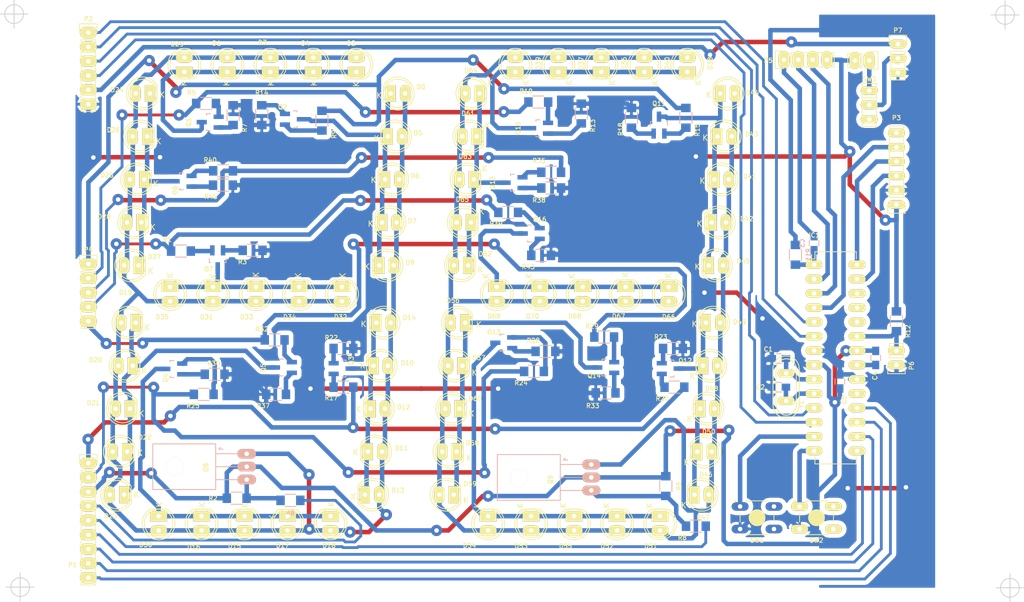
<source format=kicad_pcb>
(kicad_pcb (version 4) (host pcbnew 4.0.2-stable)
  (layers (0 F.Cu signal) (31 B.Cu signal hide) (34 B.Paste user) (35 F.Paste user) (36 B.SilkS user) (37 F.SilkS user) (38 B.Mask user) (39 F.Mask user) (44 Edge.Cuts user))
  (net 0 "")
  (net 1 "Net-(Q1-Pad1)")
  (net 2 "Net-(Q1-Pad2)")
  (net 3 "Net-(D1-Pad1)")
  (net 4 "Net-(Q2-Pad1)")
  (net 5 "Net-(Q2-Pad2)")
  (net 6 "Net-(D5-Pad1)")
  (net 7 GND)
  (net 8 "Net-(Q3-Pad1)")
  (net 9 "Net-(Q3-Pad2)")
  (net 10 "Net-(D10-Pad1)")
  (net 11 "Net-(Q4-Pad1)")
  (net 12 "Net-(Q4-Pad2)")
  (net 13 "Net-(D15-Pad1)")
  (net 14 "Net-(Q5-Pad1)")
  (net 15 "Net-(Q5-Pad2)")
  (net 16 "Net-(D19-Pad1)")
  (net 17 "Net-(Q6-Pad1)")
  (net 18 "Net-(Q6-Pad2)")
  (net 19 "Net-(D24-Pad1)")
  (net 20 "Net-(Q7-Pad1)")
  (net 21 "Net-(Q7-Pad2)")
  (net 22 "Net-(D31-Pad1)")
  (net 23 "Net-(Q8-Pad3)")
  (net 24 "Net-(D36-Pad2)")
  (net 25 "Net-(Q9-Pad3)")
  (net 26 "Net-(Q10-Pad1)")
  (net 27 "Net-(Q10-Pad2)")
  (net 28 "Net-(D36-Pad1)")
  (net 29 "Net-(Q11-Pad1)")
  (net 30 "Net-(Q11-Pad2)")
  (net 31 "Net-(D41-Pad1)")
  (net 32 "Net-(Q12-Pad1)")
  (net 33 "Net-(Q12-Pad2)")
  (net 34 "Net-(D46-Pad1)")
  (net 35 "Net-(Q13-Pad1)")
  (net 36 "Net-(Q13-Pad2)")
  (net 37 "Net-(D51-Pad1)")
  (net 38 "Net-(Q14-Pad1)")
  (net 39 "Net-(Q14-Pad2)")
  (net 40 "Net-(D56-Pad1)")
  (net 41 "Net-(Q15-Pad1)")
  (net 42 "Net-(Q15-Pad2)")
  (net 43 "Net-(D61-Pad1)")
  (net 44 "Net-(Q16-Pad1)")
  (net 45 "Net-(Q16-Pad2)")
  (net 46 "Net-(D66-Pad1)")
  (net 47 "Net-(D1-Pad2)")
  (net 48 /SEG_G)
  (net 49 /SEG_B)
  (net 50 /SEG_A)
  (net 51 /SEG_F)
  (net 52 /SEG_E)
  (net 53 /SEG_C)
  (net 54 /SEG_D)
  (net 55 /D3_IN)
  (net 56 /D4_IN)
  (net 57 +5V)
  (net 58 ~RESET)
  (net 59 SDA)
  (net 60 SCL)
  (net 61 SQW)
  (net 62 RST)
  (net 63 TX)
  (net 64 RX)
  (net 65 "Net-(IC1-Pad19)")
  (net 66 "Net-(C4-Pad1)")
  (net 67 "Net-(IC1-Pad24)")
  (net 68 "Net-(IC1-Pad25)")
  (net 69 "Net-(IC1-Pad26)")
  (net 70 OSC1)
  (net 71 OSC2)
  (net 72 KEY_MENU)
  (net 73 KEY_UP)
  (net 74 BCD_B)
  (net 75 BCD_C)
  (net 76 BCD_D)
  (net 77 BCD_A)
  (net 78 PWM)
  (net 79 DIG_2)
  (net 80 DIG_1)
  (net 81 DIG_0)
  (net 82 LDR)
  (net 83 VIN)
  (net 84 VSUPPLY)
  (net 85 VSUP)
  (net 86 "Net-(SW3-Pad3)")
  (module TO_SOT_Packages_THT:SOT126_SOT32_Housing_Horizontal (layer B.Cu) (at 79.883 105.283 270)
    (fp_text reference Q8 (at 0.127 7.239 270) (layer F.SilkS) (effects (font (size 0.8 0.8))))
    (fp_text value BD140)
    (pad 2 thru_hole oval (at 0 0 270) (size 1.7 3.3) (drill 0.8) (layers *.Cu *.Mask B.SilkS) (net 57 +5V))
    (pad 1 thru_hole oval (at -2.29108 0 270) (size 1.7 3.3) (drill 0.8) (layers *.Cu *.Mask B.SilkS) (net 47 "Net-(D1-Pad2)"))
    (pad 3 thru_hole oval (at 2.29108 0 270) (size 1.7 3.3) (drill 0.8) (layers *.Cu *.Mask B.SilkS) (net 23 "Net-(Q8-Pad3)"))
    (pad "" np_thru_hole circle (at 0 12.79906 270) (size 3.2004 3.2004) (drill 3.2004) (layers *.Cu *.Mask B.SilkS))
  )
  (module TO_SOT_Packages_THT:SOT126_SOT32_Housing_Horizontal (layer B.Cu) (at 140.97 107.18292 270)
    (fp_text reference Q9 (at 0.38608 7.239 270) (layer F.SilkS) (effects (font (size 0.8 0.8))))
    (fp_text value BD140)
    (pad 2 thru_hole oval (at 0 0 270) (size 1.7 3.2) (drill 0.8) (layers *.Cu *.Mask B.SilkS) (net 57 +5V))
    (pad 1 thru_hole oval (at -2.29108 0 270) (size 1.7 3.2) (drill 0.8) (layers *.Cu *.Mask B.SilkS) (net 24 "Net-(D36-Pad2)"))
    (pad 3 thru_hole oval (at 2.29108 0 270) (size 1.7 3.2) (drill 0.8) (layers *.Cu *.Mask B.SilkS) (net 25 "Net-(Q9-Pad3)"))
    (pad "" np_thru_hole circle (at 0 12.79906 270) (size 3.2004 3.2004) (drill 3.2004) (layers *.Cu *.Mask B.SilkS))
  )
  (module Pin_Headers:Pin_Header_Straight_1x04 (layer F.Cu) (at 175.133 33.147 90)
    (fp_text reference P5 (at -0.127 -2.794 180) (layer F.SilkS) (effects (font (size 0.8 0.8))))
    (fp_text value ICSP)
    (pad 1 thru_hole oval (at 0 0 90) (size 3 2) (drill 0.8) (layers *.Cu *.Mask F.SilkS) (net 62 RST))
    (pad 2 thru_hole oval (at 0 2.54 90) (size 3 2) (drill 0.8) (layers *.Cu *.Mask F.SilkS) (net 64 RX))
    (pad 3 thru_hole oval (at 0 5.08 90) (size 3 2) (drill 0.8) (layers *.Cu *.Mask F.SilkS) (net 63 TX))
    (pad 4 thru_hole oval (at 0 7.62 90) (size 3 2) (drill 0.8) (layers *.Cu *.Mask F.SilkS) (net 7 GND))
  )
  (module Pin_Headers:Pin_Header_Straight_1x02 (layer F.Cu) (at 190.246 33.274 270)
    (fp_text reference P8 (at 0 -5.1 270) (layer F.SilkS) (effects (font (size 0.8 0.8))))
    (fp_text value PWR_IN)
    (pad 1 thru_hole oval (at 0 0 270) (size 3 2) (drill 0.8) (layers *.Cu *.Mask F.SilkS) (net 85 VSUP))
    (pad 2 thru_hole oval (at 0 2.54 270) (size 3 2) (drill 0.8) (layers *.Cu *.Mask F.SilkS) (net 7 GND))
  )
  (module Pin_Headers:Pin_Header_Straight_1x09 (layer F.Cu) (at 51.816 104.648)
    (fp_text reference P1 (at -2.794 18.034) (layer F.SilkS) (effects (font (size 0.8 0.8))))
    (fp_text value BOT_PINS)
    (pad 1 thru_hole oval (at 0 0) (size 3 2) (drill 0.8) (layers *.Cu *.Mask F.SilkS) (net 53 /SEG_C))
    (pad 2 thru_hole oval (at 0 2.54) (size 3 2) (drill 0.8) (layers *.Cu *.Mask F.SilkS) (net 54 /SEG_D))
    (pad 3 thru_hole oval (at 0 5.08) (size 3 2) (drill 0.8) (layers *.Cu *.Mask F.SilkS) (net 57 +5V))
    (pad 4 thru_hole oval (at 0 7.62) (size 3 2) (drill 0.8) (layers *.Cu *.Mask F.SilkS) (net 55 /D3_IN))
    (pad 5 thru_hole oval (at 0 10.16) (size 3 2) (drill 0.8) (layers *.Cu *.Mask F.SilkS) (net 56 /D4_IN))
    (pad 6 thru_hole oval (at 0 12.7) (size 3 2) (drill 0.8) (layers *.Cu *.Mask F.SilkS) (net 78 PWM))
    (pad 7 thru_hole oval (at 0 15.24) (size 3 2) (drill 0.8) (layers *.Cu *.Mask F.SilkS) (net 79 DIG_2))
    (pad 8 thru_hole oval (at 0 17.78) (size 3 2) (drill 0.8) (layers *.Cu *.Mask F.SilkS) (net 80 DIG_1))
    (pad 9 thru_hole oval (at 0 20.32) (size 3 2) (drill 0.8) (layers *.Cu *.Mask F.SilkS) (net 81 DIG_0))
  )
  (module Pin_Headers:Pin_Header_Straight_1x05 (layer F.Cu) (at 51.816 69.342)
    (fp_text reference P4 (at 0 -2.54) (layer F.SilkS) (effects (font (size 0.8 0.8))))
    (fp_text value CONN_01X05)
    (pad 1 thru_hole oval (at 0 0) (size 3 2) (drill 0.8) (layers *.Cu *.Mask F.SilkS) (net 49 /SEG_B))
    (pad 2 thru_hole oval (at 0 2.54) (size 3 2) (drill 0.8) (layers *.Cu *.Mask F.SilkS) (net 50 /SEG_A))
    (pad 3 thru_hole oval (at 0 5.08) (size 3 2) (drill 0.8) (layers *.Cu *.Mask F.SilkS) (net 51 /SEG_F))
    (pad 4 thru_hole oval (at 0 7.62) (size 3 2) (drill 0.8) (layers *.Cu *.Mask F.SilkS) (net 48 /SEG_G))
    (pad 5 thru_hole oval (at 0 10.16) (size 3 2) (drill 0.8) (layers *.Cu *.Mask F.SilkS) (net 52 /SEG_E))
  )
  (module Pin_Headers:Pin_Header_Straight_1x06 (layer F.Cu) (at 51.816 28.321)
    (fp_text reference P2 (at 0 -2.413) (layer F.SilkS) (effects (font (size 0.8 0.8))))
    (fp_text value TOP_PINS)
    (pad 1 thru_hole oval (at 0 0) (size 3 2) (drill 0.8) (layers *.Cu *.Mask F.SilkS) (net 74 BCD_B))
    (pad 2 thru_hole oval (at 0 2.54) (size 3 2) (drill 0.8) (layers *.Cu *.Mask F.SilkS) (net 75 BCD_C))
    (pad 3 thru_hole oval (at 0 5.08) (size 3 2) (drill 0.8) (layers *.Cu *.Mask F.SilkS) (net 76 BCD_D))
    (pad 4 thru_hole oval (at 0 7.62) (size 3 2) (drill 0.8) (layers *.Cu *.Mask F.SilkS) (net 77 BCD_A))
    (pad 5 thru_hole oval (at 0 10.16) (size 3 2) (drill 0.8) (layers *.Cu *.Mask F.SilkS) (net 83 VIN))
    (pad 6 thru_hole oval (at 0 12.7) (size 3 2) (drill 0.8) (layers *.Cu *.Mask F.SilkS) (net 7 GND))
  )
  (module Buttons_Switches_ThroughHole:SW_TH_Tactile_Omron_B3F-10xx (layer F.Cu) (at 177.896 112.332)
    (fp_text reference SW2 (at 3 6) (layer F.SilkS) (effects (font (size 0.8 0.8))))
    (fp_text value UP)
    (pad 3 thru_hole oval (at 6 4) (size 3 1.5) (drill 0.8) (layers *.Cu *.Mask F.SilkS))
    (pad 2 thru_hole oval (at 0 4) (size 3 1.5) (drill 0.8) (layers *.Cu *.Mask F.SilkS) (net 7 GND))
    (pad 4 thru_hole oval (at 6 0) (size 3 1.5) (drill 0.8) (layers *.Cu *.Mask F.SilkS))
    (pad 1 thru_hole oval (at 0 0) (size 3 1.5) (drill 0.8) (layers *.Cu *.Mask F.SilkS) (net 72 KEY_MENU))
  )
  (module Buttons_Switches_ThroughHole:SW_TH_Tactile_Omron_B3F-10xx (layer F.Cu) (at 167.355 112.332)
    (fp_text reference SW1 (at 3 6) (layer F.SilkS) (effects (font (size 0.8 0.8))))
    (fp_text value MENU)
    (pad 3 thru_hole oval (at 6 4) (size 3 1.5) (drill 0.8) (layers *.Cu *.Mask))
    (pad 2 thru_hole oval (at 0 4) (size 3 1.5) (drill 0.8) (layers *.Cu *.Mask) (net 7 GND))
    (pad 4 thru_hole oval (at 6 0) (size 3 1.5) (drill 0.8) (layers *.Cu *.Mask))
    (pad 1 thru_hole oval (at 0 0) (size 3 1.5) (drill 0.8) (layers *.Cu *.Mask) (net 73 KEY_UP))
  )
  (module Crystals:Crystal_HC49-U_Vertical (layer F.Cu) (at 175.514 91.15806 270)
    (fp_text reference Y1 (at 3.07594 -2.667 270) (layer F.SilkS) (effects (font (size 0.8 0.8))))
    (fp_text value 16MHZ)
    (pad 1 thru_hole oval (at -2.44094 0) (size 3 1.5) (drill 0.8001) (layers *.Cu *.Mask F.SilkS) (net 70 OSC1))
    (pad 2 thru_hole oval (at 2.44094 0) (size 3 1.5) (drill 0.8001) (layers *.Cu *.Mask F.SilkS) (net 71 OSC2))
  )
  (module Pin_Headers:Pin_Header_Straight_1x02 (layer F.Cu) (at 195.072 87.249 180)
    (fp_text reference P6 (at -2.667 -0.127 270) (layer F.SilkS) (effects (font (size 0.8 0.8))))
    (fp_text value LDR)
    (pad 1 thru_hole oval (at 0 0 180) (size 3 1.5) (drill 0.8) (layers *.Cu *.Mask F.SilkS) (net 57 +5V))
    (pad 2 thru_hole oval (at 0 2.54 180) (size 3 1.5) (drill 0.8) (layers *.Cu *.Mask F.SilkS) (net 82 LDR))
  )
  (module Pin_Headers:Pin_Header_Straight_1x03 (layer F.Cu) (at 195.326 30.353)
    (fp_text reference P7 (at 0 -2.413) (layer F.SilkS) (effects (font (size 0.8 0.8))))
    (fp_text value PWR_SEL)
    (pad 1 thru_hole oval (at 0 0) (size 3 1.5) (drill 0.8) (layers *.Cu *.Mask F.SilkS) (net 83 VIN))
    (pad 2 thru_hole oval (at 0 2.54) (size 3 1.5) (drill 0.8) (layers *.Cu *.Mask F.SilkS) (net 84 VSUPPLY))
    (pad 3 thru_hole oval (at 0 5.08) (size 3 1.5) (drill 0.8) (layers *.Cu *.Mask F.SilkS) (net 57 +5V))
  )
  (module Buttons_Switches_ThroughHole:SW_Micro_SPST (layer F.Cu) (at 190.246 41.148 270)
    (fp_text reference SW3 (at -4.572 0 360) (layer F.SilkS) (effects (font (size 0.8 0.8))))
    (fp_text value Switch_SPDT_x2)
    (pad 1 thru_hole oval (at -2.54 0) (size 3 1.5) (drill 0.8128) (layers *.Cu *.Mask F.SilkS) (net 85 VSUP))
    (pad 2 thru_hole oval (at 0 0) (size 3 1.5) (drill 0.8128) (layers *.Cu *.Mask F.SilkS) (net 84 VSUPPLY))
    (pad 3 thru_hole oval (at 2.54 0) (size 3 1.5) (drill 0.8128) (layers *.Cu *.Mask F.SilkS) (net 86 "Net-(SW3-Pad3)"))
  )
  (module Pin_Headers:Pin_Header_Straight_1x06 (layer F.Cu) (at 195.072 58.801 180)
    (fp_text reference P3 (at 0 15.367 360) (layer F.SilkS) (effects (font (size 0.8 0.8))))
    (fp_text value DS3231)
    (pad 1 thru_hole oval (at 0 0 180) (size 3 1.5) (drill 0.8) (layers *.Cu *.Mask F.SilkS) (net 7 GND))
    (pad 2 thru_hole oval (at 0 2.54 180) (size 3 1.5) (drill 0.8) (layers *.Cu *.Mask F.SilkS) (net 57 +5V))
    (pad 3 thru_hole oval (at 0 5.08 180) (size 3 1.5) (drill 0.8) (layers *.Cu *.Mask F.SilkS) (net 59 SDA))
    (pad 4 thru_hole oval (at 0 7.62 180) (size 3 1.5) (drill 0.8) (layers *.Cu *.Mask F.SilkS) (net 60 SCL))
    (pad 5 thru_hole oval (at 0 10.16 180) (size 3 1.5) (drill 0.8) (layers *.Cu *.Mask F.SilkS) (net 61 SQW))
    (pad 6 thru_hole oval (at 0 12.7 180) (size 3 1.5) (drill 0.8) (layers *.Cu *.Mask F.SilkS))
  )
  (module Housings_DIP:DIP-28_W7.62mm_LongPads (layer F.Cu) (at 180.467 69.469)
    (fp_text reference IC1 (at 0 -5.22) (layer F.SilkS) (effects (font (size 0.8 0.8))))
    (fp_text value ATMEGA328P-P)
    (pad 1 thru_hole oval (at 0 0) (size 3 1.5) (drill 0.8) (layers *.Cu *.Mask F.SilkS) (net 58 ~RESET))
    (pad 2 thru_hole oval (at 0 2.54) (size 3 1.5) (drill 0.8) (layers *.Cu *.Mask F.SilkS) (net 64 RX))
    (pad 3 thru_hole oval (at 0 5.08) (size 3 1.5) (drill 0.8) (layers *.Cu *.Mask F.SilkS) (net 63 TX))
    (pad 4 thru_hole oval (at 0 7.62) (size 3 1.5) (drill 0.8) (layers *.Cu *.Mask F.SilkS) (net 61 SQW))
    (pad 5 thru_hole oval (at 0 10.16) (size 3 1.5) (drill 0.8) (layers *.Cu *.Mask F.SilkS) (net 74 BCD_B))
    (pad 6 thru_hole oval (at 0 12.7) (size 3 1.5) (drill 0.8) (layers *.Cu *.Mask F.SilkS) (net 75 BCD_C))
    (pad 7 thru_hole oval (at 0 15.24) (size 3 1.5) (drill 0.8) (layers *.Cu *.Mask F.SilkS) (net 57 +5V))
    (pad 8 thru_hole oval (at 0 17.78) (size 3 1.5) (drill 0.8) (layers *.Cu *.Mask F.SilkS) (net 7 GND))
    (pad 9 thru_hole oval (at 0 20.32) (size 3 1.5) (drill 0.8) (layers *.Cu *.Mask F.SilkS) (net 70 OSC1))
    (pad 10 thru_hole oval (at 0 22.86) (size 3 1.5) (drill 0.8) (layers *.Cu *.Mask F.SilkS) (net 71 OSC2))
    (pad 11 thru_hole oval (at 0 25.4) (size 3 1.5) (drill 0.8) (layers *.Cu *.Mask F.SilkS) (net 76 BCD_D))
    (pad 12 thru_hole oval (at 0 27.94) (size 3 1.5) (drill 0.8) (layers *.Cu *.Mask F.SilkS) (net 77 BCD_A))
    (pad 13 thru_hole oval (at 0 30.48) (size 3 1.5) (drill 0.8) (layers *.Cu *.Mask F.SilkS) (net 73 KEY_UP))
    (pad 14 thru_hole oval (at 0 33.02) (size 3 1.5) (drill 0.8) (layers *.Cu *.Mask F.SilkS) (net 72 KEY_MENU))
    (pad 15 thru_hole oval (at 7.62 33.02) (size 3 1.5) (drill 0.8) (layers *.Cu *.Mask F.SilkS) (net 78 PWM))
    (pad 16 thru_hole oval (at 7.62 30.48) (size 3 1.5) (drill 0.8) (layers *.Cu *.Mask F.SilkS) (net 79 DIG_2))
    (pad 17 thru_hole oval (at 7.62 27.94) (size 3 1.5) (drill 0.8) (layers *.Cu *.Mask F.SilkS) (net 80 DIG_1))
    (pad 18 thru_hole oval (at 7.62 25.4) (size 3 1.5) (drill 0.8) (layers *.Cu *.Mask F.SilkS) (net 81 DIG_0))
    (pad 19 thru_hole oval (at 7.62 22.86) (size 3 1.5) (drill 0.8) (layers *.Cu *.Mask F.SilkS) (net 65 "Net-(IC1-Pad19)"))
    (pad 20 thru_hole oval (at 7.62 20.32) (size 3 1.5) (drill 0.8) (layers *.Cu *.Mask F.SilkS) (net 57 +5V))
    (pad 21 thru_hole oval (at 7.62 17.78) (size 3 1.5) (drill 0.8) (layers *.Cu *.Mask F.SilkS) (net 66 "Net-(C4-Pad1)"))
    (pad 22 thru_hole oval (at 7.62 15.24) (size 3 1.5) (drill 0.8) (layers *.Cu *.Mask F.SilkS) (net 7 GND))
    (pad 23 thru_hole oval (at 7.62 12.7) (size 3 1.5) (drill 0.8) (layers *.Cu *.Mask F.SilkS) (net 82 LDR))
    (pad 24 thru_hole oval (at 7.62 10.16) (size 3 1.5) (drill 0.8) (layers *.Cu *.Mask F.SilkS) (net 67 "Net-(IC1-Pad24)"))
    (pad 25 thru_hole oval (at 7.62 7.62) (size 3 1.5) (drill 0.8) (layers *.Cu *.Mask F.SilkS) (net 68 "Net-(IC1-Pad25)"))
    (pad 26 thru_hole oval (at 7.62 5.08) (size 3 1.5) (drill 0.8) (layers *.Cu *.Mask F.SilkS) (net 69 "Net-(IC1-Pad26)"))
    (pad 27 thru_hole oval (at 7.62 2.54) (size 3 1.5) (drill 0.8) (layers *.Cu *.Mask F.SilkS) (net 59 SDA))
    (pad 28 thru_hole oval (at 7.62 0) (size 3 1.5) (drill 0.8) (layers *.Cu *.Mask F.SilkS) (net 60 SCL))
  )
  (module Resistors_SMD:R_1206_HandSoldering (layer B.Cu) (at 80.927 66.929)
    (fp_text reference R3 (at -1.806 2.032) (layer F.SilkS) (effects (font (size 0.8 0.8))))
    (fp_text value 68)
    (pad 1 smd rect (at -1.75 0) (size 1.5 1.7) (layers B.Cu B.Paste B.Mask) (net 21 "Net-(Q7-Pad2)"))
    (pad 2 smd rect (at 1.75 0) (size 1.5 1.7) (layers B.Cu B.Paste B.Mask) (net 7 GND))
  )
  (module Resistors_SMD:R_1206_HandSoldering (layer B.Cu) (at 78.105 110.871 180)
    (fp_text reference R2 (at 4.191 0 180) (layer F.SilkS) (effects (font (size 0.8 0.8))))
    (fp_text value 0)
    (pad 1 smd rect (at -1.75 0 180) (size 1.5 1.7) (layers B.Cu B.Paste B.Mask) (net 23 "Net-(Q8-Pad3)"))
    (pad 2 smd rect (at 1.75 0 180) (size 1.5 1.7) (layers B.Cu B.Paste B.Mask) (net 57 +5V))
  )
  (module Resistors_SMD:R_1206_HandSoldering (layer B.Cu) (at 154.178 108.712 90)
    (fp_text reference R6 (at 0 2.3 270) (layer F.SilkS) (effects (font (size 0.8 0.8))))
    (fp_text value 0)
    (pad 1 smd rect (at -1.75 0 90) (size 1.5 1.7) (layers B.Cu B.Paste B.Mask) (net 25 "Net-(Q9-Pad3)"))
    (pad 2 smd rect (at 1.75 0 90) (size 1.5 1.7) (layers B.Cu B.Paste B.Mask) (net 57 +5V))
  )
  (module Resistors_SMD:R_1206_HandSoldering (layer B.Cu) (at 159.512 115.824)
    (fp_text reference R8 (at -2.413 2.032) (layer F.SilkS) (effects (font (size 0.8 0.8))))
    (fp_text value 220)
    (pad 1 smd rect (at -1.75 0) (size 1.5 1.7) (layers B.Cu B.Paste B.Mask) (net 25 "Net-(Q9-Pad3)"))
    (pad 2 smd rect (at 1.75 0) (size 1.5 1.7) (layers B.Cu B.Paste B.Mask) (net 56 /D4_IN))
  )
  (module Resistors_SMD:R_1206_HandSoldering (layer B.Cu) (at 143.51 92.202 180)
    (fp_text reference R33 (at 2.286 -2.286 180) (layer F.SilkS) (effects (font (size 0.8 0.8))))
    (fp_text value 68)
    (pad 1 smd rect (at -1.75 0 180) (size 1.5 1.7) (layers B.Cu B.Paste B.Mask) (net 39 "Net-(Q14-Pad2)"))
    (pad 2 smd rect (at 1.75 0 180) (size 1.5 1.7) (layers B.Cu B.Paste B.Mask) (net 7 GND))
  )
  (module TO_SOT_Packages_SMD:SOT-23_Handsoldering (layer B.Cu) (at 86.38286 87.696 270)
    (fp_text reference Q5 (at 0.061 3.57886 270) (layer F.SilkS) (effects (font (size 0.8 0.8))))
    (fp_text value MMBT3904)
    (pad 1 smd rect (at -0.95 -1.50114 270) (size 0.8001 1.80086) (layers B.Cu B.Paste B.Mask) (net 14 "Net-(Q5-Pad1)"))
    (pad 2 smd rect (at 0.95 -1.50114 270) (size 0.8001 1.80086) (layers B.Cu B.Paste B.Mask) (net 15 "Net-(Q5-Pad2)"))
    (pad 3 smd rect (at 0 1.50114 270) (size 0.8001 1.80086) (layers B.Cu B.Paste B.Mask) (net 16 "Net-(D19-Pad1)"))
  )
  (module Resistors_SMD:R_1206_HandSoldering (layer B.Cu) (at 97.028 91.186)
    (fp_text reference R17 (at -2.159 1.905) (layer F.SilkS) (effects (font (size 0.8 0.8))))
    (fp_text value 560)
    (pad 1 smd rect (at -1.75 0) (size 1.5 1.7) (layers B.Cu B.Paste B.Mask) (net 8 "Net-(Q3-Pad1)"))
    (pad 2 smd rect (at 1.75 0) (size 1.5 1.7) (layers B.Cu B.Paste B.Mask) (net 53 /SEG_C))
  )
  (module Resistors_SMD:R_1206_HandSoldering (layer B.Cu) (at 93.218 43.942 90)
    (fp_text reference R9 (at -2.413 2.159 90) (layer F.SilkS) (effects (font (size 0.8 0.8))))
    (fp_text value 560)
    (pad 1 smd rect (at -1.75 0 90) (size 1.5 1.7) (layers B.Cu B.Paste B.Mask) (net 4 "Net-(Q2-Pad1)"))
    (pad 2 smd rect (at 1.75 0 90) (size 1.5 1.7) (layers B.Cu B.Paste B.Mask) (net 49 /SEG_B))
  )
  (module Resistors_SMD:R_1206_HandSoldering (layer B.Cu) (at 77.47 42.954 90)
    (fp_text reference R7 (at -2.258 2.032 90) (layer F.SilkS) (effects (font (size 0.8 0.8))))
    (fp_text value 68)
    (pad 1 smd rect (at -1.75 0 90) (size 1.5 1.7) (layers B.Cu B.Paste B.Mask) (net 2 "Net-(Q1-Pad2)"))
    (pad 2 smd rect (at 1.75 0 90) (size 1.5 1.7) (layers B.Cu B.Paste B.Mask) (net 7 GND))
  )
  (module TO_SOT_Packages_SMD:SOT-23_Handsoldering (layer B.Cu) (at 66.95186 87.95 270)
    (fp_text reference Q4 (at 1.585 1.41986 270) (layer F.SilkS) (effects (font (size 0.8 0.8))))
    (fp_text value MMBT3904)
    (pad 1 smd rect (at -0.95 -1.50114 270) (size 0.8001 1.80086) (layers B.Cu B.Paste B.Mask) (net 11 "Net-(Q4-Pad1)"))
    (pad 2 smd rect (at 0.95 -1.50114 270) (size 0.8001 1.80086) (layers B.Cu B.Paste B.Mask) (net 12 "Net-(Q4-Pad2)"))
    (pad 3 smd rect (at 0 1.50114 270) (size 0.8001 1.80086) (layers B.Cu B.Paste B.Mask) (net 13 "Net-(D15-Pad1)"))
  )
  (module Resistors_SMD:R_1206_HandSoldering (layer B.Cu) (at 74.196 88.9)
    (fp_text reference R30 (at -0.155 -1.905) (layer F.SilkS) (effects (font (size 0.8 0.8))))
    (fp_text value 68)
    (pad 1 smd rect (at -1.75 0) (size 1.5 1.7) (layers B.Cu B.Paste B.Mask) (net 12 "Net-(Q4-Pad2)"))
    (pad 2 smd rect (at 1.75 0) (size 1.5 1.7) (layers B.Cu B.Paste B.Mask) (net 7 GND))
  )
  (module Resistors_SMD:R_1206_HandSoldering (layer B.Cu) (at 72.263 92.456 180)
    (fp_text reference R25 (at 1.905 -2.032 180) (layer F.SilkS) (effects (font (size 0.8 0.8))))
    (fp_text value 560)
    (pad 1 smd rect (at -1.75 0 180) (size 1.5 1.7) (layers B.Cu B.Paste B.Mask) (net 11 "Net-(Q4-Pad1)"))
    (pad 2 smd rect (at 1.75 0 180) (size 1.5 1.7) (layers B.Cu B.Paste B.Mask) (net 54 /SEG_D))
  )
  (module Resistors_SMD:R_1206_HandSoldering (layer B.Cu) (at 68.227 67.056 180)
    (fp_text reference R1 (at 2.441 2.032 180) (layer F.SilkS) (effects (font (size 0.8 0.8))))
    (fp_text value 560)
    (pad 1 smd rect (at -1.75 0 180) (size 1.5 1.7) (layers B.Cu B.Paste B.Mask) (net 20 "Net-(Q7-Pad1)"))
    (pad 2 smd rect (at 1.75 0 180) (size 1.5 1.7) (layers B.Cu B.Paste B.Mask) (net 48 /SEG_G))
  )
  (module Resistors_SMD:R_1206_HandSoldering (layer B.Cu) (at 87.63 111.252)
    (fp_text reference R4 (at 0 2.3) (layer B.SilkS) (effects (font (size 0.8 0.8)) (justify mirror)))
    (fp_text value 220)
    (pad 1 smd rect (at -1.75 0) (size 1.5 1.7) (layers B.Cu B.Paste B.Mask) (net 23 "Net-(Q8-Pad3)"))
    (pad 2 smd rect (at 1.75 0) (size 1.5 1.7) (layers B.Cu B.Paste B.Mask) (net 55 /D3_IN))
  )
  (module TO_SOT_Packages_SMD:SOT-23_Handsoldering (layer B.Cu) (at 73.406 44.196 270)
    (fp_text reference Q1 (at 0 3.81 270) (layer F.SilkS) (effects (font (size 0.8 0.8))))
    (fp_text value MMBT3904)
    (pad 1 smd rect (at -0.95 -1.50114 270) (size 0.8001 1.80086) (layers B.Cu B.Paste B.Mask) (net 1 "Net-(Q1-Pad1)"))
    (pad 2 smd rect (at 0.95 -1.50114 270) (size 0.8001 1.80086) (layers B.Cu B.Paste B.Mask) (net 2 "Net-(Q1-Pad2)"))
    (pad 3 smd rect (at 0 1.50114 270) (size 0.8001 1.80086) (layers B.Cu B.Paste B.Mask) (net 3 "Net-(D1-Pad1)"))
  )
  (module Resistors_SMD:R_1206_HandSoldering (layer B.Cu) (at 72.672 40.894 180)
    (fp_text reference R5 (at 2.568 1.905 180) (layer F.SilkS) (effects (font (size 0.8 0.8))))
    (fp_text value 560)
    (pad 1 smd rect (at -1.75 0 180) (size 1.5 1.7) (layers B.Cu B.Paste B.Mask) (net 1 "Net-(Q1-Pad1)"))
    (pad 2 smd rect (at 1.75 0 180) (size 1.5 1.7) (layers B.Cu B.Paste B.Mask) (net 50 /SEG_A))
  )
  (module Resistors_SMD:R_1206_HandSoldering (layer B.Cu) (at 84.836 82.804 180)
    (fp_text reference R32 (at 2.286 1.905 180) (layer F.SilkS) (effects (font (size 0.8 0.8))))
    (fp_text value 560)
    (pad 1 smd rect (at -1.75 0 180) (size 1.5 1.7) (layers B.Cu B.Paste B.Mask) (net 14 "Net-(Q5-Pad1)"))
    (pad 2 smd rect (at 1.75 0 180) (size 1.5 1.7) (layers B.Cu B.Paste B.Mask) (net 52 /SEG_E))
  )
  (module Resistors_SMD:R_1206_HandSoldering (layer B.Cu) (at 85.09 92.456 180)
    (fp_text reference R37 (at 2.286 -2.032 360) (layer F.SilkS) (effects (font (size 0.8 0.8))))
    (fp_text value 68)
    (pad 1 smd rect (at -1.75 0 180) (size 1.5 1.7) (layers B.Cu B.Paste B.Mask) (net 15 "Net-(Q5-Pad2)"))
    (pad 2 smd rect (at 1.75 0 180) (size 1.5 1.7) (layers B.Cu B.Paste B.Mask) (net 7 GND))
  )
  (module Resistors_SMD:R_1206_HandSoldering (layer B.Cu) (at 75.692 52.832)
    (fp_text reference R40 (at -2.286 -1.905) (layer F.SilkS) (effects (font (size 0.8 0.8))))
    (fp_text value 560)
    (pad 1 smd rect (at -1.75 0) (size 1.5 1.7) (layers B.Cu B.Paste B.Mask) (net 17 "Net-(Q6-Pad1)"))
    (pad 2 smd rect (at 1.75 0) (size 1.5 1.7) (layers B.Cu B.Paste B.Mask) (net 51 /SEG_F))
  )
  (module TO_SOT_Packages_SMD:SOT-23_Handsoldering (layer B.Cu) (at 88.16086 43.688 90)
    (fp_text reference Q2 (at 2.159 -1.92786 180) (layer F.SilkS) (effects (font (size 0.8 0.8))))
    (fp_text value MMBT3904)
    (pad 1 smd rect (at -0.95 -1.50114 90) (size 0.8001 1.80086) (layers B.Cu B.Paste B.Mask) (net 4 "Net-(Q2-Pad1)"))
    (pad 2 smd rect (at 0.95 -1.50114 90) (size 0.8001 1.80086) (layers B.Cu B.Paste B.Mask) (net 5 "Net-(Q2-Pad2)"))
    (pad 3 smd rect (at 0 1.50114 90) (size 0.8001 1.80086) (layers B.Cu B.Paste B.Mask) (net 6 "Net-(D5-Pad1)"))
  )
  (module Resistors_SMD:R_1206_HandSoldering (layer B.Cu) (at 82.55 42.954 270)
    (fp_text reference R14 (at -3.965 0 360) (layer F.SilkS) (effects (font (size 0.8 0.8))))
    (fp_text value 68)
    (pad 1 smd rect (at -1.75 0 270) (size 1.5 1.7) (layers B.Cu B.Paste B.Mask) (net 5 "Net-(Q2-Pad2)"))
    (pad 2 smd rect (at 1.75 0 270) (size 1.5 1.7) (layers B.Cu B.Paste B.Mask) (net 7 GND))
  )
  (module TO_SOT_Packages_SMD:SOT-23_Handsoldering (layer B.Cu) (at 96.79686 87.884 90)
    (fp_text reference Q3 (at 1.397 1.62814 90) (layer F.SilkS) (effects (font (size 0.8 0.8))))
    (fp_text value MMBT3904)
    (pad 1 smd rect (at -0.95 -1.50114 90) (size 0.8001 1.80086) (layers B.Cu B.Paste B.Mask) (net 8 "Net-(Q3-Pad1)"))
    (pad 2 smd rect (at 0.95 -1.50114 90) (size 0.8001 1.80086) (layers B.Cu B.Paste B.Mask) (net 9 "Net-(Q3-Pad2)"))
    (pad 3 smd rect (at 0 1.50114 90) (size 0.8001 1.80086) (layers B.Cu B.Paste B.Mask) (net 10 "Net-(D10-Pad1)"))
  )
  (module Resistors_SMD:R_1206_HandSoldering (layer B.Cu) (at 97.028 84.328)
    (fp_text reference R22 (at -2.159 -1.905) (layer F.SilkS) (effects (font (size 0.8 0.8))))
    (fp_text value 68)
    (pad 1 smd rect (at -1.75 0) (size 1.5 1.7) (layers B.Cu B.Paste B.Mask) (net 9 "Net-(Q3-Pad2)"))
    (pad 2 smd rect (at 1.75 0) (size 1.5 1.7) (layers B.Cu B.Paste B.Mask) (net 7 GND))
  )
  (module TO_SOT_Packages_SMD:SOT-23_Handsoldering (layer B.Cu) (at 68.60286 54.676 270)
    (fp_text reference Q6 (at 1.585 1.41986 270) (layer F.SilkS) (effects (font (size 0.8 0.8))))
    (fp_text value MMBT3904)
    (pad 1 smd rect (at -0.95 -1.50114 270) (size 0.8001 1.80086) (layers B.Cu B.Paste B.Mask) (net 17 "Net-(Q6-Pad1)"))
    (pad 2 smd rect (at 0.95 -1.50114 270) (size 0.8001 1.80086) (layers B.Cu B.Paste B.Mask) (net 18 "Net-(Q6-Pad2)"))
    (pad 3 smd rect (at 0 1.50114 270) (size 0.8001 1.80086) (layers B.Cu B.Paste B.Mask) (net 19 "Net-(D24-Pad1)"))
  )
  (module Resistors_SMD:R_1206_HandSoldering (layer B.Cu) (at 75.664 55.372)
    (fp_text reference R45 (at -2.131 2.032) (layer F.SilkS) (effects (font (size 0.8 0.8))))
    (fp_text value 68)
    (pad 1 smd rect (at -1.75 0) (size 1.5 1.7) (layers B.Cu B.Paste B.Mask) (net 18 "Net-(Q6-Pad2)"))
    (pad 2 smd rect (at 1.75 0) (size 1.5 1.7) (layers B.Cu B.Paste B.Mask) (net 7 GND))
  )
  (module TO_SOT_Packages_SMD:SOT-23_Handsoldering (layer B.Cu) (at 74.742 68.43014)
    (fp_text reference Q7 (at -1.59 1.80086) (layer F.SilkS) (effects (font (size 0.8 0.8))))
    (fp_text value MMBT3904)
    (pad 1 smd rect (at -0.95 -1.50114) (size 0.8001 1.80086) (layers B.Cu B.Paste B.Mask) (net 20 "Net-(Q7-Pad1)"))
    (pad 2 smd rect (at 0.95 -1.50114) (size 0.8001 1.80086) (layers B.Cu B.Paste B.Mask) (net 21 "Net-(Q7-Pad2)"))
    (pad 3 smd rect (at 0 1.50114) (size 0.8001 1.80086) (layers B.Cu B.Paste B.Mask) (net 22 "Net-(D31-Pad1)"))
  )
  (module TO_SOT_Packages_SMD:SOT-23_Handsoldering (layer B.Cu) (at 131.80314 45.278 270)
    (fp_text reference Q10 (at 0 3.81 270) (layer F.SilkS) (effects (font (size 0.8 0.8))))
    (fp_text value MMBT3904)
    (pad 1 smd rect (at -0.95 -1.50114 270) (size 0.8001 1.80086) (layers B.Cu B.Paste B.Mask) (net 26 "Net-(Q10-Pad1)"))
    (pad 2 smd rect (at 0.95 -1.50114 270) (size 0.8001 1.80086) (layers B.Cu B.Paste B.Mask) (net 27 "Net-(Q10-Pad2)"))
    (pad 3 smd rect (at 0 1.50114 270) (size 0.8001 1.80086) (layers B.Cu B.Paste B.Mask) (net 28 "Net-(D36-Pad1)"))
  )
  (module Resistors_SMD:R_1206_HandSoldering (layer B.Cu) (at 131.572 40.64 180)
    (fp_text reference R10 (at 2.159 1.905 180) (layer F.SilkS) (effects (font (size 0.8 0.8))))
    (fp_text value 560)
    (pad 1 smd rect (at -1.75 0 180) (size 1.5 1.7) (layers B.Cu B.Paste B.Mask) (net 26 "Net-(Q10-Pad1)"))
    (pad 2 smd rect (at 1.75 0 180) (size 1.5 1.7) (layers B.Cu B.Paste B.Mask) (net 50 /SEG_A))
  )
  (module Resistors_SMD:R_1206_HandSoldering (layer B.Cu) (at 139.192 42.672 90)
    (fp_text reference R13 (at -2.159 2.032 90) (layer F.SilkS) (effects (font (size 0.8 0.8))))
    (fp_text value 68)
    (pad 1 smd rect (at -1.75 0 90) (size 1.5 1.7) (layers B.Cu B.Paste B.Mask) (net 27 "Net-(Q10-Pad2)"))
    (pad 2 smd rect (at 1.75 0 90) (size 1.5 1.7) (layers B.Cu B.Paste B.Mask) (net 7 GND))
  )
  (module TO_SOT_Packages_SMD:SOT-23_Handsoldering (layer B.Cu) (at 152.974 44.72686 180)
    (fp_text reference Q11 (at 0 3.81 180) (layer F.SilkS) (effects (font (size 0.8 0.8))))
    (fp_text value MMBT3904)
    (pad 1 smd rect (at -0.95 -1.50114 180) (size 0.8001 1.80086) (layers B.Cu B.Paste B.Mask) (net 29 "Net-(Q11-Pad1)"))
    (pad 2 smd rect (at 0.95 -1.50114 180) (size 0.8001 1.80086) (layers B.Cu B.Paste B.Mask) (net 30 "Net-(Q11-Pad2)"))
    (pad 3 smd rect (at 0 1.50114 180) (size 0.8001 1.80086) (layers B.Cu B.Paste B.Mask) (net 31 "Net-(D41-Pad1)"))
  )
  (module Resistors_SMD:R_1206_HandSoldering (layer B.Cu) (at 148.082 43.434 90)
    (fp_text reference R18 (at -2.032 -1.905 90) (layer F.SilkS) (effects (font (size 0.8 0.8))))
    (fp_text value 68)
    (pad 1 smd rect (at -1.75 0 90) (size 1.5 1.7) (layers B.Cu B.Paste B.Mask) (net 30 "Net-(Q11-Pad2)"))
    (pad 2 smd rect (at 1.75 0 90) (size 1.5 1.7) (layers B.Cu B.Paste B.Mask) (net 7 GND))
  )
  (module Resistors_SMD:R_1206_HandSoldering (layer B.Cu) (at 157.734 43.434 90)
    (fp_text reference R15 (at -2.159 2.032 90) (layer F.SilkS) (effects (font (size 0.8 0.8))))
    (fp_text value 560)
    (pad 1 smd rect (at -1.75 0 90) (size 1.5 1.7) (layers B.Cu B.Paste B.Mask) (net 29 "Net-(Q11-Pad1)"))
    (pad 2 smd rect (at 1.75 0 90) (size 1.5 1.7) (layers B.Cu B.Paste B.Mask) (net 49 /SEG_B))
  )
  (module TO_SOT_Packages_SMD:SOT-23_Handsoldering (layer B.Cu) (at 154.96286 87.884 90)
    (fp_text reference Q12 (at 1.397 2.64414 180) (layer F.SilkS) (effects (font (size 0.8 0.8))))
    (fp_text value MMBT3904)
    (pad 1 smd rect (at -0.95 -1.50114 90) (size 0.8001 1.80086) (layers B.Cu B.Paste B.Mask) (net 32 "Net-(Q12-Pad1)"))
    (pad 2 smd rect (at 0.95 -1.50114 90) (size 0.8001 1.80086) (layers B.Cu B.Paste B.Mask) (net 33 "Net-(Q12-Pad2)"))
    (pad 3 smd rect (at 0 1.50114 90) (size 0.8001 1.80086) (layers B.Cu B.Paste B.Mask) (net 34 "Net-(D46-Pad1)"))
  )
  (module Resistors_SMD:R_1206_HandSoldering (layer B.Cu) (at 155.448 84.328)
    (fp_text reference R23 (at -2.159 -2.032 180) (layer F.SilkS) (effects (font (size 0.8 0.8))))
    (fp_text value 68)
    (pad 1 smd rect (at -1.75 0) (size 1.5 1.7) (layers B.Cu B.Paste B.Mask) (net 33 "Net-(Q12-Pad2)"))
    (pad 2 smd rect (at 1.75 0) (size 1.5 1.7) (layers B.Cu B.Paste B.Mask) (net 7 GND))
  )
  (module Resistors_SMD:R_1206_HandSoldering (layer B.Cu) (at 155.702 91.186)
    (fp_text reference R20 (at -2.159 2.032) (layer F.SilkS) (effects (font (size 0.8 0.8))))
    (fp_text value 560)
    (pad 1 smd rect (at -1.75 0) (size 1.5 1.7) (layers B.Cu B.Paste B.Mask) (net 32 "Net-(Q12-Pad1)"))
    (pad 2 smd rect (at 1.75 0) (size 1.5 1.7) (layers B.Cu B.Paste B.Mask) (net 53 /SEG_C))
  )
  (module TO_SOT_Packages_SMD:SOT-23_Handsoldering (layer B.Cu) (at 125.45314 83.312 270)
    (fp_text reference Q13 (at -1.905 1.75514 360) (layer F.SilkS) (effects (font (size 0.8 0.8))))
    (fp_text value MMBT3904)
    (pad 1 smd rect (at -0.95 -1.50114 270) (size 0.8001 1.80086) (layers B.Cu B.Paste B.Mask) (net 35 "Net-(Q13-Pad1)"))
    (pad 2 smd rect (at 0.95 -1.50114 270) (size 0.8001 1.80086) (layers B.Cu B.Paste B.Mask) (net 36 "Net-(Q13-Pad2)"))
    (pad 3 smd rect (at 0 1.50114 270) (size 0.8001 1.80086) (layers B.Cu B.Paste B.Mask) (net 37 "Net-(D51-Pad1)"))
  )
  (module Resistors_SMD:R_1206_HandSoldering (layer B.Cu) (at 132.842 84.836)
    (fp_text reference R28 (at -2.159 -1.905) (layer F.SilkS) (effects (font (size 0.8 0.8))))
    (fp_text value 68)
    (pad 1 smd rect (at -1.75 0) (size 1.5 1.7) (layers B.Cu B.Paste B.Mask) (net 36 "Net-(Q13-Pad2)"))
    (pad 2 smd rect (at 1.75 0) (size 1.5 1.7) (layers B.Cu B.Paste B.Mask) (net 7 GND))
  )
  (module Resistors_SMD:R_1206_HandSoldering (layer B.Cu) (at 130.81 88.392 180)
    (fp_text reference R24 (at 2.286 -2.032 180) (layer F.SilkS) (effects (font (size 0.8 0.8))))
    (fp_text value 560)
    (pad 1 smd rect (at -1.75 0 180) (size 1.5 1.7) (layers B.Cu B.Paste B.Mask) (net 35 "Net-(Q13-Pad1)"))
    (pad 2 smd rect (at 1.75 0 180) (size 1.5 1.7) (layers B.Cu B.Paste B.Mask) (net 54 /SEG_D))
  )
  (module TO_SOT_Packages_SMD:SOT-23_Handsoldering (layer B.Cu) (at 143.53286 87.696 270)
    (fp_text reference Q14 (at 1.458 2.05486 360) (layer F.SilkS) (effects (font (size 0.8 0.8))))
    (fp_text value MMBT3904)
    (pad 1 smd rect (at -0.95 -1.50114 270) (size 0.8001 1.80086) (layers B.Cu B.Paste B.Mask) (net 38 "Net-(Q14-Pad1)"))
    (pad 2 smd rect (at 0.95 -1.50114 270) (size 0.8001 1.80086) (layers B.Cu B.Paste B.Mask) (net 39 "Net-(Q14-Pad2)"))
    (pad 3 smd rect (at 0 1.50114 270) (size 0.8001 1.80086) (layers B.Cu B.Paste B.Mask) (net 40 "Net-(D56-Pad1)"))
  )
  (module Resistors_SMD:R_1206_HandSoldering (layer B.Cu) (at 143.256 82.296 180)
    (fp_text reference R29 (at 2.159 1.905 180) (layer F.SilkS) (effects (font (size 0.8 0.8))))
    (fp_text value 560)
    (pad 1 smd rect (at -1.75 0 180) (size 1.5 1.7) (layers B.Cu B.Paste B.Mask) (net 38 "Net-(Q14-Pad1)"))
    (pad 2 smd rect (at 1.75 0 180) (size 1.5 1.7) (layers B.Cu B.Paste B.Mask) (net 52 /SEG_E))
  )
  (module TO_SOT_Packages_SMD:SOT-23_Handsoldering (layer B.Cu) (at 127.27686 54.93 270)
    (fp_text reference Q15 (at 0 3.81 270) (layer F.SilkS) (effects (font (size 0.8 0.8))))
    (fp_text value MMBT3904)
    (pad 1 smd rect (at -0.95 -1.50114 270) (size 0.8001 1.80086) (layers B.Cu B.Paste B.Mask) (net 41 "Net-(Q15-Pad1)"))
    (pad 2 smd rect (at 0.95 -1.50114 270) (size 0.8001 1.80086) (layers B.Cu B.Paste B.Mask) (net 42 "Net-(Q15-Pad2)"))
    (pad 3 smd rect (at 0 1.50114 270) (size 0.8001 1.80086) (layers B.Cu B.Paste B.Mask) (net 43 "Net-(D61-Pad1)"))
  )
  (module Resistors_SMD:R_1206_HandSoldering (layer B.Cu) (at 133.858 55.88)
    (fp_text reference R38 (at -2.159 2.159) (layer F.SilkS) (effects (font (size 0.8 0.8))))
    (fp_text value 68)
    (pad 1 smd rect (at -1.75 0) (size 1.5 1.7) (layers B.Cu B.Paste B.Mask) (net 42 "Net-(Q15-Pad2)"))
    (pad 2 smd rect (at 1.75 0) (size 1.5 1.7) (layers B.Cu B.Paste B.Mask) (net 7 GND))
  )
  (module Resistors_SMD:R_1206_HandSoldering (layer B.Cu) (at 133.858 53.086)
    (fp_text reference R35 (at -2.159 -2.032) (layer F.SilkS) (effects (font (size 0.8 0.8))))
    (fp_text value 560)
    (pad 1 smd rect (at -1.75 0) (size 1.5 1.7) (layers B.Cu B.Paste B.Mask) (net 41 "Net-(Q15-Pad1)"))
    (pad 2 smd rect (at 1.75 0) (size 1.5 1.7) (layers B.Cu B.Paste B.Mask) (net 51 /SEG_F))
  )
  (module TO_SOT_Packages_SMD:SOT-23_Handsoldering (layer B.Cu) (at 130.32486 63.942 270)
    (fp_text reference Q16 (at -2.474 -1.50114 360) (layer F.SilkS) (effects (font (size 0.8 0.8))))
    (fp_text value MMBT3904)
    (pad 1 smd rect (at -0.95 -1.50114 270) (size 0.8001 1.80086) (layers B.Cu B.Paste B.Mask) (net 44 "Net-(Q16-Pad1)"))
    (pad 2 smd rect (at 0.95 -1.50114 270) (size 0.8001 1.80086) (layers B.Cu B.Paste B.Mask) (net 45 "Net-(Q16-Pad2)"))
    (pad 3 smd rect (at 0 1.50114 270) (size 0.8001 1.80086) (layers B.Cu B.Paste B.Mask) (net 46 "Net-(D66-Pad1)"))
  )
  (module Resistors_SMD:R_1206_HandSoldering (layer B.Cu) (at 126.238 60.198 180)
    (fp_text reference R39 (at 2.159 -2.032 180) (layer F.SilkS) (effects (font (size 0.8 0.8))))
    (fp_text value 560)
    (pad 1 smd rect (at -1.75 0 180) (size 1.5 1.7) (layers B.Cu B.Paste B.Mask) (net 44 "Net-(Q16-Pad1)"))
    (pad 2 smd rect (at 1.75 0 180) (size 1.5 1.7) (layers B.Cu B.Paste B.Mask) (net 48 /SEG_G))
  )
  (module Resistors_SMD:R_1206_HandSoldering (layer B.Cu) (at 132.08 67.818)
    (fp_text reference R43 (at -2.286 2.032) (layer F.SilkS) (effects (font (size 0.8 0.8))))
    (fp_text value 68)
    (pad 1 smd rect (at -1.75 0) (size 1.5 1.7) (layers B.Cu B.Paste B.Mask) (net 45 "Net-(Q16-Pad2)"))
    (pad 2 smd rect (at 1.75 0) (size 1.5 1.7) (layers B.Cu B.Paste B.Mask) (net 7 GND))
  )
  (module Resistors_SMD:R_1206_HandSoldering (layer B.Cu) (at 177.165 67.719 90)
    (fp_text reference R11 (at 0 2.3 90) (layer B.SilkS) (effects (font (size 0.8 0.8)) (justify mirror)))
    (fp_text value 1K)
    (pad 1 smd rect (at -1.75 0 90) (size 1.5 1.7) (layers B.Cu B.Paste B.Mask) (net 58 ~RESET))
    (pad 2 smd rect (at 1.75 0 90) (size 1.5 1.7) (layers B.Cu B.Paste B.Mask) (net 57 +5V))
  )
  (module Capacitors_SMD:C_0805_HandSoldering (layer B.Cu) (at 191.389 85.999 90)
    (fp_text reference C4 (at -3.155 -0.127 90) (layer F.SilkS) (effects (font (size 0.8 0.8))))
    (fp_text value .1u)
    (pad 1 smd rect (at -1.25 0 90) (size 1.5 1.25) (layers B.Cu B.Paste B.Mask) (net 66 "Net-(C4-Pad1)"))
    (pad 2 smd rect (at 1.25 0 90) (size 1.5 1.25) (layers B.Cu B.Paste B.Mask) (net 7 GND))
  )
  (module Capacitors_SMD:C_0805_HandSoldering (layer B.Cu) (at 180.467 65.659 270)
    (fp_text reference C3 (at 0 2.1 270) (layer B.SilkS) (effects (font (size 0.8 0.8)) (justify mirror)))
    (fp_text value .1u)
    (pad 1 smd rect (at -1.25 0 270) (size 1.5 1.25) (layers B.Cu B.Paste B.Mask) (net 62 RST))
    (pad 2 smd rect (at 1.25 0 270) (size 1.5 1.25) (layers B.Cu B.Paste B.Mask) (net 58 ~RESET))
  )
  (module Capacitors_SMD:C_0805_HandSoldering (layer B.Cu) (at 174.224 91.186 180)
    (fp_text reference C2 (at 3.282 0 180) (layer F.SilkS) (effects (font (size 0.8 0.8))))
    (fp_text value 22P)
    (pad 1 smd rect (at -1.25 0 180) (size 1.5 1.25) (layers B.Cu B.Paste B.Mask) (net 71 OSC2))
    (pad 2 smd rect (at 1.25 0 180) (size 1.5 1.25) (layers B.Cu B.Paste B.Mask) (net 7 GND))
  )
  (module Capacitors_SMD:C_0805_HandSoldering (layer B.Cu) (at 174.224 86.106 180)
    (fp_text reference C1 (at 1.885 1.651 180) (layer F.SilkS) (effects (font (size 0.8 0.8))))
    (fp_text value 22P)
    (pad 1 smd rect (at -1.25 0 180) (size 1.5 1.25) (layers B.Cu B.Paste B.Mask) (net 70 OSC1))
    (pad 2 smd rect (at 1.25 0 180) (size 1.5 1.25) (layers B.Cu B.Paste B.Mask) (net 7 GND))
  )
  (module Capacitors_SMD:C_0805_HandSoldering (layer B.Cu) (at 185.039 90.17 90)
    (fp_text reference C5 (at -3.302 0.762 90) (layer F.SilkS) (effects (font (size 0.8 0.8))))
    (fp_text value .1u)
    (pad 1 smd rect (at -1.25 0 90) (size 1.5 1.25) (layers B.Cu B.Paste B.Mask) (net 7 GND))
    (pad 2 smd rect (at 1.25 0 90) (size 1.5 1.25) (layers B.Cu B.Paste B.Mask) (net 57 +5V))
  )
  (module Resistors_SMD:R_1206_HandSoldering (layer B.Cu) (at 195.072 79.502 90)
    (fp_text reference R12 (at -1.778 2.032 90) (layer F.SilkS) (effects (font (size 0.8 0.8))))
    (fp_text value 10K)
    (pad 1 smd rect (at -1.75 0 90) (size 1.5 1.7) (layers B.Cu B.Paste B.Mask) (net 82 LDR))
    (pad 2 smd rect (at 1.75 0 90) (size 1.5 1.7) (layers B.Cu B.Paste B.Mask) (net 7 GND))
  )
  (module LEDs:LED-5MM (layer F.Cu) (at 68.834 35.306 90)
    (fp_text reference D29 (at 4.953 -1.27 180) (layer F.SilkS) (effects (font (size 0.8 0.8))))
    (fp_text value D1_A)
    (fp_text user K (at -2.032 -0.127 90) (layer F.SilkS))
    (pad 1 thru_hole rect (at 0 0 180) (size 3 1.8) (drill 0.8) (layers *.Cu *.Mask F.SilkS) (net 3 "Net-(D1-Pad1)"))
    (pad 2 thru_hole oval (at 2.54 0 180) (size 3 1.8) (drill 0.8) (layers *.Cu *.Mask F.SilkS) (net 47 "Net-(D1-Pad2)"))
  )
  (module LEDs:LED-5MM (layer F.Cu) (at 154.686 73.406 270)
    (fp_text reference D66 (at 5.334 0 360) (layer F.SilkS) (effects (font (size 0.8 0.8))))
    (fp_text value D1_A)
    (fp_text user K (at -2.032 0 270) (layer F.SilkS))
    (pad 1 thru_hole rect (at 0 0) (size 3 1.8) (drill 0.8) (layers *.Cu *.Mask F.SilkS) (net 46 "Net-(D66-Pad1)"))
    (pad 2 thru_hole oval (at 2.54 0) (size 3 1.8) (drill 0.8) (layers *.Cu *.Mask F.SilkS) (net 24 "Net-(D36-Pad2)"))
  )
  (module LEDs:LED-5MM (layer F.Cu) (at 147.066 73.406 270)
    (fp_text reference D67 (at 5.207 1.27 360) (layer F.SilkS) (effects (font (size 0.8 0.8))))
    (fp_text value D1_A)
    (fp_text user K (at -2.159 0 270) (layer F.SilkS))
    (pad 1 thru_hole rect (at 0 0) (size 3 1.8) (drill 0.8) (layers *.Cu *.Mask F.SilkS) (net 46 "Net-(D66-Pad1)"))
    (pad 2 thru_hole oval (at 2.54 0) (size 3 1.8) (drill 0.8) (layers *.Cu *.Mask F.SilkS) (net 24 "Net-(D36-Pad2)"))
  )
  (module LEDs:LED-5MM (layer F.Cu) (at 139.446 73.406 270)
    (fp_text reference D68 (at 5.207 1.397 360) (layer F.SilkS) (effects (font (size 0.8 0.8))))
    (fp_text value D1_A)
    (fp_text user K (at -1.905 1.905 270) (layer F.SilkS))
    (pad 1 thru_hole rect (at 0 0) (size 3 1.8) (drill 0.8) (layers *.Cu *.Mask F.SilkS) (net 46 "Net-(D66-Pad1)"))
    (pad 2 thru_hole oval (at 2.54 0) (size 3 1.8) (drill 0.8) (layers *.Cu *.Mask F.SilkS) (net 24 "Net-(D36-Pad2)"))
  )
  (module LEDs:LED-5MM (layer F.Cu) (at 124.206 73.406 270)
    (fp_text reference D69 (at 5.207 0.508 360) (layer F.SilkS) (effects (font (size 0.8 0.8))))
    (fp_text value D1_A)
    (fp_text user K (at -1.905 1.905 270) (layer F.SilkS))
    (pad 1 thru_hole rect (at 0 0) (size 3 1.8) (drill 0.8) (layers *.Cu *.Mask F.SilkS) (net 46 "Net-(D66-Pad1)"))
    (pad 2 thru_hole oval (at 2.54 0) (size 3 1.8) (drill 0.8) (layers *.Cu *.Mask F.SilkS) (net 24 "Net-(D36-Pad2)"))
  )
  (module LEDs:LED-5MM (layer F.Cu) (at 131.826 73.406 270)
    (fp_text reference D70 (at 5.207 1.27 360) (layer F.SilkS) (effects (font (size 0.8 0.8))))
    (fp_text value D1_B)
    (fp_text user K (at -1.905 1.905 270) (layer F.SilkS))
    (pad 1 thru_hole rect (at 0 0) (size 3 1.8) (drill 0.8) (layers *.Cu *.Mask F.SilkS) (net 46 "Net-(D66-Pad1)"))
    (pad 2 thru_hole oval (at 2.54 0) (size 3 1.8) (drill 0.8) (layers *.Cu *.Mask F.SilkS) (net 24 "Net-(D36-Pad2)"))
  )
  (module LEDs:LED-5MM (layer F.Cu) (at 119.126 69.596 180)
    (fp_text reference D62 (at -3.048 2.032 180) (layer F.SilkS) (effects (font (size 0.8 0.8))))
    (fp_text value D1_A)
    (fp_text user K (at -2.159 -0.762 180) (layer F.SilkS))
    (pad 1 thru_hole rect (at 0 0 270) (size 3 1.8) (drill 0.8) (layers *.Cu *.Mask F.SilkS) (net 43 "Net-(D61-Pad1)"))
    (pad 2 thru_hole oval (at 2.54 0 270) (size 3 1.8) (drill 0.8) (layers *.Cu *.Mask F.SilkS) (net 24 "Net-(D36-Pad2)"))
  )
  (module LEDs:LED-5MM (layer F.Cu) (at 120.142 54.356 180)
    (fp_text reference D63 (at 1.524 4.064 180) (layer F.SilkS) (effects (font (size 0.8 0.8))))
    (fp_text value D1_A)
    (fp_text user K (at -1.905 1.905 180) (layer F.SilkS))
    (pad 1 thru_hole rect (at 0 0 270) (size 3 1.8) (drill 0.8) (layers *.Cu *.Mask F.SilkS) (net 43 "Net-(D61-Pad1)"))
    (pad 2 thru_hole oval (at 2.54 0 270) (size 3 1.8) (drill 0.8) (layers *.Cu *.Mask F.SilkS) (net 24 "Net-(D36-Pad2)"))
  )
  (module LEDs:LED-5MM (layer F.Cu) (at 121.158 39.116 180)
    (fp_text reference D64 (at 1.524 4.064 180) (layer F.SilkS) (effects (font (size 0.8 0.8))))
    (fp_text value D1_A)
    (fp_text user K (at -1.905 1.905 180) (layer F.SilkS))
    (pad 1 thru_hole rect (at 0 0 270) (size 3 1.8) (drill 0.8) (layers *.Cu *.Mask F.SilkS) (net 43 "Net-(D61-Pad1)"))
    (pad 2 thru_hole oval (at 2.54 0 270) (size 3 1.8) (drill 0.8) (layers *.Cu *.Mask F.SilkS) (net 24 "Net-(D36-Pad2)"))
  )
  (module LEDs:LED-5MM (layer F.Cu) (at 119.634 61.976 180)
    (fp_text reference D65 (at 1.524 4.064 180) (layer F.SilkS) (effects (font (size 0.8 0.8))))
    (fp_text value D1_B)
    (fp_text user K (at -1.905 1.905 180) (layer F.SilkS))
    (pad 1 thru_hole rect (at 0 0 270) (size 3 1.8) (drill 0.8) (layers *.Cu *.Mask F.SilkS) (net 43 "Net-(D61-Pad1)"))
    (pad 2 thru_hole oval (at 2.54 0 270) (size 3 1.8) (drill 0.8) (layers *.Cu *.Mask F.SilkS) (net 24 "Net-(D36-Pad2)"))
  )
  (module LEDs:LED-5MM (layer F.Cu) (at 120.65 46.736 180)
    (fp_text reference D61 (at 1.524 4.064 180) (layer F.SilkS) (effects (font (size 0.8 0.8))))
    (fp_text value D1_A)
    (fp_text user K (at -1.905 1.905 180) (layer F.SilkS))
    (pad 1 thru_hole rect (at 0 0 270) (size 3 1.8) (drill 0.8) (layers *.Cu *.Mask F.SilkS) (net 43 "Net-(D61-Pad1)"))
    (pad 2 thru_hole oval (at 2.54 0 270) (size 3 1.8) (drill 0.8) (layers *.Cu *.Mask F.SilkS) (net 24 "Net-(D36-Pad2)"))
  )
  (module LEDs:LED-5MM (layer F.Cu) (at 118.618 79.756 180)
    (fp_text reference D56 (at 2.159 3.937 180) (layer F.SilkS) (effects (font (size 0.8 0.8))))
    (fp_text value D1_A)
    (fp_text user K (at -2.413 -0.381 180) (layer F.SilkS))
    (pad 1 thru_hole rect (at 0 0 270) (size 3 1.8) (drill 0.8) (layers *.Cu *.Mask F.SilkS) (net 40 "Net-(D56-Pad1)"))
    (pad 2 thru_hole oval (at 2.54 0 270) (size 3 1.8) (drill 0.8) (layers *.Cu *.Mask F.SilkS) (net 24 "Net-(D36-Pad2)"))
  )
  (module LEDs:LED-5MM (layer F.Cu) (at 118.11 87.376 180)
    (fp_text reference D57 (at -2.921 1.397 180) (layer F.SilkS) (effects (font (size 0.8 0.8))))
    (fp_text value D1_A)
    (fp_text user K (at -2.159 -1.27 180) (layer F.SilkS))
    (pad 1 thru_hole rect (at 0 0 270) (size 3 1.8) (drill 0.8) (layers *.Cu *.Mask F.SilkS) (net 40 "Net-(D56-Pad1)"))
    (pad 2 thru_hole oval (at 2.54 0 270) (size 3 1.8) (drill 0.8) (layers *.Cu *.Mask F.SilkS) (net 24 "Net-(D36-Pad2)"))
  )
  (module LEDs:LED-5MM (layer F.Cu) (at 117.602 94.996 180)
    (fp_text reference D60 (at -2.794 1.778 180) (layer F.SilkS) (effects (font (size 0.8 0.8))))
    (fp_text value D1_B)
    (fp_text user K (at -2.159 -0.889 180) (layer F.SilkS))
    (pad 1 thru_hole rect (at 0 0 270) (size 3 1.8) (drill 0.8) (layers *.Cu *.Mask F.SilkS) (net 40 "Net-(D56-Pad1)"))
    (pad 2 thru_hole oval (at 2.54 0 270) (size 3 1.8) (drill 0.8) (layers *.Cu *.Mask F.SilkS) (net 24 "Net-(D36-Pad2)"))
  )
  (module LEDs:LED-5MM (layer F.Cu) (at 116.586 110.236 180)
    (fp_text reference D59 (at -2.921 1.905 180) (layer F.SilkS) (effects (font (size 0.8 0.8))))
    (fp_text value D1_A)
    (fp_text user K (at -2.159 -1.016 180) (layer F.SilkS))
    (pad 1 thru_hole rect (at 0 0 270) (size 3 1.8) (drill 0.8) (layers *.Cu *.Mask F.SilkS) (net 40 "Net-(D56-Pad1)"))
    (pad 2 thru_hole oval (at 2.54 0 270) (size 3 1.8) (drill 0.8) (layers *.Cu *.Mask F.SilkS) (net 24 "Net-(D36-Pad2)"))
  )
  (module LEDs:LED-5MM (layer F.Cu) (at 117.094 102.616 180)
    (fp_text reference D58 (at -2.794 1.524 180) (layer F.SilkS) (effects (font (size 0.8 0.8))))
    (fp_text value D1_A)
    (fp_text user K (at -2.159 -1.143 180) (layer F.SilkS))
    (pad 1 thru_hole rect (at 0 0 270) (size 3 1.8) (drill 0.8) (layers *.Cu *.Mask F.SilkS) (net 40 "Net-(D56-Pad1)"))
    (pad 2 thru_hole oval (at 2.54 0 270) (size 3 1.8) (drill 0.8) (layers *.Cu *.Mask F.SilkS) (net 24 "Net-(D36-Pad2)"))
  )
  (module LEDs:LED-5MM (layer F.Cu) (at 153.162 114.046 270)
    (fp_text reference D51 (at 5.334 1.651 360) (layer F.SilkS) (effects (font (size 0.8 0.8))))
    (fp_text value D1_A)
    (fp_text user K (at -1.905 1.905 270) (layer F.SilkS))
    (pad 1 thru_hole rect (at 0 0) (size 3 1.8) (drill 0.8) (layers *.Cu *.Mask F.SilkS) (net 37 "Net-(D51-Pad1)"))
    (pad 2 thru_hole oval (at 2.54 0) (size 3 1.8) (drill 0.8) (layers *.Cu *.Mask F.SilkS) (net 24 "Net-(D36-Pad2)"))
  )
  (module LEDs:LED-5MM (layer F.Cu) (at 145.542 114.046 270)
    (fp_text reference D52 (at 5.334 1.778 360) (layer F.SilkS) (effects (font (size 0.8 0.8))))
    (fp_text value D1_A)
    (fp_text user K (at -1.905 1.905 270) (layer F.SilkS))
    (pad 1 thru_hole rect (at 0 0) (size 3 1.8) (drill 0.8) (layers *.Cu *.Mask F.SilkS) (net 37 "Net-(D51-Pad1)"))
    (pad 2 thru_hole oval (at 2.54 0) (size 3 1.8) (drill 0.8) (layers *.Cu *.Mask F.SilkS) (net 24 "Net-(D36-Pad2)"))
  )
  (module LEDs:LED-5MM (layer F.Cu) (at 137.922 114.046 270)
    (fp_text reference D55 (at 5.334 1.524 360) (layer F.SilkS) (effects (font (size 0.8 0.8))))
    (fp_text value D1_B)
    (fp_text user K (at -1.905 1.905 270) (layer F.SilkS))
    (pad 1 thru_hole rect (at 0 0) (size 3 1.8) (drill 0.8) (layers *.Cu *.Mask F.SilkS) (net 37 "Net-(D51-Pad1)"))
    (pad 2 thru_hole oval (at 2.54 0) (size 3 1.8) (drill 0.8) (layers *.Cu *.Mask F.SilkS) (net 24 "Net-(D36-Pad2)"))
  )
  (module LEDs:LED-5MM (layer F.Cu) (at 122.682 114.046 270)
    (fp_text reference D54 (at 5.207 3.302 360) (layer F.SilkS) (effects (font (size 0.8 0.8))))
    (fp_text value D1_A)
    (fp_text user K (at -1.905 1.905 270) (layer F.SilkS))
    (pad 1 thru_hole rect (at 0 0) (size 3 1.8) (drill 0.8) (layers *.Cu *.Mask F.SilkS) (net 37 "Net-(D51-Pad1)"))
    (pad 2 thru_hole oval (at 2.54 0) (size 3 1.8) (drill 0.8) (layers *.Cu *.Mask F.SilkS) (net 24 "Net-(D36-Pad2)"))
  )
  (module LEDs:LED-5MM (layer F.Cu) (at 130.302 114.046 270)
    (fp_text reference D53 (at 5.334 1.778 360) (layer F.SilkS) (effects (font (size 0.8 0.8))))
    (fp_text value D1_A)
    (fp_text user K (at -1.905 1.905 270) (layer F.SilkS))
    (pad 1 thru_hole rect (at 0 0) (size 3 1.8) (drill 0.8) (layers *.Cu *.Mask F.SilkS) (net 37 "Net-(D51-Pad1)"))
    (pad 2 thru_hole oval (at 2.54 0) (size 3 1.8) (drill 0.8) (layers *.Cu *.Mask F.SilkS) (net 24 "Net-(D36-Pad2)"))
  )
  (module LEDs:LED-5MM (layer F.Cu) (at 159.258 110.236)
    (fp_text reference D47 (at 1.524 4.064) (layer F.SilkS) (effects (font (size 0.8 0.8))))
    (fp_text value D1_A)
    (fp_text user K (at -1.905 1.905) (layer F.SilkS))
    (pad 1 thru_hole rect (at 0 0 90) (size 3 1.8) (drill 0.8) (layers *.Cu *.Mask F.SilkS) (net 34 "Net-(D46-Pad1)"))
    (pad 2 thru_hole oval (at 2.54 0 90) (size 3 1.8) (drill 0.8) (layers *.Cu *.Mask F.SilkS) (net 24 "Net-(D36-Pad2)"))
  )
  (module LEDs:LED-5MM (layer F.Cu) (at 159.766 102.616)
    (fp_text reference D46 (at 1.524 4.064) (layer F.SilkS) (effects (font (size 0.8 0.8))))
    (fp_text value D1_A)
    (fp_text user K (at -1.905 1.905) (layer F.SilkS))
    (pad 1 thru_hole rect (at 0 0 90) (size 3 1.8) (drill 0.8) (layers *.Cu *.Mask F.SilkS) (net 34 "Net-(D46-Pad1)"))
    (pad 2 thru_hole oval (at 2.54 0 90) (size 3 1.8) (drill 0.8) (layers *.Cu *.Mask F.SilkS) (net 24 "Net-(D36-Pad2)"))
  )
  (module LEDs:LED-5MM (layer F.Cu) (at 160.782 87.376)
    (fp_text reference D48 (at 1.524 4.064) (layer F.SilkS) (effects (font (size 0.8 0.8))))
    (fp_text value D1_A)
    (fp_text user K (at -1.905 1.905) (layer F.SilkS))
    (pad 1 thru_hole rect (at 0 0 90) (size 3 1.8) (drill 0.8) (layers *.Cu *.Mask F.SilkS) (net 34 "Net-(D46-Pad1)"))
    (pad 2 thru_hole oval (at 2.54 0 90) (size 3 1.8) (drill 0.8) (layers *.Cu *.Mask F.SilkS) (net 24 "Net-(D36-Pad2)"))
  )
  (module LEDs:LED-5MM (layer F.Cu) (at 160.274 94.996)
    (fp_text reference D50 (at 1.524 4.064) (layer F.SilkS) (effects (font (size 0.8 0.8))))
    (fp_text value D1_B)
    (fp_text user K (at -1.905 1.905) (layer F.SilkS))
    (pad 1 thru_hole rect (at 0 0 90) (size 3 1.8) (drill 0.8) (layers *.Cu *.Mask F.SilkS) (net 34 "Net-(D46-Pad1)"))
    (pad 2 thru_hole oval (at 2.54 0 90) (size 3 1.8) (drill 0.8) (layers *.Cu *.Mask F.SilkS) (net 24 "Net-(D36-Pad2)"))
  )
  (module LEDs:LED-5MM (layer F.Cu) (at 161.29 79.756)
    (fp_text reference D49 (at 5.969 -0.127) (layer F.SilkS) (effects (font (size 0.8 0.8))))
    (fp_text value D1_A)
    (fp_text user K (at -2.032 0.254) (layer F.SilkS))
    (pad 1 thru_hole rect (at 0 0 90) (size 3 1.8) (drill 0.8) (layers *.Cu *.Mask F.SilkS) (net 34 "Net-(D46-Pad1)"))
    (pad 2 thru_hole oval (at 2.54 0 90) (size 3 1.8) (drill 0.8) (layers *.Cu *.Mask F.SilkS) (net 24 "Net-(D36-Pad2)"))
  )
  (module LEDs:LED-5MM (layer F.Cu) (at 162.306 61.976)
    (fp_text reference D42 (at 6.223 -0.635) (layer F.SilkS) (effects (font (size 0.8 0.8))))
    (fp_text value D1_A)
    (fp_text user K (at -2.159 0.254) (layer F.SilkS))
    (pad 1 thru_hole rect (at 0 0 90) (size 3 1.8) (drill 0.8) (layers *.Cu *.Mask F.SilkS) (net 31 "Net-(D41-Pad1)"))
    (pad 2 thru_hole oval (at 2.54 0 90) (size 3 1.8) (drill 0.8) (layers *.Cu *.Mask F.SilkS) (net 24 "Net-(D36-Pad2)"))
  )
  (module LEDs:LED-5MM (layer F.Cu) (at 162.814 54.356)
    (fp_text reference D41 (at 6.223 -0.508) (layer F.SilkS) (effects (font (size 0.8 0.8))))
    (fp_text value D1_A)
    (fp_text user K (at -2.159 0.254) (layer F.SilkS))
    (pad 1 thru_hole rect (at 0 0 90) (size 3 1.8) (drill 0.8) (layers *.Cu *.Mask F.SilkS) (net 31 "Net-(D41-Pad1)"))
    (pad 2 thru_hole oval (at 2.54 0 90) (size 3 1.8) (drill 0.8) (layers *.Cu *.Mask F.SilkS) (net 24 "Net-(D36-Pad2)"))
  )
  (module LEDs:LED-5MM (layer F.Cu) (at 163.322 46.736)
    (fp_text reference D43 (at 6.096 -0.381) (layer F.SilkS) (effects (font (size 0.8 0.8))))
    (fp_text value D1_A)
    (fp_text user K (at -2.159 0.254) (layer F.SilkS))
    (pad 1 thru_hole rect (at 0 0 90) (size 3 1.8) (drill 0.8) (layers *.Cu *.Mask F.SilkS) (net 31 "Net-(D41-Pad1)"))
    (pad 2 thru_hole oval (at 2.54 0 90) (size 3 1.8) (drill 0.8) (layers *.Cu *.Mask F.SilkS) (net 24 "Net-(D36-Pad2)"))
  )
  (module LEDs:LED-5MM (layer F.Cu) (at 161.798 69.596)
    (fp_text reference D45 (at 6.096 -0.762) (layer F.SilkS) (effects (font (size 0.8 0.8))))
    (fp_text value D1_B)
    (fp_text user K (at -2.032 0.254) (layer F.SilkS))
    (pad 1 thru_hole rect (at 0 0 90) (size 3 1.8) (drill 0.8) (layers *.Cu *.Mask F.SilkS) (net 31 "Net-(D41-Pad1)"))
    (pad 2 thru_hole oval (at 2.54 0 90) (size 3 1.8) (drill 0.8) (layers *.Cu *.Mask F.SilkS) (net 24 "Net-(D36-Pad2)"))
  )
  (module LEDs:LED-5MM (layer F.Cu) (at 163.83 39.116)
    (fp_text reference D44 (at 5.715 -0.127) (layer F.SilkS) (effects (font (size 0.8 0.8))))
    (fp_text value D1_A)
    (fp_text user K (at -2.032 0.254) (layer F.SilkS))
    (pad 1 thru_hole rect (at 0 0 90) (size 3 1.8) (drill 0.8) (layers *.Cu *.Mask F.SilkS) (net 31 "Net-(D41-Pad1)"))
    (pad 2 thru_hole oval (at 2.54 0 90) (size 3 1.8) (drill 0.8) (layers *.Cu *.Mask F.SilkS) (net 24 "Net-(D36-Pad2)"))
  )
  (module LEDs:LED-5MM (layer F.Cu) (at 142.748 35.306 90)
    (fp_text reference D36 (at 1.524 4.064 90) (layer F.SilkS) (effects (font (size 0.8 0.8))))
    (fp_text value D1_A)
    (fp_text user K (at -1.905 1.905 90) (layer F.SilkS))
    (pad 1 thru_hole rect (at 0 0 180) (size 3 1.8) (drill 0.8) (layers *.Cu *.Mask F.SilkS) (net 28 "Net-(D36-Pad1)"))
    (pad 2 thru_hole oval (at 2.54 0 180) (size 3 1.8) (drill 0.8) (layers *.Cu *.Mask F.SilkS) (net 24 "Net-(D36-Pad2)"))
  )
  (module LEDs:LED-5MM (layer F.Cu) (at 135.128 35.306 90)
    (fp_text reference D37 (at 1.524 4.064 90) (layer F.SilkS) (effects (font (size 0.8 0.8))))
    (fp_text value D1_A)
    (fp_text user K (at -1.905 1.905 90) (layer F.SilkS))
    (pad 1 thru_hole rect (at 0 0 180) (size 3 1.8) (drill 0.8) (layers *.Cu *.Mask F.SilkS) (net 28 "Net-(D36-Pad1)"))
    (pad 2 thru_hole oval (at 2.54 0 180) (size 3 1.8) (drill 0.8) (layers *.Cu *.Mask F.SilkS) (net 24 "Net-(D36-Pad2)"))
  )
  (module LEDs:LED-5MM (layer F.Cu) (at 157.988 35.306 90)
    (fp_text reference D38 (at 1.524 4.064 90) (layer F.SilkS) (effects (font (size 0.8 0.8))))
    (fp_text value D1_A)
    (fp_text user K (at -1.905 1.905 90) (layer F.SilkS))
    (pad 1 thru_hole rect (at 0 0 180) (size 3 1.8) (drill 0.8) (layers *.Cu *.Mask F.SilkS) (net 28 "Net-(D36-Pad1)"))
    (pad 2 thru_hole oval (at 2.54 0 180) (size 3 1.8) (drill 0.8) (layers *.Cu *.Mask F.SilkS) (net 24 "Net-(D36-Pad2)"))
  )
  (module LEDs:LED-5MM (layer F.Cu) (at 150.368 35.306 90)
    (fp_text reference D40 (at 1.524 4.064 90) (layer F.SilkS) (effects (font (size 0.8 0.8))))
    (fp_text value D1_B)
    (fp_text user K (at -1.905 1.905 90) (layer F.SilkS))
    (pad 1 thru_hole rect (at 0 0 180) (size 3 1.8) (drill 0.8) (layers *.Cu *.Mask F.SilkS) (net 28 "Net-(D36-Pad1)"))
    (pad 2 thru_hole oval (at 2.54 0 180) (size 3 1.8) (drill 0.8) (layers *.Cu *.Mask F.SilkS) (net 24 "Net-(D36-Pad2)"))
  )
  (module LEDs:LED-5MM (layer F.Cu) (at 127.508 35.306 90)
    (fp_text reference D39 (at 1.524 4.064 90) (layer F.SilkS) (effects (font (size 0.8 0.8))))
    (fp_text value D1_A)
    (fp_text user K (at -1.905 1.905 90) (layer F.SilkS))
    (pad 1 thru_hole rect (at 0 0 180) (size 3 1.8) (drill 0.8) (layers *.Cu *.Mask F.SilkS) (net 28 "Net-(D36-Pad1)"))
    (pad 2 thru_hole oval (at 2.54 0 180) (size 3 1.8) (drill 0.8) (layers *.Cu *.Mask F.SilkS) (net 24 "Net-(D36-Pad2)"))
  )
  (module LEDs:LED-5MM (layer F.Cu) (at 73.914 73.406 270)
    (fp_text reference D31 (at 5.334 1.143 360) (layer F.SilkS) (effects (font (size 0.8 0.8))))
    (fp_text value D1_B)
    (fp_text user K (at -1.905 0 270) (layer F.SilkS))
    (pad 1 thru_hole rect (at 0 0) (size 3 1.8) (drill 0.8) (layers *.Cu *.Mask F.SilkS) (net 22 "Net-(D31-Pad1)"))
    (pad 2 thru_hole oval (at 2.54 0) (size 3 1.8) (drill 0.8) (layers *.Cu *.Mask F.SilkS) (net 47 "Net-(D1-Pad2)"))
  )
  (module LEDs:LED-5MM (layer F.Cu) (at 89.154 73.406 270)
    (fp_text reference D34 (at 5.334 1.651 360) (layer F.SilkS) (effects (font (size 0.8 0.8))))
    (fp_text value D1_B)
    (fp_text user K (at -2.032 0.127 270) (layer F.SilkS))
    (pad 1 thru_hole rect (at 0 0) (size 3 1.8) (drill 0.8) (layers *.Cu *.Mask F.SilkS) (net 22 "Net-(D31-Pad1)"))
    (pad 2 thru_hole oval (at 2.54 0) (size 3 1.8) (drill 0.8) (layers *.Cu *.Mask F.SilkS) (net 47 "Net-(D1-Pad2)"))
  )
  (module LEDs:LED-5MM (layer F.Cu) (at 96.774 73.406 270)
    (fp_text reference D32 (at 5.334 0.254 360) (layer F.SilkS) (effects (font (size 0.8 0.8))))
    (fp_text value D1_B)
    (fp_text user K (at -2.032 -0.127 270) (layer F.SilkS))
    (pad 1 thru_hole rect (at 0 0) (size 3 1.8) (drill 0.8) (layers *.Cu *.Mask F.SilkS) (net 22 "Net-(D31-Pad1)"))
    (pad 2 thru_hole oval (at 2.54 0) (size 3 1.8) (drill 0.8) (layers *.Cu *.Mask F.SilkS) (net 47 "Net-(D1-Pad2)"))
  )
  (module LEDs:LED-5MM (layer F.Cu) (at 64.262 114.046 270)
    (fp_text reference D30 (at 5.08 2.286 360) (layer F.SilkS) (effects (font (size 0.8 0.8))))
    (fp_text value D1_B)
    (fp_text user K (at -2.032 -0.127 270) (layer F.SilkS))
    (pad 1 thru_hole rect (at 0 0) (size 3 1.8) (drill 0.8) (layers *.Cu *.Mask F.SilkS) (net 13 "Net-(D15-Pad1)"))
    (pad 2 thru_hole oval (at 2.54 0) (size 3 1.8) (drill 0.8) (layers *.Cu *.Mask F.SilkS) (net 47 "Net-(D1-Pad2)"))
  )
  (module LEDs:LED-5MM (layer F.Cu) (at 61.722 54.356 180)
    (fp_text reference D25 (at 6.604 0.762 180) (layer F.SilkS) (effects (font (size 0.8 0.8))))
    (fp_text value D1_B)
    (fp_text user K (at -2.032 -0.762 180) (layer F.SilkS))
    (pad 1 thru_hole rect (at 0 0 270) (size 3 1.8) (drill 0.8) (layers *.Cu *.Mask F.SilkS) (net 19 "Net-(D24-Pad1)"))
    (pad 2 thru_hole oval (at 2.54 0 270) (size 3 1.8) (drill 0.8) (layers *.Cu *.Mask F.SilkS) (net 47 "Net-(D1-Pad2)"))
  )
  (module LEDs:LED-5MM (layer F.Cu) (at 62.23 46.736 180)
    (fp_text reference D26 (at 5.969 1.143 180) (layer F.SilkS) (effects (font (size 0.8 0.8))))
    (fp_text value D1_B)
    (fp_text user K (at -2.032 -0.889 180) (layer F.SilkS))
    (pad 1 thru_hole rect (at 0 0 270) (size 3 1.8) (drill 0.8) (layers *.Cu *.Mask F.SilkS) (net 19 "Net-(D24-Pad1)"))
    (pad 2 thru_hole oval (at 2.54 0 270) (size 3 1.8) (drill 0.8) (layers *.Cu *.Mask F.SilkS) (net 47 "Net-(D1-Pad2)"))
  )
  (module LEDs:LED-5MM (layer F.Cu) (at 60.706 69.596 180)
    (fp_text reference D27 (at -2.794 1.524 180) (layer F.SilkS) (effects (font (size 0.8 0.8))))
    (fp_text value D1_B)
    (fp_text user K (at -2.159 -1.016 180) (layer F.SilkS))
    (pad 1 thru_hole rect (at 0 0 270) (size 3 1.8) (drill 0.8) (layers *.Cu *.Mask F.SilkS) (net 19 "Net-(D24-Pad1)"))
    (pad 2 thru_hole oval (at 2.54 0 270) (size 3 1.8) (drill 0.8) (layers *.Cu *.Mask F.SilkS) (net 47 "Net-(D1-Pad2)"))
  )
  (module LEDs:LED-5MM (layer F.Cu) (at 61.214 61.976 180)
    (fp_text reference D28 (at 6.604 1.016 180) (layer F.SilkS) (effects (font (size 0.8 0.8))))
    (fp_text value D1_B)
    (fp_text user K (at -2.032 -0.889 180) (layer F.SilkS))
    (pad 1 thru_hole rect (at 0 0 270) (size 3 1.8) (drill 0.8) (layers *.Cu *.Mask F.SilkS) (net 19 "Net-(D24-Pad1)"))
    (pad 2 thru_hole oval (at 2.54 0 270) (size 3 1.8) (drill 0.8) (layers *.Cu *.Mask F.SilkS) (net 47 "Net-(D1-Pad2)"))
  )
  (module LEDs:LED-5MM (layer F.Cu) (at 60.198 79.756 180)
    (fp_text reference D19 (at 1.778 5.334 180) (layer F.SilkS) (effects (font (size 0.8 0.8))))
    (fp_text value D1_B)
    (fp_text user K (at -2.032 -0.889 180) (layer F.SilkS))
    (pad 1 thru_hole rect (at 0 0 270) (size 3 1.8) (drill 0.8) (layers *.Cu *.Mask F.SilkS) (net 16 "Net-(D19-Pad1)"))
    (pad 2 thru_hole oval (at 2.54 0 270) (size 3 1.8) (drill 0.8) (layers *.Cu *.Mask F.SilkS) (net 47 "Net-(D1-Pad2)"))
  )
  (module LEDs:LED-5MM (layer F.Cu) (at 59.69 87.376 180)
    (fp_text reference D20 (at 6.604 1.016 180) (layer F.SilkS) (effects (font (size 0.8 0.8))))
    (fp_text value D1_B)
    (fp_text user K (at -2.032 -0.889 180) (layer F.SilkS))
    (pad 1 thru_hole rect (at 0 0 270) (size 3 1.8) (drill 0.8) (layers *.Cu *.Mask F.SilkS) (net 16 "Net-(D19-Pad1)"))
    (pad 2 thru_hole oval (at 2.54 0 270) (size 3 1.8) (drill 0.8) (layers *.Cu *.Mask F.SilkS) (net 47 "Net-(D1-Pad2)"))
  )
  (module LEDs:LED-5MM (layer F.Cu) (at 94.742 114.046 270)
    (fp_text reference D18 (at 5.207 0.254 360) (layer F.SilkS) (effects (font (size 0.8 0.8))))
    (fp_text value D1_A)
    (fp_text user K (at -2.159 -0.127 270) (layer F.SilkS))
    (pad 1 thru_hole rect (at 0 0) (size 3 1.8) (drill 0.8) (layers *.Cu *.Mask F.SilkS) (net 13 "Net-(D15-Pad1)"))
    (pad 2 thru_hole oval (at 2.54 0) (size 3 1.8) (drill 0.8) (layers *.Cu *.Mask F.SilkS) (net 47 "Net-(D1-Pad2)"))
  )
  (module LEDs:LED-5MM (layer F.Cu) (at 87.122 114.046 270)
    (fp_text reference D17 (at 5.207 0.889 360) (layer F.SilkS) (effects (font (size 0.8 0.8))))
    (fp_text value D1_A)
    (fp_text user K (at 0.254 2.667 270) (layer F.SilkS))
    (pad 1 thru_hole rect (at 0 0) (size 3 1.8) (drill 0.8) (layers *.Cu *.Mask F.SilkS) (net 13 "Net-(D15-Pad1)"))
    (pad 2 thru_hole oval (at 2.54 0) (size 3 1.8) (drill 0.8) (layers *.Cu *.Mask F.SilkS) (net 47 "Net-(D1-Pad2)"))
  )
  (module LEDs:LED-5MM (layer F.Cu) (at 71.882 114.046 270)
    (fp_text reference D16 (at 5.461 1.397 360) (layer F.SilkS) (effects (font (size 0.8 0.8))))
    (fp_text value D1_A)
    (fp_text user K (at -2.032 -0.127 270) (layer F.SilkS))
    (pad 1 thru_hole rect (at 0 0) (size 3 1.8) (drill 0.8) (layers *.Cu *.Mask F.SilkS) (net 13 "Net-(D15-Pad1)"))
    (pad 2 thru_hole oval (at 2.54 0) (size 3 1.8) (drill 0.8) (layers *.Cu *.Mask F.SilkS) (net 47 "Net-(D1-Pad2)"))
  )
  (module LEDs:LED-5MM (layer F.Cu) (at 79.502 114.046 270)
    (fp_text reference D15 (at 5.334 1.778 360) (layer F.SilkS) (effects (font (size 0.8 0.8))))
    (fp_text value D1_A)
    (fp_text user K (at -1.905 -0.127 270) (layer F.SilkS))
    (pad 1 thru_hole rect (at 0 0) (size 3 1.8) (drill 0.8) (layers *.Cu *.Mask F.SilkS) (net 13 "Net-(D15-Pad1)"))
    (pad 2 thru_hole oval (at 2.54 0) (size 3 1.8) (drill 0.8) (layers *.Cu *.Mask F.SilkS) (net 47 "Net-(D1-Pad2)"))
  )
  (module LEDs:LED-5MM (layer F.Cu) (at 102.87 79.756)
    (fp_text reference D14 (at 5.842 -0.889) (layer F.SilkS) (effects (font (size 0.8 0.8))))
    (fp_text value D1_B)
    (fp_text user K (at -2.286 0.254) (layer F.SilkS))
    (pad 1 thru_hole rect (at 0 0 90) (size 3 1.8) (drill 0.8) (layers *.Cu *.Mask F.SilkS) (net 10 "Net-(D10-Pad1)"))
    (pad 2 thru_hole oval (at 2.54 0 90) (size 3 1.8) (drill 0.8) (layers *.Cu *.Mask F.SilkS) (net 47 "Net-(D1-Pad2)"))
  )
  (module LEDs:LED-5MM (layer F.Cu) (at 100.838 110.236)
    (fp_text reference D13 (at 5.842 -0.762) (layer F.SilkS) (effects (font (size 0.8 0.8))))
    (fp_text value D1_B)
    (fp_text user K (at -2.032 0.381) (layer F.SilkS))
    (pad 1 thru_hole rect (at 0 0 90) (size 3 1.8) (drill 0.8) (layers *.Cu *.Mask F.SilkS) (net 10 "Net-(D10-Pad1)"))
    (pad 2 thru_hole oval (at 2.54 0 90) (size 3 1.8) (drill 0.8) (layers *.Cu *.Mask F.SilkS) (net 47 "Net-(D1-Pad2)"))
  )
  (module LEDs:LED-5MM (layer F.Cu) (at 101.854 94.996)
    (fp_text reference D12 (at 5.842 -0.254) (layer F.SilkS) (effects (font (size 0.8 0.8))))
    (fp_text value D1_B)
    (fp_text user K (at -2.159 0.127) (layer F.SilkS))
    (pad 1 thru_hole rect (at 0 0 90) (size 3 1.8) (drill 0.8) (layers *.Cu *.Mask F.SilkS) (net 10 "Net-(D10-Pad1)"))
    (pad 2 thru_hole oval (at 2.54 0 90) (size 3 1.8) (drill 0.8) (layers *.Cu *.Mask F.SilkS) (net 47 "Net-(D1-Pad2)"))
  )
  (module LEDs:LED-5MM (layer F.Cu) (at 101.346 102.616)
    (fp_text reference D11 (at 5.969 -0.635) (layer F.SilkS) (effects (font (size 0.8 0.8))))
    (fp_text value D1_B)
    (fp_text user K (at -2.159 0.127) (layer F.SilkS))
    (pad 1 thru_hole rect (at 0 0 90) (size 3 1.8) (drill 0.8) (layers *.Cu *.Mask F.SilkS) (net 10 "Net-(D10-Pad1)"))
    (pad 2 thru_hole oval (at 2.54 0 90) (size 3 1.8) (drill 0.8) (layers *.Cu *.Mask F.SilkS) (net 47 "Net-(D1-Pad2)"))
  )
  (module LEDs:LED-5MM (layer F.Cu) (at 102.362 87.376)
    (fp_text reference D10 (at 5.969 -0.508) (layer F.SilkS) (effects (font (size 0.8 0.8))))
    (fp_text value D1_B)
    (fp_text user K (at -1.905 0) (layer F.SilkS))
    (pad 1 thru_hole rect (at 0 0 90) (size 3 1.8) (drill 0.8) (layers *.Cu *.Mask F.SilkS) (net 10 "Net-(D10-Pad1)"))
    (pad 2 thru_hole oval (at 2.54 0 90) (size 3 1.8) (drill 0.8) (layers *.Cu *.Mask F.SilkS) (net 47 "Net-(D1-Pad2)"))
  )
  (module LEDs:LED-5MM (layer F.Cu) (at 99.314 35.306 90)
    (fp_text reference D2 (at 5.08 -0.889 180) (layer F.SilkS) (effects (font (size 0.8 0.8))))
    (fp_text value D1_A)
    (fp_text user K (at -2.159 0 90) (layer F.SilkS))
    (pad 1 thru_hole rect (at 0 0 180) (size 3 1.8) (drill 0.8) (layers *.Cu *.Mask F.SilkS) (net 3 "Net-(D1-Pad1)"))
    (pad 2 thru_hole oval (at 2.54 0 180) (size 3 1.8) (drill 0.8) (layers *.Cu *.Mask F.SilkS) (net 47 "Net-(D1-Pad2)"))
  )
  (module LEDs:LED-5MM (layer F.Cu) (at 84.074 35.306 90)
    (fp_text reference D3 (at 5.207 -1.397 180) (layer F.SilkS) (effects (font (size 0.8 0.8))))
    (fp_text value D1_A)
    (fp_text user K (at -2.032 0.127 90) (layer F.SilkS))
    (pad 1 thru_hole rect (at 0 0 180) (size 3 1.8) (drill 0.8) (layers *.Cu *.Mask F.SilkS) (net 3 "Net-(D1-Pad1)"))
    (pad 2 thru_hole oval (at 2.54 0 180) (size 3 1.8) (drill 0.8) (layers *.Cu *.Mask F.SilkS) (net 47 "Net-(D1-Pad2)"))
  )
  (module LEDs:LED-5MM (layer F.Cu) (at 91.694 35.306 90)
    (fp_text reference D4 (at 5.08 -1.397 180) (layer F.SilkS) (effects (font (size 0.8 0.8))))
    (fp_text value D1_A)
    (fp_text user K (at -2.032 0.127 90) (layer F.SilkS))
    (pad 1 thru_hole rect (at 0 0 180) (size 3 1.8) (drill 0.8) (layers *.Cu *.Mask F.SilkS) (net 3 "Net-(D1-Pad1)"))
    (pad 2 thru_hole oval (at 2.54 0 180) (size 3 1.8) (drill 0.8) (layers *.Cu *.Mask F.SilkS) (net 47 "Net-(D1-Pad2)"))
  )
  (module LEDs:LED-5MM (layer F.Cu) (at 104.902 46.736)
    (fp_text reference D5 (at 5.334 -0.635) (layer F.SilkS) (effects (font (size 0.8 0.8))))
    (fp_text value D1_B)
    (fp_text user K (at -2.032 0.381) (layer F.SilkS))
    (pad 1 thru_hole rect (at 0 0 90) (size 3 1.8) (drill 0.8) (layers *.Cu *.Mask F.SilkS) (net 6 "Net-(D5-Pad1)"))
    (pad 2 thru_hole oval (at 2.54 0 90) (size 3 1.8) (drill 0.8) (layers *.Cu *.Mask F.SilkS) (net 47 "Net-(D1-Pad2)"))
  )
  (module LEDs:LED-5MM (layer F.Cu) (at 104.394 54.356)
    (fp_text reference D6 (at 5.334 -0.635) (layer F.SilkS) (effects (font (size 0.8 0.8))))
    (fp_text value D1_B)
    (fp_text user K (at -2.032 0.127) (layer F.SilkS))
    (pad 1 thru_hole rect (at 0 0 90) (size 3 1.8) (drill 0.8) (layers *.Cu *.Mask F.SilkS) (net 6 "Net-(D5-Pad1)"))
    (pad 2 thru_hole oval (at 2.54 0 90) (size 3 1.8) (drill 0.8) (layers *.Cu *.Mask F.SilkS) (net 47 "Net-(D1-Pad2)"))
  )
  (module LEDs:LED-5MM (layer F.Cu) (at 103.886 61.976)
    (fp_text reference D7 (at 5.334 -0.254) (layer F.SilkS) (effects (font (size 0.8 0.8))))
    (fp_text value D1_B)
    (fp_text user K (at -2.032 0.254) (layer F.SilkS))
    (pad 1 thru_hole rect (at 0 0 90) (size 3 1.8) (drill 0.8) (layers *.Cu *.Mask F.SilkS) (net 6 "Net-(D5-Pad1)"))
    (pad 2 thru_hole oval (at 2.54 0 90) (size 3 1.8) (drill 0.8) (layers *.Cu *.Mask F.SilkS) (net 47 "Net-(D1-Pad2)"))
  )
  (module LEDs:LED-5MM (layer F.Cu) (at 105.41 39.116)
    (fp_text reference D8 (at 5.334 -1.143) (layer F.SilkS) (effects (font (size 0.8 0.8))))
    (fp_text value D1_B)
    (fp_text user K (at -2.032 0.381) (layer F.SilkS))
    (pad 1 thru_hole rect (at 0 0 90) (size 3 1.8) (drill 0.8) (layers *.Cu *.Mask F.SilkS) (net 6 "Net-(D5-Pad1)"))
    (pad 2 thru_hole oval (at 2.54 0 90) (size 3 1.8) (drill 0.8) (layers *.Cu *.Mask F.SilkS) (net 47 "Net-(D1-Pad2)"))
  )
  (module LEDs:LED-5MM (layer F.Cu) (at 103.378 69.596)
    (fp_text reference D9 (at 5.461 -0.508) (layer F.SilkS) (effects (font (size 0.8 0.8))))
    (fp_text value D1_B)
    (fp_text user K (at -2.159 0.254) (layer F.SilkS))
    (pad 1 thru_hole rect (at 0 0 90) (size 3 1.8) (drill 0.8) (layers *.Cu *.Mask F.SilkS) (net 6 "Net-(D5-Pad1)"))
    (pad 2 thru_hole oval (at 2.54 0 90) (size 3 1.8) (drill 0.8) (layers *.Cu *.Mask F.SilkS) (net 47 "Net-(D1-Pad2)"))
  )
  (module LEDs:LED-5MM (layer F.Cu) (at 76.454 35.306 90)
    (fp_text reference D1 (at 5.08 -1.905 180) (layer F.SilkS) (effects (font (size 0.8 0.8))))
    (fp_text value D1_A)
    (fp_text user K (at -2.032 -0.127 90) (layer F.SilkS))
    (pad 1 thru_hole rect (at 0 0 180) (size 3 1.8) (drill 0.8) (layers *.Cu *.Mask F.SilkS) (net 3 "Net-(D1-Pad1)"))
    (pad 2 thru_hole oval (at 2.54 0 180) (size 3 1.8) (drill 0.8) (layers *.Cu *.Mask F.SilkS) (net 47 "Net-(D1-Pad2)"))
  )
  (module LEDs:LED-5MM (layer F.Cu) (at 58.166 110.236 180)
    (fp_text reference D23 (at 2.413 -3.81 180) (layer F.SilkS) (effects (font (size 0.8 0.8))))
    (fp_text value D1_B)
    (fp_text user K (at -2.159 0 180) (layer F.SilkS))
    (pad 1 thru_hole rect (at 0 0 270) (size 3 1.8) (drill 0.8) (layers *.Cu *.Mask F.SilkS) (net 16 "Net-(D19-Pad1)"))
    (pad 2 thru_hole oval (at 2.54 0 270) (size 3 1.8) (drill 0.8) (layers *.Cu *.Mask F.SilkS) (net 47 "Net-(D1-Pad2)"))
  )
  (module LEDs:LED-5MM (layer F.Cu) (at 58.674 102.616 180)
    (fp_text reference D22 (at -3.175 2.54 180) (layer F.SilkS) (effects (font (size 0.8 0.8))))
    (fp_text value D1_B)
    (fp_text user K (at -2.286 -0.254 180) (layer F.SilkS))
    (pad 1 thru_hole rect (at 0 0 270) (size 3 1.8) (drill 0.8) (layers *.Cu *.Mask F.SilkS) (net 16 "Net-(D19-Pad1)"))
    (pad 2 thru_hole oval (at 2.54 0 270) (size 3 1.8) (drill 0.8) (layers *.Cu *.Mask F.SilkS) (net 47 "Net-(D1-Pad2)"))
  )
  (module LEDs:LED-5MM (layer F.Cu) (at 59.182 94.996 180)
    (fp_text reference D21 (at 6.477 1.016 180) (layer F.SilkS) (effects (font (size 0.8 0.8))))
    (fp_text value D1_B)
    (fp_text user K (at -2.032 -0.889 180) (layer F.SilkS))
    (pad 1 thru_hole rect (at 0 0 270) (size 3 1.8) (drill 0.8) (layers *.Cu *.Mask F.SilkS) (net 16 "Net-(D19-Pad1)"))
    (pad 2 thru_hole oval (at 2.54 0 270) (size 3 1.8) (drill 0.8) (layers *.Cu *.Mask F.SilkS) (net 47 "Net-(D1-Pad2)"))
  )
  (module LEDs:LED-5MM (layer F.Cu) (at 62.738 39.116 180)
    (fp_text reference D24 (at 5.842 0.635 180) (layer F.SilkS) (effects (font (size 0.8 0.8))))
    (fp_text value D1_B)
    (fp_text user K (at -2.159 -0.254 180) (layer F.SilkS))
    (pad 1 thru_hole rect (at 0 0 270) (size 3 1.8) (drill 0.8) (layers *.Cu *.Mask F.SilkS) (net 19 "Net-(D24-Pad1)"))
    (pad 2 thru_hole oval (at 2.54 0 270) (size 3 1.8) (drill 0.8) (layers *.Cu *.Mask F.SilkS) (net 47 "Net-(D1-Pad2)"))
  )
  (module LEDs:LED-5MM (layer F.Cu) (at 66.294 73.406 270)
    (fp_text reference D35 (at 5.334 1.397 360) (layer F.SilkS) (effects (font (size 0.8 0.8))))
    (fp_text value D1_B)
    (fp_text user K (at -2.032 0 270) (layer F.SilkS))
    (pad 1 thru_hole rect (at 0 0) (size 3 1.8) (drill 0.8) (layers *.Cu *.Mask F.SilkS) (net 22 "Net-(D31-Pad1)"))
    (pad 2 thru_hole oval (at 2.54 0) (size 3 1.8) (drill 0.8) (layers *.Cu *.Mask F.SilkS) (net 47 "Net-(D1-Pad2)"))
  )
  (module LEDs:LED-5MM (layer F.Cu) (at 81.534 73.406 270)
    (fp_text reference D33 (at 5.334 1.651 360) (layer F.SilkS) (effects (font (size 0.8 0.8))))
    (fp_text value D1_B)
    (fp_text user K (at -2.159 0 270) (layer F.SilkS))
    (pad 1 thru_hole rect (at 0 0) (size 3 1.8) (drill 0.8) (layers *.Cu *.Mask F.SilkS) (net 22 "Net-(D31-Pad1)"))
    (pad 2 thru_hole oval (at 2.54 0) (size 3 1.8) (drill 0.8) (layers *.Cu *.Mask F.SilkS) (net 47 "Net-(D1-Pad2)"))
  )
  (target plus (at 38.645279 25.046703) (size 5) (width 0.15) (layer Edge.Cuts))
  (target plus (at 214.326156 25.193957) (size 5) (width 0.15) (layer Edge.Cuts))
  (target plus (at 39.721335 126.628613) (size 5) (width 0.15) (layer Edge.Cuts))
  (target plus (at 215.185708 126.746) (size 5) (width 0.15) (layer Edge.Cuts))
  (segment (start 74.90714 43.246) (end 74.90714 41.37914) (width 0.8) (layer B.Cu) (net 1))
  (segment (start 74.90714 41.37914) (end 74.422 40.894) (width 0.8) (layer B.Cu) (net 1))
  (segment (start 74.90714 45.146) (end 77.028 45.146) (width 0.8) (layer B.Cu) (net 2))
  (segment (start 77.028 45.146) (end 77.47 44.704) (width 0.8) (layer B.Cu) (net 2))
  (segment (start 68.834 35.306) (end 66.534 35.306) (width 0.8) (layer B.Cu) (net 3))
  (segment (start 66.534 35.306) (end 65.024 36.816) (width 0.8) (layer B.Cu) (net 3))
  (segment (start 65.024 36.816) (end 65.024 43.815) (width 0.8) (layer B.Cu) (net 3))
  (segment (start 65.024 43.815) (end 66.929 45.72) (width 0.8) (layer B.Cu) (net 3))
  (segment (start 66.929 45.72) (end 71.58091 45.72) (width 0.8) (layer B.Cu) (net 3))
  (segment (start 71.58091 45.72) (end 71.90486 45.39605) (width 0.8) (layer B.Cu) (net 3))
  (segment (start 71.90486 45.39605) (end 71.90486 44.196) (width 0.8) (layer B.Cu) (net 3))
  (segment (start 91.694 35.306) (end 84.074 35.306) (width 0.8) (layer B.Cu) (net 3))
  (segment (start 76.454 35.306) (end 68.834 35.306) (width 0.8) (layer B.Cu) (net 3))
  (segment (start 91.694 35.306) (end 99.314 35.306) (width 0.8) (layer B.Cu) (net 3))
  (segment (start 84.074 35.306) (end 76.454 35.306) (width 0.8) (layer B.Cu) (net 3))
  (segment (start 93.218 45.692) (end 87.71372 45.692) (width 0.8) (layer B.Cu) (net 4))
  (segment (start 87.71372 45.692) (end 86.65972 44.638) (width 0.8) (layer B.Cu) (net 4))
  (segment (start 82.55 41.204) (end 85.12572 41.204) (width 0.8) (layer B.Cu) (net 5))
  (segment (start 85.12572 41.204) (end 86.65972 42.738) (width 0.8) (layer B.Cu) (net 5))
  (segment (start 89.662 43.688) (end 91.014943 43.688) (width 0.8) (layer B.Cu) (net 6))
  (segment (start 91.014943 43.688) (end 91.307989 43.981046) (width 0.8) (layer B.Cu) (net 6))
  (segment (start 91.307989 43.981046) (end 95.289046 43.981046) (width 0.8) (layer B.Cu) (net 6))
  (segment (start 95.289046 43.981046) (end 97.748378 46.440378) (width 0.8) (layer B.Cu) (net 6))
  (segment (start 97.748378 46.440378) (end 104.606378 46.440378) (width 0.8) (layer B.Cu) (net 6))
  (segment (start 104.606378 46.440378) (end 104.902 46.736) (width 0.8) (layer B.Cu) (net 6))
  (segment (start 104.589992 46.423992) (end 104.902 46.736) (width 0.8) (layer B.Cu) (net 6))
  (segment (start 104.902 46.736) (end 104.902 39.624) (width 0.8) (layer B.Cu) (net 6))
  (segment (start 104.394 54.356) (end 104.394 47.244) (width 0.8) (layer B.Cu) (net 6))
  (segment (start 103.886 61.976) (end 103.886 54.864) (width 0.8) (layer B.Cu) (net 6))
  (segment (start 104.902 39.624) (end 105.41 39.116) (width 0.8) (layer B.Cu) (net 6))
  (segment (start 104.394 47.244) (end 104.902 46.736) (width 0.8) (layer B.Cu) (net 6))
  (segment (start 103.886 54.864) (end 104.394 54.356) (width 0.8) (layer B.Cu) (net 6))
  (segment (start 103.378 69.596) (end 103.378 62.484) (width 0.8) (layer B.Cu) (net 6))
  (segment (start 103.378 62.484) (end 103.886 61.976) (width 0.8) (layer B.Cu) (net 6))
  (segment (start 171.323 78.994) (end 172.322999 79.993999) (width 0.8) (layer B.Cu) (net 7))
  (segment (start 172.322999 79.993999) (end 172.322999 82.533999) (width 0.8) (layer B.Cu) (net 7))
  (segment (start 172.322999 82.533999) (end 172.974 83.185) (width 0.8) (layer B.Cu) (net 7))
  (segment (start 161.036 74.422) (end 166.751 74.422) (width 0.8) (layer F.Cu) (net 7))
  (segment (start 166.751 74.422) (end 171.323 78.994) (width 0.8) (layer F.Cu) (net 7))
  (via (at 171.323 78.994) (size 2) (drill 0.8) (layers F.Cu B.Cu) (net 7))
  (segment (start 159.090363 74.295) (end 159.090363 77.637637) (width 0.8) (layer B.Cu) (net 7))
  (segment (start 159.090363 70.210399) (end 159.090363 74.295) (width 0.8) (layer B.Cu) (net 7))
  (segment (start 159.090363 74.295) (end 160.909 74.295) (width 0.8) (layer B.Cu) (net 7))
  (segment (start 160.909 74.295) (end 161.036 74.422) (width 0.8) (layer B.Cu) (net 7))
  (via (at 161.036 74.422) (size 2) (drill 0.8) (layers F.Cu B.Cu) (net 7))
  (segment (start 51.816 49.589128) (end 52.691927 50.465055) (width 0.8) (layer B.Cu) (net 7))
  (segment (start 51.816 41.021) (end 51.816 49.589128) (width 0.8) (layer B.Cu) (net 7))
  (segment (start 52.737982 50.419) (end 52.691927 50.465055) (width 0.8) (layer F.Cu) (net 7))
  (segment (start 64.516 50.419) (end 52.737982 50.419) (width 0.8) (layer F.Cu) (net 7))
  (via (at 52.691927 50.465055) (size 2) (drill 0.8) (layers F.Cu B.Cu) (net 7))
  (segment (start 185.293 33.147) (end 185.42 33.274) (width 0.8) (layer B.Cu) (net 7))
  (segment (start 185.42 33.274) (end 187.706 33.274) (width 0.8) (layer B.Cu) (net 7))
  (segment (start 171.577 86.741) (end 172.212 86.106) (width 0.8) (layer B.Cu) (net 7))
  (segment (start 172.212 86.106) (end 172.974 86.106) (width 0.8) (layer B.Cu) (net 7))
  (segment (start 171.577 90.424) (end 171.577 86.741) (width 0.8) (layer B.Cu) (net 7))
  (segment (start 172.339 91.186) (end 171.577 90.424) (width 0.8) (layer B.Cu) (net 7))
  (segment (start 172.974 91.186) (end 172.339 91.186) (width 0.8) (layer B.Cu) (net 7))
  (segment (start 82.677 66.929) (end 91.567 66.929) (width 0.8) (layer B.Cu) (net 7))
  (segment (start 91.567 66.929) (end 97.282 61.214) (width 0.8) (layer B.Cu) (net 7))
  (segment (start 97.282 61.214) (end 101.383551 61.214) (width 0.8) (layer B.Cu) (net 7))
  (segment (start 159.512 50.292) (end 185.906185 50.292) (width 0.8) (layer F.Cu) (net 7))
  (segment (start 185.906185 50.292) (end 186.795868 49.402317) (width 0.8) (layer F.Cu) (net 7))
  (segment (start 143.51 49.276) (end 143.51 53.747842) (width 0.8) (layer B.Cu) (net 7))
  (segment (start 143.51 40.922) (end 143.51 49.276) (width 0.8) (layer B.Cu) (net 7))
  (segment (start 143.51 49.276) (end 158.496 49.276) (width 0.8) (layer B.Cu) (net 7))
  (segment (start 158.496 49.276) (end 159.512 50.292) (width 0.8) (layer B.Cu) (net 7))
  (via (at 159.512 50.292) (size 2) (drill 0.8) (layers F.Cu B.Cu) (net 7))
  (segment (start 101.383551 61.214) (end 101.383551 77.447877) (width 0.8) (layer B.Cu) (net 7))
  (segment (start 101.383551 77.447877) (end 98.567428 80.264) (width 0.8) (layer B.Cu) (net 7))
  (segment (start 91.186 91.44) (end 110.819183 91.44) (width 0.8) (layer F.Cu) (net 7))
  (segment (start 110.819183 91.44) (end 110.827534 91.431649) (width 0.8) (layer F.Cu) (net 7))
  (segment (start 92.202 91.567) (end 92.202 80.264) (width 0.8) (layer B.Cu) (net 7))
  (segment (start 92.202 93.472) (end 92.202 91.567) (width 0.8) (layer B.Cu) (net 7))
  (segment (start 92.202 91.567) (end 91.313 91.567) (width 0.8) (layer B.Cu) (net 7))
  (segment (start 91.313 91.567) (end 91.186 91.44) (width 0.8) (layer B.Cu) (net 7))
  (via (at 91.186 91.44) (size 2) (drill 0.8) (layers F.Cu B.Cu) (net 7))
  (segment (start 195.072 58.801) (end 195.072 61.616914) (width 0.8) (layer B.Cu) (net 7))
  (segment (start 195.072 61.616914) (end 195.028277 61.573191) (width 0.8) (layer B.Cu) (net 7))
  (segment (start 195.028277 61.573191) (end 193.103701 61.573191) (width 0.8) (layer B.Cu) (net 7))
  (segment (start 79.502 50.419) (end 96.714876 50.419) (width 0.8) (layer B.Cu) (net 7))
  (segment (start 96.714876 50.419) (end 98.880779 48.253097) (width 0.8) (layer B.Cu) (net 7))
  (segment (start 102.211058 49.626155) (end 102.211058 55.372) (width 0.8) (layer B.Cu) (net 7))
  (segment (start 98.880779 48.253097) (end 100.838 48.253097) (width 0.8) (layer B.Cu) (net 7))
  (segment (start 100.838 48.253097) (end 102.211058 49.626155) (width 0.8) (layer B.Cu) (net 7))
  (segment (start 64.516 50.419) (end 79.502 50.419) (width 0.8) (layer B.Cu) (net 7))
  (segment (start 79.502 44.704) (end 79.502 50.419) (width 0.8) (layer B.Cu) (net 7))
  (segment (start 186.795868 55.265358) (end 193.103701 61.573191) (width 0.8) (layer F.Cu) (net 7))
  (segment (start 186.795868 49.402317) (end 186.795868 55.265358) (width 0.8) (layer F.Cu) (net 7))
  (via (at 193.103701 61.573191) (size 2) (drill 0.8) (layers F.Cu B.Cu) (net 7))
  (segment (start 185.293 33.147) (end 185.293 47.899449) (width 0.8) (layer B.Cu) (net 7))
  (segment (start 185.293 47.899449) (end 186.795868 49.402317) (width 0.8) (layer B.Cu) (net 7))
  (segment (start 182.753 33.147) (end 185.293 33.147) (width 0.8) (layer B.Cu) (net 7))
  (segment (start 167.355 116.332) (end 167.498639 116.332) (width 0.8) (layer B.Cu) (net 7))
  (segment (start 167.498639 116.332) (end 169.537351 114.293288) (width 0.8) (layer B.Cu) (net 7))
  (segment (start 169.537351 114.293288) (end 175.857288 114.293288) (width 0.8) (layer B.Cu) (net 7))
  (segment (start 175.857288 114.293288) (end 177.896 116.332) (width 0.8) (layer B.Cu) (net 7))
  (segment (start 184.155289 93.866237) (end 184.155289 106.68) (width 0.8) (layer B.Cu) (net 7))
  (segment (start 184.155289 106.68) (end 184.15 106.68) (width 0.8) (layer B.Cu) (net 7))
  (segment (start 184.15 106.68) (end 181.055438 109.774562) (width 0.8) (layer B.Cu) (net 7))
  (segment (start 181.055438 109.774562) (end 181.055438 115.053864) (width 0.8) (layer B.Cu) (net 7))
  (segment (start 181.055438 115.053864) (end 179.777302 116.332) (width 0.8) (layer B.Cu) (net 7))
  (segment (start 179.777302 116.332) (end 177.896 116.332) (width 0.8) (layer B.Cu) (net 7))
  (segment (start 195.072 58.801) (end 195.072 77.752) (width 0.8) (layer B.Cu) (net 7))
  (via (at 186.795868 49.402317) (size 2) (drill 0.8) (layers F.Cu B.Cu) (net 7))
  (segment (start 180.467 87.249) (end 182.150345 87.249) (width 0.8) (layer B.Cu) (net 7))
  (segment (start 182.150345 87.249) (end 183.132361 88.231016) (width 0.8) (layer B.Cu) (net 7))
  (segment (start 183.132361 88.231016) (end 183.132361 92.843309) (width 0.8) (layer B.Cu) (net 7))
  (segment (start 183.132361 92.843309) (end 184.155289 93.866237) (width 0.8) (layer B.Cu) (net 7))
  (segment (start 185.039 92.982526) (end 184.155289 93.866237) (width 0.8) (layer B.Cu) (net 7))
  (segment (start 185.039 91.42) (end 185.039 92.982526) (width 0.8) (layer B.Cu) (net 7))
  (segment (start 184.155289 86.701048) (end 184.155289 93.866237) (width 0.8) (layer F.Cu) (net 7))
  (segment (start 186.125151 84.731186) (end 184.155289 86.701048) (width 0.8) (layer F.Cu) (net 7))
  (via (at 184.155289 93.866237) (size 2) (drill 0.8) (layers F.Cu B.Cu) (net 7))
  (segment (start 172.974 83.185) (end 176.657 83.185) (width 0.8) (layer B.Cu) (net 7))
  (segment (start 176.657 83.185) (end 177.547789 84.075789) (width 0.8) (layer B.Cu) (net 7))
  (segment (start 177.547789 84.075789) (end 177.547789 85.868655) (width 0.8) (layer B.Cu) (net 7))
  (segment (start 177.547789 85.868655) (end 178.928134 87.249) (width 0.8) (layer B.Cu) (net 7))
  (segment (start 178.928134 87.249) (end 180.467 87.249) (width 0.8) (layer B.Cu) (net 7))
  (segment (start 172.974 83.185) (end 172.974 86.106) (width 0.8) (layer B.Cu) (net 7))
  (segment (start 188.087 84.709) (end 191.349 84.709) (width 0.8) (layer B.Cu) (net 7))
  (segment (start 191.349 84.709) (end 191.389 84.749) (width 0.8) (layer B.Cu) (net 7))
  (segment (start 186.125151 84.720849) (end 186.125151 84.731186) (width 0.8) (layer B.Cu) (net 7))
  (segment (start 186.137 84.709) (end 186.125151 84.720849) (width 0.8) (layer B.Cu) (net 7))
  (segment (start 188.087 84.709) (end 186.137 84.709) (width 0.8) (layer B.Cu) (net 7))
  (via (at 186.125151 84.731186) (size 2) (drill 0.8) (layers F.Cu B.Cu) (net 7))
  (segment (start 110.835885 91.44) (end 110.827534 91.431649) (width 0.8) (layer F.Cu) (net 7))
  (segment (start 124.46 91.44) (end 110.835885 91.44) (width 0.8) (layer F.Cu) (net 7))
  (segment (start 135.608 67.59) (end 135.588264 67.570264) (width 0.8) (layer B.Cu) (net 7))
  (segment (start 135.588264 67.570264) (end 134.077736 67.570264) (width 0.8) (layer B.Cu) (net 7))
  (segment (start 134.077736 67.570264) (end 133.83 67.818) (width 0.8) (layer B.Cu) (net 7))
  (segment (start 135.608 67.59) (end 156.469964 67.59) (width 0.8) (layer B.Cu) (net 7))
  (segment (start 156.469964 67.59) (end 159.090363 70.210399) (width 0.8) (layer B.Cu) (net 7))
  (segment (start 159.090363 77.637637) (end 157.226 79.502) (width 0.8) (layer B.Cu) (net 7))
  (via (at 64.516 50.419) (size 2) (drill 0.8) (layers F.Cu B.Cu) (net 7))
  (segment (start 75.946 88.9) (end 79.884 88.9) (width 0.8) (layer B.Cu) (net 7))
  (segment (start 79.884 88.9) (end 83.34 92.356) (width 0.8) (layer B.Cu) (net 7))
  (segment (start 83.34 92.356) (end 83.34 92.456) (width 0.8) (layer B.Cu) (net 7))
  (segment (start 101.383551 61.214) (end 101.383551 60.251993) (width 0.8) (layer B.Cu) (net 7))
  (segment (start 101.383551 60.251993) (end 102.211058 59.424486) (width 0.8) (layer B.Cu) (net 7))
  (segment (start 143.51 53.747842) (end 141.377842 55.88) (width 0.8) (layer B.Cu) (net 7))
  (segment (start 141.377842 55.88) (end 135.608 55.88) (width 0.8) (layer B.Cu) (net 7))
  (segment (start 135.608 55.88) (end 135.608 67.59) (width 0.8) (layer B.Cu) (net 7))
  (segment (start 136.652 90.678) (end 137.414 91.44) (width 0.8) (layer B.Cu) (net 7))
  (segment (start 137.414 91.44) (end 138.176 92.202) (width 0.8) (layer B.Cu) (net 7))
  (segment (start 124.46 91.44) (end 137.414 91.44) (width 0.8) (layer B.Cu) (net 7))
  (via (at 124.46 91.44) (size 2) (drill 0.8) (layers F.Cu B.Cu) (net 7))
  (segment (start 138.176 92.202) (end 141.76 92.202) (width 0.8) (layer B.Cu) (net 7))
  (segment (start 136.652 85.346) (end 136.652 90.678) (width 0.8) (layer B.Cu) (net 7))
  (segment (start 134.592 84.836) (end 136.142 84.836) (width 0.8) (layer B.Cu) (net 7))
  (segment (start 136.142 84.836) (end 136.652 85.346) (width 0.8) (layer B.Cu) (net 7))
  (segment (start 141.76 92.202) (end 141.76 93.852) (width 0.8) (layer B.Cu) (net 7))
  (segment (start 141.76 93.852) (end 143.158 95.25) (width 0.8) (layer B.Cu) (net 7))
  (segment (start 143.158 95.25) (end 148.082 95.25) (width 0.8) (layer B.Cu) (net 7))
  (segment (start 156.464 80.264) (end 157.226 79.502) (width 0.8) (layer B.Cu) (net 7))
  (segment (start 148.082 95.25) (end 149.352 93.98) (width 0.8) (layer B.Cu) (net 7))
  (segment (start 149.352 93.98) (end 149.352 81.79) (width 0.8) (layer B.Cu) (net 7))
  (segment (start 149.352 81.79) (end 150.876 80.266) (width 0.8) (layer B.Cu) (net 7))
  (segment (start 150.876 80.266) (end 150.876 80.264) (width 0.8) (layer B.Cu) (net 7))
  (segment (start 150.876 80.264) (end 156.464 80.264) (width 0.8) (layer B.Cu) (net 7))
  (segment (start 90.424 95.25) (end 92.202 93.472) (width 0.8) (layer B.Cu) (net 7))
  (segment (start 84.484 95.25) (end 90.424 95.25) (width 0.8) (layer B.Cu) (net 7))
  (segment (start 83.34 92.456) (end 83.34 94.106) (width 0.8) (layer B.Cu) (net 7))
  (segment (start 83.34 94.106) (end 84.484 95.25) (width 0.8) (layer B.Cu) (net 7))
  (segment (start 83.34 92.33) (end 83.34 92.456) (width 0.8) (layer B.Cu) (net 7))
  (segment (start 139.192 40.922) (end 143.51 40.922) (width 0.8) (layer B.Cu) (net 7))
  (segment (start 143.51 40.922) (end 147.32 40.922) (width 0.8) (layer B.Cu) (net 7))
  (segment (start 102.211058 55.372) (end 102.211058 59.424486) (width 0.8) (layer B.Cu) (net 7))
  (segment (start 77.414 55.372) (end 102.211058 55.372) (width 0.8) (layer B.Cu) (net 7))
  (segment (start 147.32 40.922) (end 148.082 41.684) (width 0.8) (layer B.Cu) (net 7))
  (segment (start 157.198 79.53) (end 157.226 79.502) (width 0.8) (layer B.Cu) (net 7))
  (segment (start 157.198 84.328) (end 157.198 79.53) (width 0.8) (layer B.Cu) (net 7))
  (segment (start 98.567428 80.264) (end 92.202 80.264) (width 0.8) (layer B.Cu) (net 7))
  (segment (start 98.778 84.328) (end 98.778 80.474572) (width 0.8) (layer B.Cu) (net 7))
  (segment (start 98.778 80.474572) (end 98.567428 80.264) (width 0.8) (layer B.Cu) (net 7))
  (segment (start 79.502 41.586) (end 79.502 44.704) (width 0.8) (layer B.Cu) (net 7))
  (segment (start 82.55 44.704) (end 79.502 44.704) (width 0.8) (layer B.Cu) (net 7))
  (segment (start 77.47 41.204) (end 79.12 41.204) (width 0.8) (layer B.Cu) (net 7))
  (segment (start 79.12 41.204) (end 79.502 41.586) (width 0.8) (layer B.Cu) (net 7))
  (segment (start 95.29572 88.834) (end 95.29572 91.16828) (width 0.8) (layer B.Cu) (net 8))
  (segment (start 95.29572 91.16828) (end 95.278 91.186) (width 0.8) (layer B.Cu) (net 8))
  (segment (start 95.278 84.328) (end 95.278 86.91628) (width 0.8) (layer B.Cu) (net 9))
  (segment (start 95.278 86.91628) (end 95.29572 86.934) (width 0.8) (layer B.Cu) (net 9))
  (segment (start 101.346 102.616) (end 101.346 103.366) (width 0.8) (layer B.Cu) (net 10))
  (segment (start 101.346 103.366) (end 101.128996 103.583004) (width 0.8) (layer B.Cu) (net 10))
  (segment (start 101.128996 103.583004) (end 101.128996 109.195004) (width 0.8) (layer B.Cu) (net 10))
  (segment (start 101.128996 109.195004) (end 100.838 109.486) (width 0.8) (layer B.Cu) (net 10))
  (segment (start 100.838 109.486) (end 100.838 110.236) (width 0.8) (layer B.Cu) (net 10))
  (segment (start 98.298 87.884) (end 101.854 87.884) (width 0.8) (layer B.Cu) (net 10))
  (segment (start 101.854 87.884) (end 102.362 87.376) (width 0.8) (layer B.Cu) (net 10))
  (segment (start 101.854 94.996) (end 101.854 87.884) (width 0.8) (layer B.Cu) (net 10))
  (segment (start 102.362 87.376) (end 102.362 80.264) (width 0.8) (layer B.Cu) (net 10))
  (segment (start 102.362 80.264) (end 102.87 79.756) (width 0.8) (layer B.Cu) (net 10))
  (segment (start 101.346 102.616) (end 101.346 95.504) (width 0.8) (layer B.Cu) (net 10))
  (segment (start 101.346 95.504) (end 101.854 94.996) (width 0.8) (layer B.Cu) (net 10))
  (segment (start 68.453 87) (end 68.575 87) (width 0.8) (layer B.Cu) (net 11))
  (segment (start 68.575 87) (end 69.342 86.233) (width 0.8) (layer B.Cu) (net 11))
  (segment (start 69.342 86.233) (end 73.533 86.233) (width 0.8) (layer B.Cu) (net 11))
  (segment (start 73.533 86.233) (end 74.214883 86.914883) (width 0.8) (layer B.Cu) (net 11))
  (segment (start 74.214883 86.914883) (end 74.214883 90.351119) (width 0.8) (layer B.Cu) (net 11))
  (segment (start 74.214883 90.351119) (end 74.013 90.553002) (width 0.8) (layer B.Cu) (net 11))
  (segment (start 74.013 90.553002) (end 74.013 92.456) (width 0.8) (layer B.Cu) (net 11))
  (segment (start 68.453 88.9) (end 72.446 88.9) (width 0.8) (layer B.Cu) (net 12))
  (segment (start 64.262 114.046) (end 64.262 112.496) (width 0.8) (layer B.Cu) (net 13))
  (segment (start 64.262 112.496) (end 61.018039 109.252039) (width 0.8) (layer B.Cu) (net 13))
  (segment (start 61.018039 109.252039) (end 61.018039 103.9346) (width 0.8) (layer B.Cu) (net 13))
  (segment (start 61.018039 103.9346) (end 61.473441 103.479198) (width 0.8) (layer B.Cu) (net 13))
  (segment (start 61.473441 103.479198) (end 61.473441 90.226849) (width 0.8) (layer B.Cu) (net 13))
  (segment (start 61.473441 90.226849) (end 63.75029 87.95) (width 0.8) (layer B.Cu) (net 13))
  (segment (start 63.75029 87.95) (end 65.45072 87.95) (width 0.8) (layer B.Cu) (net 13))
  (segment (start 71.882 114.046) (end 79.502 114.046) (width 0.8) (layer B.Cu) (net 13))
  (segment (start 87.122 114.046) (end 94.742 114.046) (width 0.8) (layer B.Cu) (net 13))
  (segment (start 79.502 114.046) (end 87.122 114.046) (width 0.8) (layer B.Cu) (net 13))
  (segment (start 64.262 114.046) (end 71.882 114.046) (width 0.8) (layer B.Cu) (net 13))
  (segment (start 86.586 82.804) (end 86.586 85.448) (width 0.8) (layer B.Cu) (net 14))
  (segment (start 86.586 85.448) (end 87.884 86.746) (width 0.8) (layer B.Cu) (net 14))
  (segment (start 86.84 92.456) (end 86.84 89.69) (width 0.8) (layer B.Cu) (net 15))
  (segment (start 86.84 89.69) (end 87.884 88.646) (width 0.8) (layer B.Cu) (net 15))
  (segment (start 58.674 102.616) (end 59.576932 103.518932) (width 0.8) (layer B.Cu) (net 16))
  (segment (start 59.576932 103.518932) (end 59.576932 108.825068) (width 0.8) (layer B.Cu) (net 16))
  (segment (start 59.576932 108.825068) (end 58.166 110.236) (width 0.8) (layer B.Cu) (net 16))
  (segment (start 59.69 87.376) (end 61.24 87.376) (width 0.8) (layer B.Cu) (net 16))
  (segment (start 61.24 87.376) (end 63.873652 84.742348) (width 0.8) (layer B.Cu) (net 16))
  (segment (start 63.873652 84.742348) (end 79.720561 84.742348) (width 0.8) (layer B.Cu) (net 16))
  (segment (start 79.720561 84.742348) (end 82.674213 87.696) (width 0.8) (layer B.Cu) (net 16))
  (segment (start 82.674213 87.696) (end 84.88172 87.696) (width 0.8) (layer B.Cu) (net 16))
  (segment (start 60.198 79.756) (end 60.198 80.506) (width 0.8) (layer B.Cu) (net 16))
  (segment (start 60.198 80.506) (end 59.455308 81.248692) (width 0.8) (layer B.Cu) (net 16))
  (segment (start 59.455308 81.248692) (end 59.455308 84.841308) (width 0.8) (layer B.Cu) (net 16))
  (segment (start 59.455308 84.841308) (end 59.69 85.076) (width 0.8) (layer B.Cu) (net 16))
  (segment (start 59.69 85.076) (end 59.69 87.376) (width 0.8) (layer B.Cu) (net 16))
  (segment (start 59.69 88.126) (end 58.14 89.676) (width 0.8) (layer B.Cu) (net 16))
  (segment (start 58.14 89.676) (end 58.14 91.654) (width 0.8) (layer B.Cu) (net 16))
  (segment (start 58.14 91.654) (end 59.182 92.696) (width 0.8) (layer B.Cu) (net 16))
  (segment (start 59.69 87.376) (end 59.69 88.126) (width 0.8) (layer B.Cu) (net 16))
  (segment (start 59.182 92.696) (end 59.182 94.996) (width 0.8) (layer B.Cu) (net 16))
  (segment (start 60.198 79.502) (end 60.198 79.756) (width 0.8) (layer B.Cu) (net 16))
  (segment (start 60.01 87.696) (end 59.69 87.376) (width 0.8) (layer B.Cu) (net 16))
  (segment (start 59.182 94.996) (end 59.182 102.108) (width 0.8) (layer B.Cu) (net 16))
  (segment (start 59.182 102.108) (end 58.674 102.616) (width 0.8) (layer B.Cu) (net 16))
  (segment (start 73.942 52.832) (end 70.998 52.832) (width 0.8) (layer B.Cu) (net 17))
  (segment (start 70.998 52.832) (end 70.104 53.726) (width 0.8) (layer B.Cu) (net 17))
  (segment (start 70.104 55.626) (end 73.66 55.626) (width 0.8) (layer B.Cu) (net 18))
  (segment (start 73.66 55.626) (end 73.914 55.372) (width 0.8) (layer B.Cu) (net 18))
  (segment (start 67.10172 54.676) (end 62.042 54.676) (width 0.8) (layer B.Cu) (net 19))
  (segment (start 62.042 54.676) (end 61.722 54.356) (width 0.8) (layer B.Cu) (net 19))
  (segment (start 61.722 54.356) (end 61.722 61.468) (width 0.8) (layer B.Cu) (net 19))
  (segment (start 62.23 46.736) (end 62.23 53.848) (width 0.8) (layer B.Cu) (net 19))
  (segment (start 62.23 53.848) (end 61.722 54.356) (width 0.8) (layer B.Cu) (net 19))
  (segment (start 62.738 39.116) (end 62.738 46.228) (width 0.8) (layer B.Cu) (net 19))
  (segment (start 62.738 46.228) (end 62.23 46.736) (width 0.8) (layer B.Cu) (net 19))
  (segment (start 61.722 61.468) (end 61.214 61.976) (width 0.8) (layer B.Cu) (net 19))
  (segment (start 61.214 61.976) (end 61.214 69.088) (width 0.8) (layer B.Cu) (net 19))
  (segment (start 61.214 69.088) (end 60.706 69.596) (width 0.8) (layer B.Cu) (net 19))
  (segment (start 69.977 67.056) (end 73.665 67.056) (width 0.8) (layer B.Cu) (net 20))
  (segment (start 73.665 67.056) (end 73.792 66.929) (width 0.8) (layer B.Cu) (net 20))
  (segment (start 75.692 66.929) (end 79.177 66.929) (width 0.8) (layer B.Cu) (net 21))
  (segment (start 74.742 69.93128) (end 74.742 72.578) (width 0.8) (layer B.Cu) (net 22))
  (segment (start 74.742 72.578) (end 73.914 73.406) (width 0.8) (layer B.Cu) (net 22))
  (segment (start 73.66 73.152) (end 73.914 73.406) (width 0.8) (layer B.Cu) (net 22))
  (segment (start 66.294 73.406) (end 73.914 73.406) (width 0.8) (layer B.Cu) (net 22))
  (segment (start 89.154 73.406) (end 96.774 73.406) (width 0.8) (layer B.Cu) (net 22))
  (segment (start 81.534 73.406) (end 89.154 73.406) (width 0.8) (layer B.Cu) (net 22))
  (segment (start 73.914 73.406) (end 81.534 73.406) (width 0.8) (layer B.Cu) (net 22))
  (segment (start 79.855 110.871) (end 85.499 110.871) (width 0.8) (layer B.Cu) (net 23))
  (segment (start 85.499 110.871) (end 85.88 111.252) (width 0.8) (layer B.Cu) (net 23))
  (segment (start 79.883 107.57408) (end 79.883 110.843) (width 0.8) (layer B.Cu) (net 23))
  (segment (start 79.883 110.843) (end 79.855 110.871) (width 0.8) (layer B.Cu) (net 23))
  (segment (start 79.883 107.57408) (end 78.98892 107.57408) (width 0.8) (layer B.Cu) (net 23))
  (segment (start 114.046 110.236) (end 114.046 112.222426) (width 0.8) (layer B.Cu) (net 24))
  (segment (start 114.046 112.222426) (end 118.409574 116.586) (width 0.8) (layer B.Cu) (net 24))
  (segment (start 118.409574 116.586) (end 122.682 116.586) (width 0.8) (layer B.Cu) (net 24))
  (segment (start 140.97 104.89184) (end 146.169156 104.89184) (width 0.8) (layer B.Cu) (net 24))
  (segment (start 146.169156 104.89184) (end 154.027998 97.032998) (width 0.8) (layer B.Cu) (net 24))
  (segment (start 154.027998 97.032998) (end 155.852002 97.032998) (width 0.8) (layer B.Cu) (net 24))
  (segment (start 155.852002 97.032998) (end 157.359261 98.540257) (width 0.8) (layer B.Cu) (net 24))
  (segment (start 157.359261 98.540257) (end 157.359261 112.251586) (width 0.8) (layer B.Cu) (net 24))
  (segment (start 157.359261 112.251586) (end 158.137675 113.03) (width 0.8) (layer B.Cu) (net 24))
  (segment (start 158.137675 113.03) (end 159.512 113.03) (width 0.8) (layer B.Cu) (net 24))
  (segment (start 153.162 116.586) (end 153.512273 116.586) (width 0.8) (layer B.Cu) (net 24))
  (segment (start 153.512273 116.586) (end 154.902262 117.975989) (width 0.8) (layer B.Cu) (net 24))
  (segment (start 154.902262 117.975989) (end 158.833651 117.975989) (width 0.8) (layer B.Cu) (net 24))
  (segment (start 158.833651 117.975989) (end 159.512 117.29764) (width 0.8) (layer B.Cu) (net 24))
  (segment (start 159.512 117.29764) (end 159.512 113.03) (width 0.8) (layer B.Cu) (net 24))
  (segment (start 119.53058 35.90342) (end 122.219912 35.90342) (width 0.8) (layer B.Cu) (net 24))
  (segment (start 122.219912 35.90342) (end 125.357332 32.766) (width 0.8) (layer B.Cu) (net 24))
  (segment (start 118.618 36.816) (end 119.53058 35.90342) (width 0.8) (layer B.Cu) (net 24))
  (segment (start 125.357332 32.766) (end 127.508 32.766) (width 0.8) (layer B.Cu) (net 24))
  (segment (start 118.618 39.116) (end 118.618 36.816) (width 0.8) (layer B.Cu) (net 24))
  (segment (start 159.512 113.03) (end 161.798 113.03) (width 0.8) (layer B.Cu) (net 24))
  (segment (start 161.798 110.236) (end 161.798 113.03) (width 0.8) (layer B.Cu) (net 24))
  (segment (start 166.37 46.228) (end 165.862 46.736) (width 0.8) (layer B.Cu) (net 24))
  (segment (start 166.37 39.116) (end 166.37 46.228) (width 0.8) (layer B.Cu) (net 24))
  (segment (start 165.354 61.468) (end 164.846 61.976) (width 0.8) (layer B.Cu) (net 24))
  (segment (start 165.354 54.356) (end 165.354 61.468) (width 0.8) (layer B.Cu) (net 24))
  (segment (start 164.846 61.976) (end 164.846 67.501903) (width 0.8) (layer B.Cu) (net 24))
  (segment (start 164.846 67.501903) (end 164.338 68.009903) (width 0.8) (layer B.Cu) (net 24))
  (segment (start 164.338 68.009903) (end 164.338 69.596) (width 0.8) (layer B.Cu) (net 24))
  (segment (start 116.586 69.596) (end 116.845337 69.336663) (width 0.8) (layer B.Cu) (net 24))
  (segment (start 116.845337 69.336663) (end 116.845337 62.224663) (width 0.8) (layer B.Cu) (net 24))
  (segment (start 116.845337 62.224663) (end 117.094 61.976) (width 0.8) (layer B.Cu) (net 24))
  (segment (start 145.542 116.586) (end 153.162 116.586) (width 0.8) (layer B.Cu) (net 24))
  (segment (start 116.078 79.756) (end 116.078 75.946) (width 0.8) (layer B.Cu) (net 24))
  (segment (start 116.078 75.946) (end 116.078 70.104) (width 0.8) (layer B.Cu) (net 24))
  (segment (start 124.206 75.946) (end 116.078 75.946) (width 0.8) (layer B.Cu) (net 24))
  (segment (start 147.066 75.946) (end 139.446 75.946) (width 0.8) (layer B.Cu) (net 24))
  (segment (start 154.686 75.946) (end 147.066 75.946) (width 0.8) (layer B.Cu) (net 24))
  (segment (start 131.826 75.946) (end 124.206 75.946) (width 0.8) (layer B.Cu) (net 24))
  (segment (start 139.446 75.946) (end 131.826 75.946) (width 0.8) (layer B.Cu) (net 24))
  (segment (start 162.306 102.616) (end 162.306 109.728) (width 0.8) (layer B.Cu) (net 24))
  (segment (start 162.306 109.728) (end 161.798 110.236) (width 0.8) (layer B.Cu) (net 24))
  (segment (start 162.814 94.996) (end 162.814 102.108) (width 0.8) (layer B.Cu) (net 24))
  (segment (start 162.814 102.108) (end 162.306 102.616) (width 0.8) (layer B.Cu) (net 24))
  (segment (start 163.322 87.376) (end 163.322 94.488) (width 0.8) (layer B.Cu) (net 24))
  (segment (start 163.322 94.488) (end 162.814 94.996) (width 0.8) (layer B.Cu) (net 24))
  (segment (start 163.83 79.756) (end 163.83 86.868) (width 0.8) (layer B.Cu) (net 24))
  (segment (start 163.83 86.868) (end 163.322 87.376) (width 0.8) (layer B.Cu) (net 24))
  (segment (start 164.338 69.596) (end 164.338 79.248) (width 0.8) (layer B.Cu) (net 24))
  (segment (start 164.338 79.248) (end 163.83 79.756) (width 0.8) (layer B.Cu) (net 24))
  (segment (start 165.862 46.736) (end 165.862 53.848) (width 0.8) (layer B.Cu) (net 24))
  (segment (start 165.862 53.848) (end 165.354 54.356) (width 0.8) (layer B.Cu) (net 24))
  (segment (start 150.368 32.766) (end 157.988 32.766) (width 0.8) (layer B.Cu) (net 24))
  (segment (start 142.748 32.766) (end 150.368 32.766) (width 0.8) (layer B.Cu) (net 24))
  (segment (start 135.128 32.766) (end 142.748 32.766) (width 0.8) (layer B.Cu) (net 24))
  (segment (start 127.508 32.766) (end 135.128 32.766) (width 0.8) (layer B.Cu) (net 24))
  (segment (start 118.11 46.736) (end 118.11 39.624) (width 0.8) (layer B.Cu) (net 24))
  (segment (start 118.11 39.624) (end 118.618 39.116) (width 0.8) (layer B.Cu) (net 24))
  (segment (start 117.602 54.356) (end 117.602 47.244) (width 0.8) (layer B.Cu) (net 24))
  (segment (start 117.602 47.244) (end 118.11 46.736) (width 0.8) (layer B.Cu) (net 24))
  (segment (start 117.094 61.976) (end 117.094 54.864) (width 0.8) (layer B.Cu) (net 24))
  (segment (start 117.094 54.864) (end 117.602 54.356) (width 0.8) (layer B.Cu) (net 24))
  (segment (start 116.078 70.104) (end 116.586 69.596) (width 0.8) (layer B.Cu) (net 24))
  (segment (start 115.57 87.376) (end 115.57 80.264) (width 0.8) (layer B.Cu) (net 24))
  (segment (start 115.57 80.264) (end 116.078 79.756) (width 0.8) (layer B.Cu) (net 24))
  (segment (start 115.062 94.996) (end 115.062 87.884) (width 0.8) (layer B.Cu) (net 24))
  (segment (start 115.062 87.884) (end 115.57 87.376) (width 0.8) (layer B.Cu) (net 24))
  (segment (start 114.554 102.616) (end 114.554 95.504) (width 0.8) (layer B.Cu) (net 24))
  (segment (start 114.554 95.504) (end 115.062 94.996) (width 0.8) (layer B.Cu) (net 24))
  (segment (start 114.046 110.236) (end 114.046 103.124) (width 0.8) (layer B.Cu) (net 24))
  (segment (start 114.046 103.124) (end 114.554 102.616) (width 0.8) (layer B.Cu) (net 24))
  (segment (start 137.922 116.586) (end 145.542 116.586) (width 0.8) (layer B.Cu) (net 24))
  (segment (start 130.302 116.586) (end 137.922 116.586) (width 0.8) (layer B.Cu) (net 24))
  (segment (start 122.682 116.586) (end 130.302 116.586) (width 0.8) (layer B.Cu) (net 24))
  (segment (start 154.178 110.462) (end 154.278 110.462) (width 0.8) (layer B.Cu) (net 25))
  (segment (start 154.278 110.462) (end 156.02259 112.20659) (width 0.8) (layer B.Cu) (net 25))
  (segment (start 156.02259 112.20659) (end 156.02259 113.98459) (width 0.8) (layer B.Cu) (net 25))
  (segment (start 156.02259 113.98459) (end 157.762 115.724) (width 0.8) (layer B.Cu) (net 25))
  (segment (start 157.762 115.724) (end 157.762 115.824) (width 0.8) (layer B.Cu) (net 25))
  (segment (start 140.97 109.474) (end 141.999008 110.503008) (width 0.8) (layer B.Cu) (net 25))
  (segment (start 141.999008 110.503008) (end 154.136992 110.503008) (width 0.8) (layer B.Cu) (net 25))
  (segment (start 140.97 109.474) (end 141.76 109.474) (width 0.8) (layer B.Cu) (net 25))
  (segment (start 133.30428 44.328) (end 133.30428 40.65772) (width 0.8) (layer B.Cu) (net 26))
  (segment (start 133.30428 40.65772) (end 133.322 40.64) (width 0.8) (layer B.Cu) (net 26))
  (segment (start 133.30428 46.228) (end 137.386 46.228) (width 0.8) (layer B.Cu) (net 27))
  (segment (start 137.386 46.228) (end 139.192 44.422) (width 0.8) (layer B.Cu) (net 27))
  (segment (start 130.302 45.278) (end 124.447007 45.278) (width 0.8) (layer B.Cu) (net 28))
  (segment (start 124.447007 45.278) (end 123.437365 44.268358) (width 0.8) (layer B.Cu) (net 28))
  (segment (start 123.437365 44.268358) (end 123.437365 36.52446) (width 0.8) (layer B.Cu) (net 28))
  (segment (start 123.437365 36.52446) (end 124.655825 35.306) (width 0.8) (layer B.Cu) (net 28))
  (segment (start 124.655825 35.306) (end 127.508 35.306) (width 0.8) (layer B.Cu) (net 28))
  (segment (start 157.988 35.306) (end 150.368 35.306) (width 0.8) (layer B.Cu) (net 28))
  (segment (start 142.748 35.306) (end 150.368 35.306) (width 0.8) (layer B.Cu) (net 28))
  (segment (start 142.748 35.306) (end 135.128 35.306) (width 0.8) (layer B.Cu) (net 28))
  (segment (start 127.508 35.306) (end 135.128 35.306) (width 0.8) (layer B.Cu) (net 28))
  (segment (start 153.924 46.228) (end 156.69 46.228) (width 0.8) (layer B.Cu) (net 29))
  (segment (start 156.69 46.228) (end 157.734 45.184) (width 0.8) (layer B.Cu) (net 29))
  (segment (start 152.024 46.228) (end 149.126 46.228) (width 0.8) (layer B.Cu) (net 30))
  (segment (start 149.126 46.228) (end 148.082 45.184) (width 0.8) (layer B.Cu) (net 30))
  (segment (start 152.974 43.22572) (end 154.17405 43.22572) (width 0.8) (layer B.Cu) (net 31))
  (segment (start 154.17405 43.22572) (end 154.423417 43.475087) (width 0.8) (layer B.Cu) (net 31))
  (segment (start 154.423417 43.475087) (end 163.534913 43.475087) (width 0.8) (layer B.Cu) (net 31))
  (segment (start 163.534913 43.475087) (end 163.83 43.18) (width 0.8) (layer B.Cu) (net 31))
  (segment (start 163.83 43.928) (end 163.83 43.18) (width 0.8) (layer B.Cu) (net 31))
  (segment (start 163.83 43.18) (end 163.83 39.116) (width 0.8) (layer B.Cu) (net 31))
  (segment (start 162.867437 45.531437) (end 163.322 45.986) (width 0.8) (layer B.Cu) (net 31))
  (segment (start 163.322 45.986) (end 163.322 46.736) (width 0.8) (layer B.Cu) (net 31))
  (segment (start 162.855381 61.426619) (end 162.855381 56.697381) (width 0.8) (layer B.Cu) (net 31))
  (segment (start 162.306 66.788) (end 162.306 61.976) (width 0.8) (layer B.Cu) (net 31))
  (segment (start 162.306 61.976) (end 162.855381 61.426619) (width 0.8) (layer B.Cu) (net 31))
  (segment (start 161.798 67.296) (end 162.306 66.788) (width 0.8) (layer B.Cu) (net 31))
  (segment (start 162.814 56.656) (end 162.814 54.356) (width 0.8) (layer B.Cu) (net 31))
  (segment (start 162.855381 56.697381) (end 162.814 56.656) (width 0.8) (layer B.Cu) (net 31))
  (segment (start 161.798 69.596) (end 161.798 67.296) (width 0.8) (layer B.Cu) (net 31))
  (segment (start 163.322 44.436) (end 163.83 43.928) (width 0.8) (layer B.Cu) (net 31))
  (segment (start 163.322 46.736) (end 163.322 44.436) (width 0.8) (layer B.Cu) (net 31))
  (segment (start 162.814 54.356) (end 162.814 47.244) (width 0.8) (layer B.Cu) (net 31))
  (segment (start 162.814 47.244) (end 163.322 46.736) (width 0.8) (layer B.Cu) (net 31))
  (segment (start 153.46172 88.834) (end 153.46172 90.69572) (width 0.8) (layer B.Cu) (net 32))
  (segment (start 153.46172 90.69572) (end 153.952 91.186) (width 0.8) (layer B.Cu) (net 32))
  (segment (start 153.698 84.328) (end 153.698 86.69772) (width 0.8) (layer B.Cu) (net 33))
  (segment (start 153.698 86.69772) (end 153.46172 86.934) (width 0.8) (layer B.Cu) (net 33))
  (segment (start 156.464 87.884) (end 160.274 87.884) (width 0.8) (layer B.Cu) (net 34))
  (segment (start 160.274 87.884) (end 160.782 87.376) (width 0.8) (layer B.Cu) (net 34))
  (segment (start 160.782 87.376) (end 160.782 80.264) (width 0.8) (layer B.Cu) (net 34))
  (segment (start 159.258 110.236) (end 159.258 103.124) (width 0.8) (layer B.Cu) (net 34))
  (segment (start 159.258 103.124) (end 159.766 102.616) (width 0.8) (layer B.Cu) (net 34))
  (segment (start 160.274 94.996) (end 160.274 87.884) (width 0.8) (layer B.Cu) (net 34))
  (segment (start 159.766 102.616) (end 159.766 95.504) (width 0.8) (layer B.Cu) (net 34))
  (segment (start 159.766 95.504) (end 160.274 94.996) (width 0.8) (layer B.Cu) (net 34))
  (segment (start 160.782 80.264) (end 161.29 79.756) (width 0.8) (layer B.Cu) (net 34))
  (segment (start 126.95428 82.362) (end 131.838002 82.362) (width 0.8) (layer B.Cu) (net 35))
  (segment (start 131.838002 82.362) (end 132.830697 83.354695) (width 0.8) (layer B.Cu) (net 35))
  (segment (start 132.830697 83.354695) (end 132.830697 88.121303) (width 0.8) (layer B.Cu) (net 35))
  (segment (start 132.830697 88.121303) (end 132.56 88.392) (width 0.8) (layer B.Cu) (net 35))
  (segment (start 126.95428 82.362) (end 127.188 82.362) (width 0.8) (layer B.Cu) (net 35))
  (segment (start 131.092 84.836) (end 127.52828 84.836) (width 0.8) (layer B.Cu) (net 36))
  (segment (start 127.52828 84.836) (end 126.95428 84.262) (width 0.8) (layer B.Cu) (net 36))
  (segment (start 123.952 83.312) (end 123.952 83.525097) (width 0.8) (layer B.Cu) (net 37))
  (segment (start 123.952 83.525097) (end 120.152678 87.324419) (width 0.8) (layer B.Cu) (net 37))
  (segment (start 120.152678 87.324419) (end 120.152678 112.399327) (width 0.8) (layer B.Cu) (net 37))
  (segment (start 120.152678 112.399327) (end 121.799351 114.046) (width 0.8) (layer B.Cu) (net 37))
  (segment (start 121.799351 114.046) (end 122.682 114.046) (width 0.8) (layer B.Cu) (net 37))
  (segment (start 130.302 114.046) (end 137.922 114.046) (width 0.8) (layer B.Cu) (net 37))
  (segment (start 145.542 114.046) (end 153.162 114.046) (width 0.8) (layer B.Cu) (net 37))
  (segment (start 137.922 114.046) (end 145.542 114.046) (width 0.8) (layer B.Cu) (net 37))
  (segment (start 122.682 114.046) (end 130.302 114.046) (width 0.8) (layer B.Cu) (net 37))
  (segment (start 145.006 82.296) (end 145.006 86.718) (width 0.8) (layer B.Cu) (net 38))
  (segment (start 145.006 86.718) (end 145.034 86.746) (width 0.8) (layer B.Cu) (net 38))
  (segment (start 145.034 88.646) (end 145.034 91.976) (width 0.8) (layer B.Cu) (net 39))
  (segment (start 145.034 91.976) (end 145.26 92.202) (width 0.8) (layer B.Cu) (net 39))
  (segment (start 118.618 79.756) (end 136.398 79.756) (width 0.8) (layer B.Cu) (net 40))
  (segment (start 136.398 79.756) (end 139.056326 82.414326) (width 0.8) (layer B.Cu) (net 40))
  (segment (start 139.056326 82.414326) (end 139.056326 86.868) (width 0.8) (layer B.Cu) (net 40))
  (segment (start 139.056326 86.868) (end 139.884326 87.696) (width 0.8) (layer B.Cu) (net 40))
  (segment (start 139.884326 87.696) (end 142.03172 87.696) (width 0.8) (layer B.Cu) (net 40))
  (segment (start 118.11 87.376) (end 118.11 94.488) (width 0.8) (layer B.Cu) (net 40))
  (segment (start 118.618 79.756) (end 118.618 86.868) (width 0.8) (layer B.Cu) (net 40))
  (segment (start 118.618 86.868) (end 118.11 87.376) (width 0.8) (layer B.Cu) (net 40))
  (segment (start 118.11 94.488) (end 117.602 94.996) (width 0.8) (layer B.Cu) (net 40))
  (segment (start 117.602 94.996) (end 117.602 102.108) (width 0.8) (layer B.Cu) (net 40))
  (segment (start 117.602 102.108) (end 117.094 102.616) (width 0.8) (layer B.Cu) (net 40))
  (segment (start 117.094 102.616) (end 117.094 109.728) (width 0.8) (layer B.Cu) (net 40))
  (segment (start 117.094 109.728) (end 116.586 110.236) (width 0.8) (layer B.Cu) (net 40))
  (segment (start 132.108 53.086) (end 129.672 53.086) (width 0.8) (layer B.Cu) (net 41))
  (segment (start 129.672 53.086) (end 128.778 53.98) (width 0.8) (layer B.Cu) (net 41))
  (segment (start 128.778 55.88) (end 132.108 55.88) (width 0.8) (layer B.Cu) (net 42))
  (segment (start 125.77572 54.93) (end 120.716 54.93) (width 0.8) (layer B.Cu) (net 43))
  (segment (start 120.716 54.93) (end 120.142 54.356) (width 0.8) (layer B.Cu) (net 43))
  (segment (start 120.65 46.736) (end 120.65 53.848) (width 0.8) (layer B.Cu) (net 43))
  (segment (start 120.65 53.848) (end 120.142 54.356) (width 0.8) (layer B.Cu) (net 43))
  (segment (start 119.634 61.976) (end 119.295057 62.314943) (width 0.8) (layer B.Cu) (net 43))
  (segment (start 119.295057 62.314943) (end 119.295057 69.426943) (width 0.8) (layer B.Cu) (net 43))
  (segment (start 119.295057 69.426943) (end 119.126 69.596) (width 0.8) (layer B.Cu) (net 43))
  (segment (start 121.158 39.116) (end 121.158 46.228) (width 0.8) (layer B.Cu) (net 43))
  (segment (start 121.158 46.228) (end 120.65 46.736) (width 0.8) (layer B.Cu) (net 43))
  (segment (start 120.142 54.356) (end 120.142 61.468) (width 0.8) (layer B.Cu) (net 43))
  (segment (start 120.142 61.468) (end 119.634 61.976) (width 0.8) (layer B.Cu) (net 43))
  (segment (start 127.988 60.198) (end 129.032 60.198) (width 0.8) (layer B.Cu) (net 44))
  (segment (start 129.032 60.198) (end 131.826 62.992) (width 0.8) (layer B.Cu) (net 44))
  (segment (start 130.33 67.818) (end 130.33 66.388) (width 0.8) (layer B.Cu) (net 45))
  (segment (start 130.33 66.388) (end 131.826 64.892) (width 0.8) (layer B.Cu) (net 45))
  (segment (start 139.446 73.406) (end 147.066 73.406) (width 0.8) (layer B.Cu) (net 46))
  (segment (start 122.174 63.5) (end 126.68129 63.5) (width 0.8) (layer B.Cu) (net 46))
  (segment (start 126.68129 63.5) (end 127.12329 63.942) (width 0.8) (layer B.Cu) (net 46))
  (segment (start 127.12329 63.942) (end 128.82372 63.942) (width 0.8) (layer B.Cu) (net 46))
  (segment (start 122.174 63.5) (end 121.348395 64.325605) (width 0.8) (layer B.Cu) (net 46))
  (segment (start 121.348395 68.241573) (end 124.206 71.099178) (width 0.8) (layer B.Cu) (net 46))
  (segment (start 124.206 71.099178) (end 124.206 73.406) (width 0.8) (layer B.Cu) (net 46))
  (segment (start 121.348395 64.325605) (end 121.348395 68.241573) (width 0.8) (layer B.Cu) (net 46))
  (segment (start 147.066 73.406) (end 154.686 73.406) (width 0.8) (layer B.Cu) (net 46))
  (segment (start 131.826 73.406) (end 139.446 73.406) (width 0.8) (layer B.Cu) (net 46))
  (segment (start 124.206 73.406) (end 131.826 73.406) (width 0.8) (layer B.Cu) (net 46))
  (segment (start 65.978009 32.766) (end 68.834 32.766) (width 0.8) (layer B.Cu) (net 47))
  (segment (start 60.198 37.516401) (end 61.910379 35.804022) (width 0.8) (layer B.Cu) (net 47))
  (segment (start 62.939987 35.804022) (end 65.978009 32.766) (width 0.8) (layer B.Cu) (net 47))
  (segment (start 61.910379 35.804022) (end 62.939987 35.804022) (width 0.8) (layer B.Cu) (net 47))
  (segment (start 60.198 39.116) (end 60.198 37.516401) (width 0.8) (layer B.Cu) (net 47))
  (segment (start 58.166 69.596) (end 58.674 69.088) (width 0.8) (layer B.Cu) (net 47))
  (segment (start 58.674 69.088) (end 58.674 61.976) (width 0.8) (layer B.Cu) (net 47))
  (segment (start 55.626 110.236) (end 55.626 109.014316) (width 0.8) (layer B.Cu) (net 47))
  (segment (start 55.626 109.014316) (end 56.365999 108.274317) (width 0.8) (layer B.Cu) (net 47))
  (segment (start 56.365999 108.274317) (end 56.365999 108.172517) (width 0.8) (layer B.Cu) (net 47))
  (segment (start 56.365999 108.172517) (end 56.479085 108.172517) (width 0.8) (layer B.Cu) (net 47))
  (segment (start 57.467085 105.360513) (end 56.134 104.027428) (width 0.8) (layer B.Cu) (net 47))
  (segment (start 56.479085 108.172517) (end 57.467085 107.184517) (width 0.8) (layer B.Cu) (net 47))
  (segment (start 57.467085 107.184517) (end 57.467085 105.360513) (width 0.8) (layer B.Cu) (net 47))
  (segment (start 56.134 104.027428) (end 56.134 102.616) (width 0.8) (layer B.Cu) (net 47))
  (segment (start 104.623878 113.781878) (end 104.637404 113.781878) (width 0.8) (layer B.Cu) (net 47))
  (segment (start 103.378 110.236) (end 103.378 112.536) (width 0.8) (layer B.Cu) (net 47))
  (segment (start 101.548857 116.870425) (end 104.637404 113.781878) (width 0.8) (layer F.Cu) (net 47))
  (segment (start 103.378 112.536) (end 104.623878 113.781878) (width 0.8) (layer B.Cu) (net 47))
  (segment (start 98.201118 116.870425) (end 101.548857 116.870425) (width 0.8) (layer F.Cu) (net 47))
  (via (at 104.637404 113.781878) (size 2) (drill 0.8) (layers F.Cu B.Cu) (net 47))
  (segment (start 97.916693 116.586) (end 98.201118 116.870425) (width 0.8) (layer B.Cu) (net 47))
  (segment (start 94.742 116.586) (end 97.916693 116.586) (width 0.8) (layer B.Cu) (net 47))
  (via (at 98.201118 116.870425) (size 2) (drill 0.8) (layers F.Cu B.Cu) (net 47))
  (segment (start 55.626 110.236) (end 55.626 111.91964) (width 0.8) (layer B.Cu) (net 47))
  (segment (start 55.626 111.91964) (end 60.29236 116.586) (width 0.8) (layer B.Cu) (net 47))
  (segment (start 60.29236 116.586) (end 64.262 116.586) (width 0.8) (layer B.Cu) (net 47))
  (segment (start 103.886 102.616) (end 103.886 108.978) (width 0.8) (layer B.Cu) (net 47))
  (segment (start 103.886 108.978) (end 103.378 109.486) (width 0.8) (layer B.Cu) (net 47))
  (segment (start 103.378 109.486) (end 103.378 110.236) (width 0.8) (layer B.Cu) (net 47))
  (segment (start 59.69 46.736) (end 59.69 45.397386) (width 0.8) (layer B.Cu) (net 47))
  (segment (start 59.69 45.397386) (end 60.198 44.889386) (width 0.8) (layer B.Cu) (net 47))
  (segment (start 60.198 44.889386) (end 60.198 39.116) (width 0.8) (layer B.Cu) (net 47))
  (segment (start 59.182 54.356) (end 59.182 53.143868) (width 0.8) (layer B.Cu) (net 47))
  (segment (start 59.182 53.143868) (end 59.69 52.635868) (width 0.8) (layer B.Cu) (net 47))
  (segment (start 59.69 52.635868) (end 59.69 46.736) (width 0.8) (layer B.Cu) (net 47))
  (segment (start 59.182 54.356) (end 59.182 61.468) (width 0.8) (layer B.Cu) (net 47))
  (segment (start 59.182 61.468) (end 58.674 61.976) (width 0.8) (layer B.Cu) (net 47))
  (segment (start 58.166 71.896) (end 60.692 74.422) (width 0.8) (layer B.Cu) (net 47))
  (segment (start 60.692 74.422) (end 62.216 75.946) (width 0.8) (layer B.Cu) (net 47))
  (segment (start 57.658 79.756) (end 57.658 77.456) (width 0.8) (layer B.Cu) (net 47))
  (segment (start 57.658 77.456) (end 60.692 74.422) (width 0.8) (layer B.Cu) (net 47))
  (segment (start 58.166 69.596) (end 58.166 71.896) (width 0.8) (layer B.Cu) (net 47))
  (segment (start 62.216 75.946) (end 66.294 75.946) (width 0.8) (layer B.Cu) (net 47))
  (segment (start 79.883 102.99192) (end 87.24392 102.99192) (width 0.8) (layer B.Cu) (net 47))
  (segment (start 87.24392 102.99192) (end 90.932 106.68) (width 0.8) (layer B.Cu) (net 47))
  (segment (start 56.642 94.996) (end 56.642 87.884) (width 0.8) (layer B.Cu) (net 47))
  (segment (start 56.642 87.884) (end 57.15 87.376) (width 0.8) (layer B.Cu) (net 47))
  (segment (start 57.15 87.376) (end 57.15 80.264) (width 0.8) (layer B.Cu) (net 47))
  (segment (start 57.15 80.264) (end 57.658 79.756) (width 0.8) (layer B.Cu) (net 47))
  (segment (start 90.985265 116.562744) (end 90.985265 116.336) (width 0.8) (layer B.Cu) (net 47))
  (segment (start 90.678 116.586) (end 90.962009 116.586) (width 0.8) (layer B.Cu) (net 47))
  (segment (start 90.932 106.68) (end 90.932 116.282735) (width 0.8) (layer F.Cu) (net 47))
  (segment (start 90.962009 116.586) (end 90.985265 116.562744) (width 0.8) (layer B.Cu) (net 47))
  (via (at 90.985265 116.336) (size 2) (drill 0.8) (layers F.Cu B.Cu) (net 47))
  (segment (start 90.932 116.282735) (end 90.985265 116.336) (width 0.8) (layer F.Cu) (net 47))
  (segment (start 87.122 116.586) (end 90.678 116.586) (width 0.8) (layer B.Cu) (net 47))
  (segment (start 90.678 116.586) (end 94.742 116.586) (width 0.8) (layer B.Cu) (net 47))
  (via (at 90.932 106.68) (size 2) (drill 0.8) (layers F.Cu B.Cu) (net 47))
  (segment (start 89.154 75.946) (end 96.774 75.946) (width 0.8) (layer B.Cu) (net 47))
  (segment (start 81.534 75.946) (end 89.154 75.946) (width 0.8) (layer B.Cu) (net 47))
  (segment (start 73.914 75.946) (end 81.534 75.946) (width 0.8) (layer B.Cu) (net 47))
  (segment (start 66.294 75.946) (end 73.914 75.946) (width 0.8) (layer B.Cu) (net 47))
  (segment (start 91.694 32.766) (end 99.314 32.766) (width 0.8) (layer B.Cu) (net 47))
  (segment (start 84.074 32.766) (end 91.694 32.766) (width 0.8) (layer B.Cu) (net 47))
  (segment (start 76.454 32.766) (end 84.074 32.766) (width 0.8) (layer B.Cu) (net 47))
  (segment (start 68.834 32.766) (end 76.454 32.766) (width 0.8) (layer B.Cu) (net 47))
  (segment (start 56.134 102.616) (end 56.134 95.504) (width 0.8) (layer B.Cu) (net 47))
  (segment (start 56.134 95.504) (end 56.642 94.996) (width 0.8) (layer B.Cu) (net 47))
  (segment (start 107.95 39.116) (end 107.95 46.228) (width 0.8) (layer B.Cu) (net 47))
  (segment (start 107.95 46.228) (end 107.442 46.736) (width 0.8) (layer B.Cu) (net 47))
  (segment (start 107.442 46.736) (end 107.442 53.848) (width 0.8) (layer B.Cu) (net 47))
  (segment (start 107.442 53.848) (end 106.934 54.356) (width 0.8) (layer B.Cu) (net 47))
  (segment (start 106.934 54.356) (end 106.934 61.468) (width 0.8) (layer B.Cu) (net 47))
  (segment (start 106.934 61.468) (end 106.426 61.976) (width 0.8) (layer B.Cu) (net 47))
  (segment (start 106.426 61.976) (end 106.426 69.088) (width 0.8) (layer B.Cu) (net 47))
  (segment (start 106.426 69.088) (end 105.918 69.596) (width 0.8) (layer B.Cu) (net 47))
  (segment (start 105.918 69.596) (end 105.918 79.248) (width 0.8) (layer B.Cu) (net 47))
  (segment (start 105.918 79.248) (end 105.41 79.756) (width 0.8) (layer B.Cu) (net 47))
  (segment (start 105.41 79.756) (end 105.41 86.868) (width 0.8) (layer B.Cu) (net 47))
  (segment (start 105.41 86.868) (end 104.902 87.376) (width 0.8) (layer B.Cu) (net 47))
  (segment (start 104.902 87.376) (end 104.902 94.488) (width 0.8) (layer B.Cu) (net 47))
  (segment (start 104.902 94.488) (end 104.394 94.996) (width 0.8) (layer B.Cu) (net 47))
  (segment (start 104.394 94.996) (end 104.394 102.108) (width 0.8) (layer B.Cu) (net 47))
  (segment (start 104.394 102.108) (end 103.886 102.616) (width 0.8) (layer B.Cu) (net 47))
  (segment (start 79.502 116.586) (end 87.122 116.586) (width 0.8) (layer B.Cu) (net 47))
  (segment (start 71.882 116.586) (end 79.502 116.586) (width 0.8) (layer B.Cu) (net 47))
  (segment (start 64.262 116.586) (end 71.882 116.586) (width 0.8) (layer B.Cu) (net 47))
  (segment (start 56.454199 67.519994) (end 56.77398 67.200213) (width 0.5) (layer B.Cu) (net 48))
  (segment (start 56.77398 67.200213) (end 56.77398 65.786) (width 0.5) (layer B.Cu) (net 48))
  (segment (start 52.316 76.962) (end 56.454199 72.823801) (width 0.5) (layer B.Cu) (net 48))
  (segment (start 56.454199 72.823801) (end 56.454199 67.519994) (width 0.5) (layer B.Cu) (net 48))
  (segment (start 51.816 76.962) (end 52.316 76.962) (width 0.5) (layer B.Cu) (net 48))
  (segment (start 63.754 65.786) (end 56.77398 65.786) (width 0.5) (layer F.Cu) (net 48))
  (via (at 56.77398 65.786) (size 2) (drill 0.8) (layers F.Cu B.Cu) (net 48))
  (segment (start 100.053768 58.084921) (end 97.028 58.084921) (width 0.8) (layer B.Cu) (net 48))
  (segment (start 67.748 64.135) (end 90.977921 64.135) (width 0.8) (layer B.Cu) (net 48))
  (segment (start 90.977921 64.135) (end 97.028 58.084921) (width 0.8) (layer B.Cu) (net 48))
  (segment (start 66.477 67.056) (end 66.477 65.406) (width 0.8) (layer B.Cu) (net 48))
  (segment (start 66.477 65.406) (end 67.748 64.135) (width 0.8) (layer B.Cu) (net 48))
  (segment (start 63.754 65.786) (end 65.207 65.786) (width 0.8) (layer B.Cu) (net 48))
  (segment (start 65.207 65.786) (end 66.477 67.056) (width 0.8) (layer B.Cu) (net 48))
  (segment (start 66.477 67.056) (end 66.477 66.956) (width 0.8) (layer B.Cu) (net 48))
  (via (at 63.754 65.786) (size 2) (drill 0.8) (layers F.Cu B.Cu) (net 48))
  (segment (start 122.420898 57.995106) (end 122.420898 58.130898) (width 0.8) (layer B.Cu) (net 48))
  (segment (start 122.420898 58.130898) (end 124.488 60.198) (width 0.8) (layer B.Cu) (net 48))
  (segment (start 122.331083 58.084921) (end 122.420898 57.995106) (width 0.8) (layer F.Cu) (net 48))
  (segment (start 100.053768 58.084921) (end 122.331083 58.084921) (width 0.8) (layer F.Cu) (net 48))
  (via (at 122.420898 57.995106) (size 2) (drill 0.8) (layers F.Cu B.Cu) (net 48))
  (via (at 100.053768 58.084921) (size 2) (drill 0.8) (layers F.Cu B.Cu) (net 48))
  (segment (start 51.816 69.342) (end 51.816 54.864) (width 0.8) (layer B.Cu) (net 49))
  (segment (start 55.372 39.749251) (end 61.840215 33.281036) (width 0.8) (layer B.Cu) (net 49))
  (segment (start 51.816 54.864) (end 55.372 51.308) (width 0.8) (layer B.Cu) (net 49))
  (segment (start 55.372 51.308) (end 55.372 39.749251) (width 0.8) (layer B.Cu) (net 49))
  (segment (start 61.840215 33.281036) (end 62.594873 33.281036) (width 0.8) (layer B.Cu) (net 49))
  (segment (start 106.255439 33.184548) (end 120.022208 33.184548) (width 0.8) (layer B.Cu) (net 49))
  (segment (start 103.315134 36.124853) (end 106.255439 33.184548) (width 0.8) (layer B.Cu) (net 49))
  (segment (start 103.315134 37.592) (end 103.315134 36.124853) (width 0.8) (layer B.Cu) (net 49))
  (segment (start 120.379986 33.184548) (end 120.022208 33.184548) (width 0.8) (layer F.Cu) (net 49))
  (segment (start 125.486459 38.291021) (end 120.379986 33.184548) (width 0.8) (layer F.Cu) (net 49))
  (via (at 120.022208 33.184548) (size 2) (drill 0.8) (layers F.Cu B.Cu) (net 49))
  (segment (start 152.691021 38.291021) (end 125.486459 38.291021) (width 0.8) (layer B.Cu) (net 49))
  (segment (start 156.084 41.684) (end 152.691021 38.291021) (width 0.8) (layer B.Cu) (net 49))
  (segment (start 157.734 41.684) (end 156.084 41.684) (width 0.8) (layer B.Cu) (net 49))
  (via (at 125.486459 38.291021) (size 2) (drill 0.8) (layers F.Cu B.Cu) (net 49))
  (segment (start 68.637865 37.592) (end 67.317401 38.912464) (width 0.8) (layer B.Cu) (net 49))
  (segment (start 103.315134 37.592) (end 68.637865 37.592) (width 0.8) (layer B.Cu) (net 49))
  (segment (start 67.317401 38.003564) (end 67.317401 38.912464) (width 0.8) (layer F.Cu) (net 49))
  (segment (start 62.594873 33.281036) (end 67.317401 38.003564) (width 0.8) (layer F.Cu) (net 49))
  (via (at 67.317401 38.912464) (size 2) (drill 0.8) (layers F.Cu B.Cu) (net 49))
  (via (at 62.594873 33.281036) (size 2) (drill 0.8) (layers F.Cu B.Cu) (net 49))
  (segment (start 103.315134 43.96679) (end 103.315134 37.592) (width 0.8) (layer B.Cu) (net 49))
  (segment (start 93.218 42.192) (end 96.489209 42.192) (width 0.8) (layer B.Cu) (net 49))
  (segment (start 96.489209 42.192) (end 98.852512 44.555303) (width 0.8) (layer B.Cu) (net 49))
  (segment (start 98.852512 44.555303) (end 102.726621 44.555303) (width 0.8) (layer B.Cu) (net 49))
  (segment (start 102.726621 44.555303) (end 103.315134 43.96679) (width 0.8) (layer B.Cu) (net 49))
  (segment (start 54.255365 69.942635) (end 52.316 71.882) (width 0.5) (layer B.Cu) (net 50))
  (segment (start 52.316 71.882) (end 51.816 71.882) (width 0.5) (layer B.Cu) (net 50))
  (segment (start 54.023968 55.876391) (end 54.023968 67.040219) (width 0.5) (layer B.Cu) (net 50))
  (segment (start 54.023968 67.040219) (end 54.255365 67.271616) (width 0.5) (layer B.Cu) (net 50))
  (segment (start 54.255365 67.271616) (end 54.255365 69.942635) (width 0.5) (layer B.Cu) (net 50))
  (segment (start 57.785 42.926) (end 57.785 52.115359) (width 0.5) (layer B.Cu) (net 50))
  (segment (start 57.785 52.115359) (end 54.023968 55.876391) (width 0.5) (layer B.Cu) (net 50))
  (segment (start 68.980315 42.935685) (end 67.873834 42.935685) (width 0.8) (layer B.Cu) (net 50))
  (segment (start 70.922 40.994) (end 68.980315 42.935685) (width 0.8) (layer B.Cu) (net 50))
  (segment (start 70.922 40.894) (end 70.922 40.994) (width 0.8) (layer B.Cu) (net 50))
  (segment (start 67.864149 42.926) (end 67.873834 42.935685) (width 0.5) (layer F.Cu) (net 50))
  (segment (start 57.785 42.926) (end 67.864149 42.926) (width 0.5) (layer F.Cu) (net 50))
  (via (at 67.873834 42.935685) (size 2) (drill 0.8) (layers F.Cu B.Cu) (net 50))
  (segment (start 128.201329 42.360671) (end 125.449239 42.360671) (width 0.8) (layer B.Cu) (net 50))
  (segment (start 129.822 40.74) (end 128.201329 42.360671) (width 0.8) (layer B.Cu) (net 50))
  (segment (start 129.822 40.64) (end 129.822 40.74) (width 0.8) (layer B.Cu) (net 50))
  (via (at 57.785 42.926) (size 2) (drill 0.8) (layers F.Cu B.Cu) (net 50))
  (segment (start 70.922 40.794) (end 70.922 40.894) (width 0.8) (layer B.Cu) (net 50))
  (segment (start 72.823989 38.892011) (end 70.922 40.794) (width 0.8) (layer B.Cu) (net 50))
  (segment (start 100.935493 42.429527) (end 97.397977 38.892011) (width 0.8) (layer B.Cu) (net 50))
  (segment (start 97.397977 38.892011) (end 72.823989 38.892011) (width 0.8) (layer B.Cu) (net 50))
  (segment (start 125.380383 42.429527) (end 125.449239 42.360671) (width 0.8) (layer F.Cu) (net 50))
  (segment (start 100.935493 42.429527) (end 125.380383 42.429527) (width 0.8) (layer F.Cu) (net 50))
  (via (at 125.449239 42.360671) (size 2) (drill 0.8) (layers F.Cu B.Cu) (net 50))
  (via (at 100.935493 42.429527) (size 2) (drill 0.8) (layers F.Cu B.Cu) (net 50))
  (segment (start 55.368381 66.970403) (end 55.023979 66.626001) (width 0.5) (layer B.Cu) (net 51))
  (segment (start 55.023979 66.626001) (end 55.023979 59.972183) (width 0.5) (layer B.Cu) (net 51))
  (segment (start 55.023979 59.972183) (end 57.078743 57.917419) (width 0.5) (layer B.Cu) (net 51))
  (segment (start 55.368381 71.369619) (end 55.368381 66.970403) (width 0.5) (layer B.Cu) (net 51))
  (segment (start 51.816 74.422) (end 52.316 74.422) (width 0.5) (layer B.Cu) (net 51))
  (segment (start 52.316 74.422) (end 55.368381 71.369619) (width 0.5) (layer B.Cu) (net 51))
  (segment (start 77.442 52.832) (end 97.875402 52.832) (width 0.8) (layer B.Cu) (net 51))
  (segment (start 97.875402 52.832) (end 100.224276 50.483126) (width 0.8) (layer B.Cu) (net 51))
  (segment (start 75.592001 56.914001) (end 75.592001 53.131999) (width 0.8) (layer B.Cu) (net 51))
  (segment (start 75.592001 53.131999) (end 75.892 52.832) (width 0.8) (layer B.Cu) (net 51))
  (segment (start 75.892 52.832) (end 77.442 52.832) (width 0.8) (layer B.Cu) (net 51))
  (segment (start 64.643 58.039) (end 74.467002 58.039) (width 0.8) (layer B.Cu) (net 51))
  (segment (start 74.467002 58.039) (end 75.592001 56.914001) (width 0.8) (layer B.Cu) (net 51))
  (segment (start 64.643 58.039) (end 57.200324 58.039) (width 0.8) (layer F.Cu) (net 51))
  (segment (start 57.200324 58.039) (end 57.078743 57.917419) (width 0.8) (layer F.Cu) (net 51))
  (via (at 64.643 58.039) (size 2) (drill 0.8) (layers F.Cu B.Cu) (net 51))
  (via (at 57.078743 57.917419) (size 2) (drill 0.8) (layers F.Cu B.Cu) (net 51))
  (segment (start 122.758683 50.484949) (end 135.636 50.484949) (width 0.8) (layer B.Cu) (net 51))
  (segment (start 135.608 53.086) (end 135.608 51.436) (width 0.8) (layer B.Cu) (net 51))
  (segment (start 135.608 51.436) (end 135.636 51.408) (width 0.8) (layer B.Cu) (net 51))
  (segment (start 135.636 51.408) (end 135.636 50.484949) (width 0.8) (layer B.Cu) (net 51))
  (segment (start 122.75686 50.483126) (end 122.758683 50.484949) (width 0.8) (layer F.Cu) (net 51))
  (segment (start 100.224276 50.483126) (end 122.75686 50.483126) (width 0.8) (layer F.Cu) (net 51))
  (via (at 122.758683 50.484949) (size 2) (drill 0.8) (layers F.Cu B.Cu) (net 51))
  (via (at 100.224276 50.483126) (size 2) (drill 0.8) (layers F.Cu B.Cu) (net 51))
  (segment (start 51.816 79.502) (end 51.816 80.264) (width 0.8) (layer B.Cu) (net 52))
  (segment (start 51.816 80.264) (end 54.991 83.439) (width 0.8) (layer B.Cu) (net 52))
  (segment (start 83.086 82.804) (end 62.000323 82.804) (width 0.8) (layer B.Cu) (net 52))
  (segment (start 61.365323 83.439) (end 61.428851 83.375472) (width 0.5) (layer F.Cu) (net 52))
  (segment (start 54.991 83.439) (end 61.365323 83.439) (width 0.5) (layer F.Cu) (net 52))
  (segment (start 62.000323 82.804) (end 61.428851 83.375472) (width 0.8) (layer B.Cu) (net 52))
  (via (at 61.428851 83.375472) (size 2) (drill 0.8) (layers F.Cu B.Cu) (net 52))
  (via (at 54.991 83.439) (size 2) (drill 0.8) (layers F.Cu B.Cu) (net 52))
  (segment (start 123.769829 65.814169) (end 128.225403 70.269743) (width 0.8) (layer B.Cu) (net 52))
  (segment (start 128.225403 70.269743) (end 156.360187 70.269743) (width 0.8) (layer B.Cu) (net 52))
  (segment (start 156.360187 70.269743) (end 157.529029 71.438585) (width 0.8) (layer B.Cu) (net 52))
  (segment (start 157.529029 71.438585) (end 157.529029 76.658971) (width 0.8) (layer B.Cu) (net 52))
  (segment (start 157.529029 76.658971) (end 155.773664 78.414336) (width 0.8) (layer B.Cu) (net 52))
  (segment (start 155.773664 78.414336) (end 143.737664 78.414336) (width 0.8) (layer B.Cu) (net 52))
  (segment (start 143.737664 78.414336) (end 141.506 80.646) (width 0.8) (layer B.Cu) (net 52))
  (segment (start 141.506 80.646) (end 141.506 82.296) (width 0.8) (layer B.Cu) (net 52))
  (segment (start 83.086 82.804) (end 83.086 80.236) (width 0.8) (layer B.Cu) (net 52))
  (segment (start 83.086 80.236) (end 84.906 78.416) (width 0.8) (layer B.Cu) (net 52))
  (segment (start 84.906 78.416) (end 98.368 78.416) (width 0.8) (layer B.Cu) (net 52))
  (segment (start 98.368 78.416) (end 99.800182 76.983818) (width 0.8) (layer B.Cu) (net 52))
  (segment (start 99.800182 76.983818) (end 99.800182 66.814168) (width 0.8) (layer B.Cu) (net 52))
  (segment (start 99.800182 66.814168) (end 98.800183 65.814169) (width 0.8) (layer B.Cu) (net 52))
  (segment (start 98.800183 65.814169) (end 123.769829 65.814169) (width 0.8) (layer F.Cu) (net 52))
  (via (at 123.769829 65.814169) (size 2) (drill 0.8) (layers F.Cu B.Cu) (net 52))
  (via (at 98.800183 65.814169) (size 2) (drill 0.8) (layers F.Cu B.Cu) (net 52))
  (segment (start 66.358073 96.279846) (end 67.939566 94.698353) (width 0.8) (layer B.Cu) (net 53))
  (segment (start 67.939566 94.698353) (end 80.70787 94.698353) (width 0.8) (layer B.Cu) (net 53))
  (segment (start 80.70787 94.698353) (end 84.328 98.318483) (width 0.8) (layer B.Cu) (net 53))
  (segment (start 84.328 98.318483) (end 98.738959 98.318483) (width 0.8) (layer B.Cu) (net 53))
  (segment (start 65.206351 97.431568) (end 66.358073 96.279846) (width 0.8) (layer F.Cu) (net 53))
  (segment (start 54.753928 97.431568) (end 65.206351 97.431568) (width 0.8) (layer F.Cu) (net 53))
  (segment (start 51.755103 100.430393) (end 54.753928 97.431568) (width 0.8) (layer F.Cu) (net 53))
  (via (at 66.358073 96.279846) (size 2) (drill 0.8) (layers F.Cu B.Cu) (net 53))
  (segment (start 51.816 104.648) (end 51.816 100.49129) (width 0.8) (layer B.Cu) (net 53))
  (segment (start 51.816 100.49129) (end 51.755103 100.430393) (width 0.8) (layer B.Cu) (net 53))
  (via (at 51.755103 100.430393) (size 2) (drill 0.8) (layers F.Cu B.Cu) (net 53))
  (segment (start 157.452 91.286) (end 150.160344 98.577656) (width 0.8) (layer B.Cu) (net 53))
  (segment (start 157.452 91.186) (end 157.452 91.286) (width 0.8) (layer B.Cu) (net 53))
  (segment (start 150.160344 98.577656) (end 123.925353 98.577656) (width 0.8) (layer B.Cu) (net 53))
  (segment (start 51.816 104.648) (end 51.813812 104.645812) (width 0.5) (layer B.Cu) (net 53))
  (segment (start 123.925353 98.577656) (end 98.998132 98.577656) (width 0.8) (layer F.Cu) (net 53))
  (segment (start 98.998132 98.577656) (end 98.738959 98.318483) (width 0.8) (layer F.Cu) (net 53))
  (segment (start 98.778 98.279442) (end 98.738959 98.318483) (width 0.8) (layer B.Cu) (net 53))
  (segment (start 98.778 91.186) (end 98.778 98.279442) (width 0.8) (layer B.Cu) (net 53))
  (via (at 98.738959 98.318483) (size 2) (drill 0.8) (layers F.Cu B.Cu) (net 53))
  (via (at 123.925353 98.577656) (size 2) (drill 0.8) (layers F.Cu B.Cu) (net 53))
  (segment (start 122.052698 104.964307) (end 122.052698 106.37852) (width 0.8) (layer B.Cu) (net 54))
  (segment (start 121.903294 104.814903) (end 122.052698 104.964307) (width 0.8) (layer B.Cu) (net 54))
  (segment (start 129.06 88.392) (end 123.19 88.392) (width 0.8) (layer B.Cu) (net 54))
  (segment (start 121.966038 106.29186) (end 122.052698 106.37852) (width 0.8) (layer F.Cu) (net 54))
  (segment (start 97.902422 106.29186) (end 121.966038 106.29186) (width 0.8) (layer F.Cu) (net 54))
  (via (at 122.052698 106.37852) (size 2) (drill 0.8) (layers F.Cu B.Cu) (net 54))
  (segment (start 121.903294 89.678706) (end 121.903294 104.814903) (width 0.8) (layer B.Cu) (net 54))
  (segment (start 123.19 88.392) (end 121.903294 89.678706) (width 0.8) (layer B.Cu) (net 54))
  (segment (start 53.816 105.688) (end 53.816 105.622887) (width 0.5) (layer B.Cu) (net 54))
  (segment (start 54.483 104.629334) (end 54.483 91.186) (width 0.5) (layer B.Cu) (net 54))
  (segment (start 54.06601 105.046324) (end 54.483 104.629334) (width 0.5) (layer B.Cu) (net 54))
  (segment (start 54.06601 105.372877) (end 54.06601 105.046324) (width 0.5) (layer B.Cu) (net 54))
  (segment (start 53.816 105.622887) (end 54.06601 105.372877) (width 0.5) (layer B.Cu) (net 54))
  (segment (start 52.316 107.188) (end 53.816 105.688) (width 0.5) (layer B.Cu) (net 54))
  (segment (start 51.816 107.188) (end 52.316 107.188) (width 0.5) (layer B.Cu) (net 54))
  (segment (start 63.373451 92.456) (end 63.373451 97.002299) (width 0.8) (layer B.Cu) (net 54))
  (segment (start 63.373451 97.002299) (end 65.247854 98.876702) (width 0.8) (layer B.Cu) (net 54))
  (segment (start 65.247854 98.876702) (end 67.13692 98.876702) (width 0.8) (layer B.Cu) (net 54))
  (segment (start 67.13692 98.876702) (end 68.310028 100.04981) (width 0.8) (layer B.Cu) (net 54))
  (segment (start 68.310028 100.04981) (end 91.660372 100.04981) (width 0.8) (layer B.Cu) (net 54))
  (segment (start 91.660372 100.04981) (end 97.902422 106.29186) (width 0.8) (layer B.Cu) (net 54))
  (via (at 97.902422 106.29186) (size 2) (drill 0.8) (layers F.Cu B.Cu) (net 54))
  (segment (start 63.373451 91.214362) (end 63.373451 92.456) (width 0.8) (layer B.Cu) (net 54))
  (segment (start 70.513 92.456) (end 63.373451 92.456) (width 0.8) (layer B.Cu) (net 54))
  (segment (start 63.345089 91.186) (end 63.373451 91.214362) (width 0.5) (layer F.Cu) (net 54))
  (segment (start 54.483 91.186) (end 63.345089 91.186) (width 0.5) (layer F.Cu) (net 54))
  (via (at 63.373451 91.214362) (size 2) (drill 0.8) (layers F.Cu B.Cu) (net 54))
  (via (at 54.483 91.186) (size 2) (drill 0.8) (layers F.Cu B.Cu) (net 54))
  (segment (start 89.38 111.252) (end 95.618455 111.252) (width 0.5) (layer B.Cu) (net 55))
  (segment (start 95.618455 111.252) (end 100.1023 115.735845) (width 0.5) (layer B.Cu) (net 55))
  (segment (start 100.1023 115.735845) (end 100.1023 117.568694) (width 0.5) (layer B.Cu) (net 55))
  (segment (start 97.03514 118.285) (end 59.833 118.285) (width 0.5) (layer B.Cu) (net 55))
  (segment (start 59.833 118.285) (end 53.816 112.268) (width 0.5) (layer B.Cu) (net 55))
  (segment (start 100.1023 117.568694) (end 99.050568 118.620426) (width 0.5) (layer B.Cu) (net 55))
  (segment (start 99.050568 118.620426) (end 97.370566 118.620426) (width 0.5) (layer B.Cu) (net 55))
  (segment (start 97.370566 118.620426) (end 97.03514 118.285) (width 0.5) (layer B.Cu) (net 55))
  (segment (start 53.816 112.268) (end 51.816 112.268) (width 0.5) (layer B.Cu) (net 55))
  (segment (start 51.816 114.808) (end 53.816 114.808) (width 0.5) (layer B.Cu) (net 56))
  (segment (start 53.816 114.808) (end 58.462608 119.454608) (width 0.5) (layer B.Cu) (net 56))
  (segment (start 58.462608 119.454608) (end 96.790519 119.454608) (width 0.5) (layer B.Cu) (net 56))
  (segment (start 96.790519 119.454608) (end 96.956348 119.620437) (width 0.5) (layer B.Cu) (net 56))
  (segment (start 96.956348 119.620437) (end 99.51203 119.620437) (width 0.5) (layer B.Cu) (net 56))
  (segment (start 99.51203 119.620437) (end 99.677859 119.454608) (width 0.5) (layer B.Cu) (net 56))
  (segment (start 99.677859 119.454608) (end 160.564388 119.454608) (width 0.5) (layer B.Cu) (net 56))
  (segment (start 160.564388 119.454608) (end 161.262 118.756996) (width 0.5) (layer B.Cu) (net 56))
  (segment (start 161.262 118.756996) (end 161.262 115.824) (width 0.5) (layer B.Cu) (net 56))
  (segment (start 113.538 116.586) (end 115.627688 116.586) (width 0.8) (layer F.Cu) (net 57))
  (segment (start 115.627688 116.586) (end 121.723688 110.49) (width 0.8) (layer F.Cu) (net 57))
  (segment (start 121.723688 110.49) (end 122.682 110.49) (width 0.8) (layer F.Cu) (net 57))
  (segment (start 52.566 109.728) (end 54.567084 107.726916) (width 0.8) (layer B.Cu) (net 57))
  (segment (start 51.816 109.728) (end 52.566 109.728) (width 0.8) (layer B.Cu) (net 57))
  (segment (start 54.567084 107.272514) (end 55.567083 106.272515) (width 0.8) (layer B.Cu) (net 57))
  (segment (start 55.728857 106.434289) (end 55.567083 106.272515) (width 0.8) (layer F.Cu) (net 57))
  (segment (start 62.955948 106.434289) (end 55.728857 106.434289) (width 0.8) (layer F.Cu) (net 57))
  (segment (start 54.567084 107.726916) (end 54.567084 107.272514) (width 0.8) (layer B.Cu) (net 57))
  (via (at 55.567083 106.272515) (size 2) (drill 0.8) (layers F.Cu B.Cu) (net 57))
  (segment (start 67.392659 110.871) (end 62.955948 106.434289) (width 0.8) (layer B.Cu) (net 57))
  (segment (start 76.355 110.871) (end 67.392659 110.871) (width 0.8) (layer B.Cu) (net 57))
  (via (at 62.955948 106.434289) (size 2) (drill 0.8) (layers F.Cu B.Cu) (net 57))
  (segment (start 165.354 98.806) (end 165.354 100.220213) (width 0.8) (layer B.Cu) (net 57))
  (segment (start 165.354 100.220213) (end 164.436299 101.137914) (width 0.8) (layer B.Cu) (net 57))
  (segment (start 164.436299 101.137914) (end 164.436299 118.37023) (width 0.8) (layer B.Cu) (net 57))
  (segment (start 164.436299 118.37023) (end 165.04407 118.978001) (width 0.8) (layer B.Cu) (net 57))
  (segment (start 165.04407 118.978001) (end 185.384806 118.978001) (width 0.8) (layer B.Cu) (net 57))
  (segment (start 185.384806 118.978001) (end 186.749672 117.613135) (width 0.8) (layer B.Cu) (net 57))
  (segment (start 186.749672 117.613135) (end 186.749672 109.406672) (width 0.8) (layer B.Cu) (net 57))
  (segment (start 186.749672 109.406672) (end 186.436 109.093) (width 0.8) (layer B.Cu) (net 57))
  (segment (start 198.313985 56.261) (end 198.313985 87.376) (width 0.8) (layer B.Cu) (net 57))
  (segment (start 198.313985 87.376) (end 198.313985 107.36654) (width 0.8) (layer B.Cu) (net 57))
  (segment (start 195.072 87.249) (end 198.186985 87.249) (width 0.8) (layer B.Cu) (net 57))
  (segment (start 198.186985 87.249) (end 198.313985 87.376) (width 0.8) (layer B.Cu) (net 57))
  (segment (start 188.087 89.789) (end 194.082 89.789) (width 0.8) (layer B.Cu) (net 57))
  (segment (start 194.082 89.789) (end 195.072 88.799) (width 0.8) (layer B.Cu) (net 57))
  (segment (start 195.072 88.799) (end 195.072 87.249) (width 0.8) (layer B.Cu) (net 57))
  (segment (start 198.313985 107.36654) (end 196.750183 108.930342) (width 0.8) (layer B.Cu) (net 57))
  (segment (start 198.313985 29.211985) (end 198.313985 35.433) (width 0.8) (layer B.Cu) (net 57))
  (segment (start 198.313985 35.433) (end 198.313985 56.261) (width 0.8) (layer B.Cu) (net 57))
  (segment (start 195.326 35.433) (end 198.313985 35.433) (width 0.8) (layer B.Cu) (net 57))
  (segment (start 195.072 56.261) (end 198.313985 56.261) (width 0.8) (layer B.Cu) (net 57))
  (segment (start 177.165 65.969) (end 177.165 64.419) (width 0.8) (layer B.Cu) (net 57))
  (segment (start 177.165 64.419) (end 176.332063 63.586063) (width 0.8) (layer B.Cu) (net 57))
  (segment (start 176.332063 63.586063) (end 176.332063 40.288956) (width 0.8) (layer B.Cu) (net 57))
  (segment (start 176.332063 40.288956) (end 172.724999 36.681892) (width 0.8) (layer B.Cu) (net 57))
  (segment (start 172.724999 36.681892) (end 172.724999 27.916999) (width 0.8) (layer B.Cu) (net 57))
  (segment (start 172.724999 27.916999) (end 172.751028 27.89097) (width 0.8) (layer B.Cu) (net 57))
  (segment (start 172.751028 27.89097) (end 196.99297 27.89097) (width 0.8) (layer B.Cu) (net 57))
  (segment (start 196.99297 27.89097) (end 198.313985 29.211985) (width 0.8) (layer B.Cu) (net 57))
  (segment (start 79.883 105.283) (end 82.333 105.283) (width 0.8) (layer B.Cu) (net 57))
  (segment (start 82.333 105.283) (end 86.103762 109.053762) (width 0.8) (layer B.Cu) (net 57))
  (segment (start 86.103762 109.053762) (end 95.317696 109.053762) (width 0.8) (layer B.Cu) (net 57))
  (segment (start 95.317696 109.053762) (end 102.849934 116.586) (width 0.8) (layer B.Cu) (net 57))
  (segment (start 102.849934 116.586) (end 113.538 116.586) (width 0.8) (layer B.Cu) (net 57))
  (segment (start 196.587525 109.093) (end 196.750183 108.930342) (width 0.8) (layer F.Cu) (net 57))
  (segment (start 186.436 109.093) (end 196.587525 109.093) (width 0.8) (layer F.Cu) (net 57))
  (via (at 196.750183 108.930342) (size 2) (drill 0.8) (layers F.Cu B.Cu) (net 57))
  (via (at 186.436 109.093) (size 2) (drill 0.8) (layers F.Cu B.Cu) (net 57))
  (segment (start 154.94 98.933) (end 165.227 98.933) (width 0.8) (layer F.Cu) (net 57))
  (segment (start 165.227 98.933) (end 165.354 98.806) (width 0.8) (layer F.Cu) (net 57))
  (via (at 165.354 98.806) (size 2) (drill 0.8) (layers F.Cu B.Cu) (net 57))
  (via (at 154.94 98.933) (size 2) (drill 0.8) (layers F.Cu B.Cu) (net 57))
  (segment (start 154.178 106.962) (end 154.178 99.695) (width 0.8) (layer B.Cu) (net 57))
  (segment (start 154.178 99.695) (end 154.94 98.933) (width 0.8) (layer B.Cu) (net 57))
  (segment (start 185.039 88.92) (end 187.218 88.92) (width 0.8) (layer B.Cu) (net 57))
  (segment (start 187.218 88.92) (end 188.087 89.789) (width 0.8) (layer B.Cu) (net 57))
  (segment (start 180.467 84.709) (end 182.767 84.709) (width 0.8) (layer B.Cu) (net 57))
  (segment (start 182.767 84.709) (end 185.039 86.981) (width 0.8) (layer B.Cu) (net 57))
  (segment (start 185.039 86.981) (end 185.039 88.92) (width 0.8) (layer B.Cu) (net 57))
  (segment (start 188.837 89.789) (end 188.087 89.789) (width 0.8) (layer B.Cu) (net 57))
  (segment (start 186.836507 89.789) (end 188.087 89.789) (width 0.8) (layer B.Cu) (net 57))
  (segment (start 79.883 105.283) (end 77.433 105.283) (width 0.8) (layer B.Cu) (net 57))
  (segment (start 77.433 105.283) (end 76.355 106.361) (width 0.8) (layer B.Cu) (net 57))
  (segment (start 76.355 106.361) (end 76.355 110.871) (width 0.8) (layer B.Cu) (net 57))
  (segment (start 140.97 107.18292) (end 153.95708 107.18292) (width 0.8) (layer B.Cu) (net 57))
  (segment (start 153.95708 107.18292) (end 154.178 106.962) (width 0.8) (layer B.Cu) (net 57))
  (segment (start 133.096 110.49) (end 136.40308 107.18292) (width 0.8) (layer B.Cu) (net 57))
  (segment (start 136.40308 107.18292) (end 140.97 107.18292) (width 0.8) (layer B.Cu) (net 57))
  (segment (start 122.682 110.49) (end 133.096 110.49) (width 0.8) (layer B.Cu) (net 57))
  (via (at 122.682 110.49) (size 2) (drill 0.8) (layers F.Cu B.Cu) (net 57))
  (via (at 113.538 116.586) (size 2) (drill 0.8) (layers F.Cu B.Cu) (net 57))
  (segment (start 180.467 69.469) (end 180.467 66.909) (width 0.8) (layer B.Cu) (net 58))
  (segment (start 180.467 69.469) (end 177.165 69.469) (width 0.8) (layer B.Cu) (net 58))
  (segment (start 188.087 72.009) (end 189.620693 72.009) (width 0.8) (layer B.Cu) (net 59))
  (segment (start 189.620693 72.009) (end 190.881 70.748693) (width 0.8) (layer B.Cu) (net 59))
  (segment (start 190.881 70.748693) (end 190.881 55.612) (width 0.8) (layer B.Cu) (net 59))
  (segment (start 190.881 55.612) (end 192.772 53.721) (width 0.8) (layer B.Cu) (net 59))
  (segment (start 192.772 53.721) (end 195.072 53.721) (width 0.8) (layer B.Cu) (net 59))
  (segment (start 195.072 51.181) (end 191.543643 51.181) (width 0.8) (layer B.Cu) (net 60))
  (segment (start 191.543643 51.181) (end 188.087 54.637643) (width 0.8) (layer B.Cu) (net 60))
  (segment (start 188.087 54.637643) (end 188.087 69.469) (width 0.8) (layer B.Cu) (net 60))
  (segment (start 195.072 48.641) (end 191.013402 48.641) (width 0.8) (layer B.Cu) (net 61))
  (segment (start 191.013402 48.641) (end 185.68699 53.967412) (width 0.8) (layer B.Cu) (net 61))
  (segment (start 185.68699 53.967412) (end 185.68699 74.911632) (width 0.8) (layer B.Cu) (net 61))
  (segment (start 185.68699 74.911632) (end 183.509622 77.089) (width 0.8) (layer B.Cu) (net 61))
  (segment (start 183.509622 77.089) (end 180.467 77.089) (width 0.8) (layer B.Cu) (net 61))
  (segment (start 177.927 38.241) (end 177.927 61.869) (width 0.8) (layer B.Cu) (net 62))
  (segment (start 175.133 33.147) (end 175.133 35.447) (width 0.8) (layer B.Cu) (net 62))
  (segment (start 175.133 35.447) (end 177.927 38.241) (width 0.8) (layer B.Cu) (net 62))
  (segment (start 177.927 61.869) (end 180.467 64.409) (width 0.8) (layer B.Cu) (net 62))
  (segment (start 180.213 33.147) (end 180.213 34.736197) (width 0.8) (layer B.Cu) (net 63))
  (segment (start 180.213 34.736197) (end 183.007 37.530197) (width 0.8) (layer B.Cu) (net 63))
  (segment (start 183.007 37.530197) (end 183.007 59.583984) (width 0.8) (layer B.Cu) (net 63))
  (segment (start 183.007 59.583984) (end 184.167021 60.744005) (width 0.8) (layer B.Cu) (net 63))
  (segment (start 184.167021 60.744005) (end 184.167021 73.236493) (width 0.8) (layer B.Cu) (net 63))
  (segment (start 184.167021 73.236493) (end 182.854514 74.549) (width 0.8) (layer B.Cu) (net 63))
  (segment (start 182.854514 74.549) (end 180.467 74.549) (width 0.8) (layer B.Cu) (net 63))
  (segment (start 180.467 74.549) (end 180.817 74.549) (width 0.8) (layer B.Cu) (net 63))
  (segment (start 177.673 33.147) (end 177.673 34.722861) (width 0.8) (layer B.Cu) (net 64))
  (segment (start 177.673 34.722861) (end 180.467 37.516861) (width 0.8) (layer B.Cu) (net 64))
  (segment (start 180.467 37.516861) (end 180.467 59.897421) (width 0.8) (layer B.Cu) (net 64))
  (segment (start 180.467 59.897421) (end 182.86701 62.297431) (width 0.8) (layer B.Cu) (net 64))
  (segment (start 182.86701 62.297431) (end 182.86701 71.072501) (width 0.8) (layer B.Cu) (net 64))
  (segment (start 182.86701 71.072501) (end 181.930511 72.009) (width 0.8) (layer B.Cu) (net 64))
  (segment (start 181.930511 72.009) (end 180.467 72.009) (width 0.8) (layer B.Cu) (net 64))
  (segment (start 180.681177 72.009) (end 180.467 72.009) (width 0.8) (layer B.Cu) (net 64))
  (segment (start 191.389 87.249) (end 188.087 87.249) (width 0.8) (layer B.Cu) (net 66))
  (segment (start 175.514 88.71712) (end 175.514 86.146) (width 0.8) (layer B.Cu) (net 70))
  (segment (start 175.514 86.146) (end 175.474 86.106) (width 0.8) (layer B.Cu) (net 70))
  (segment (start 175.514 88.71712) (end 176.575466 88.71712) (width 0.8) (layer B.Cu) (net 70))
  (segment (start 176.575466 88.71712) (end 177.647346 89.789) (width 0.8) (layer B.Cu) (net 70))
  (segment (start 177.647346 89.789) (end 180.467 89.789) (width 0.8) (layer B.Cu) (net 70))
  (segment (start 175.474 91.186) (end 175.474 93.559) (width 0.8) (layer B.Cu) (net 71))
  (segment (start 175.474 93.559) (end 175.514 93.599) (width 0.8) (layer B.Cu) (net 71))
  (segment (start 180.467 92.329) (end 177.828225 92.329) (width 0.8) (layer B.Cu) (net 71))
  (segment (start 177.828225 92.329) (end 176.558225 93.599) (width 0.8) (layer B.Cu) (net 71))
  (segment (start 176.558225 93.599) (end 175.514 93.599) (width 0.8) (layer B.Cu) (net 71))
  (segment (start 180.467 102.489) (end 178.167 102.489) (width 0.8) (layer B.Cu) (net 72))
  (segment (start 178.167 102.489) (end 177.896 102.76) (width 0.8) (layer B.Cu) (net 72))
  (segment (start 177.896 102.76) (end 177.896 112.332) (width 0.8) (layer B.Cu) (net 72))
  (segment (start 180.467 102.489) (end 180.117 102.489) (width 0.5) (layer B.Cu) (net 72))
  (segment (start 180.467 99.949) (end 170.815 99.949) (width 0.8) (layer B.Cu) (net 73))
  (segment (start 170.815 99.949) (end 167.355 103.409) (width 0.8) (layer B.Cu) (net 73))
  (segment (start 167.355 103.409) (end 167.355 112.332) (width 0.8) (layer B.Cu) (net 73))
  (segment (start 51.816 28.321) (end 53.816 28.321) (width 0.5) (layer B.Cu) (net 74))
  (segment (start 53.816 28.321) (end 55.743633 26.393367) (width 0.5) (layer B.Cu) (net 74))
  (segment (start 55.743633 26.393367) (end 164.671058 26.393367) (width 0.5) (layer B.Cu) (net 74))
  (segment (start 164.671058 26.393367) (end 171.498347 33.220656) (width 0.5) (layer B.Cu) (net 74))
  (segment (start 171.498347 33.220656) (end 171.498347 37.812631) (width 0.5) (layer B.Cu) (net 74))
  (segment (start 171.498347 37.812631) (end 173.793917 40.108201) (width 0.5) (layer B.Cu) (net 74))
  (segment (start 173.793917 40.108201) (end 173.793917 74.726209) (width 0.5) (layer B.Cu) (net 74))
  (segment (start 173.793917 74.726209) (end 178.696708 79.629) (width 0.5) (layer B.Cu) (net 74))
  (segment (start 178.696708 79.629) (end 180.467 79.629) (width 0.5) (layer B.Cu) (net 74))
  (segment (start 51.816 30.861) (end 53.912366 30.861) (width 0.5) (layer B.Cu) (net 75))
  (segment (start 53.912366 30.861) (end 57.329642 27.443724) (width 0.5) (layer B.Cu) (net 75))
  (segment (start 57.329642 27.443724) (end 163.717162 27.443724) (width 0.5) (layer B.Cu) (net 75))
  (segment (start 163.717162 27.443724) (end 170.37083 34.097392) (width 0.5) (layer B.Cu) (net 75))
  (segment (start 170.37083 34.097392) (end 170.37083 38.875826) (width 0.5) (layer B.Cu) (net 75))
  (segment (start 170.37083 38.875826) (end 171.403782 39.908778) (width 0.5) (layer B.Cu) (net 75))
  (segment (start 171.403782 39.908778) (end 171.403782 75.538772) (width 0.5) (layer B.Cu) (net 75))
  (segment (start 171.403782 75.538772) (end 178.03401 82.169) (width 0.5) (layer B.Cu) (net 75))
  (segment (start 178.03401 82.169) (end 180.467 82.169) (width 0.5) (layer B.Cu) (net 75))
  (segment (start 162.953169 28.589568) (end 169.370819 35.007218) (width 0.5) (layer B.Cu) (net 76))
  (segment (start 169.370819 35.007218) (end 169.370819 74.175615) (width 0.5) (layer B.Cu) (net 76))
  (segment (start 169.926 93.606982) (end 172.438018 96.119) (width 0.5) (layer B.Cu) (net 76))
  (segment (start 179.717 94.869) (end 180.467 94.869) (width 0.5) (layer B.Cu) (net 76))
  (segment (start 178.467 96.119) (end 179.717 94.869) (width 0.5) (layer B.Cu) (net 76))
  (segment (start 169.012778 81.971838) (end 169.926 82.88506) (width 0.5) (layer B.Cu) (net 76))
  (segment (start 51.816 33.401) (end 53.847545 33.401) (width 0.5) (layer B.Cu) (net 76))
  (segment (start 53.847545 33.401) (end 58.658977 28.589568) (width 0.5) (layer B.Cu) (net 76))
  (segment (start 172.438018 96.119) (end 178.467 96.119) (width 0.5) (layer B.Cu) (net 76))
  (segment (start 58.658977 28.589568) (end 162.953169 28.589568) (width 0.5) (layer B.Cu) (net 76))
  (segment (start 169.370819 74.175615) (end 169.012778 74.533656) (width 0.5) (layer B.Cu) (net 76))
  (segment (start 169.012778 74.533656) (end 169.012778 81.971838) (width 0.5) (layer B.Cu) (net 76))
  (segment (start 169.926 82.88506) (end 169.926 93.606982) (width 0.5) (layer B.Cu) (net 76))
  (segment (start 168.056255 42.763482) (end 167.52001 43.299727) (width 0.5) (layer B.Cu) (net 77))
  (segment (start 51.816 35.941) (end 53.816 35.941) (width 0.5) (layer B.Cu) (net 77))
  (segment (start 53.816 35.941) (end 60.149331 29.607669) (width 0.5) (layer B.Cu) (net 77))
  (segment (start 60.149331 29.607669) (end 162.198119 29.607669) (width 0.5) (layer B.Cu) (net 77))
  (segment (start 167.52001 43.299727) (end 167.52001 46.704349) (width 0.5) (layer B.Cu) (net 77))
  (segment (start 168.056255 35.465805) (end 168.056255 42.763482) (width 0.5) (layer B.Cu) (net 77))
  (segment (start 162.198119 29.607669) (end 168.056255 35.465805) (width 0.5) (layer B.Cu) (net 77))
  (segment (start 167.51201 46.712349) (end 167.51201 48.019456) (width 0.5) (layer B.Cu) (net 77))
  (segment (start 167.52001 46.704349) (end 167.51201 46.712349) (width 0.5) (layer B.Cu) (net 77))
  (segment (start 167.500243 48.031223) (end 167.500243 94.724144) (width 0.5) (layer B.Cu) (net 77))
  (segment (start 167.51201 48.019456) (end 167.500243 48.031223) (width 0.5) (layer B.Cu) (net 77))
  (segment (start 167.500243 94.724144) (end 170.185099 97.409) (width 0.5) (layer B.Cu) (net 77))
  (segment (start 170.185099 97.409) (end 180.467 97.409) (width 0.5) (layer B.Cu) (net 77))
  (segment (start 180.467 97.409) (end 179.807544 98.068456) (width 0.5) (layer B.Cu) (net 77))
  (segment (start 51.816 117.348) (end 53.816 117.348) (width 0.5) (layer B.Cu) (net 78))
  (segment (start 53.816 117.348) (end 57.291873 120.823873) (width 0.5) (layer B.Cu) (net 78))
  (segment (start 57.291873 120.823873) (end 187.056324 120.823873) (width 0.5) (layer B.Cu) (net 78))
  (segment (start 187.056324 120.823873) (end 189.045128 118.835069) (width 0.5) (layer B.Cu) (net 78))
  (segment (start 189.045128 118.835069) (end 189.045128 103.115831) (width 0.5) (layer B.Cu) (net 78))
  (segment (start 189.045128 103.115831) (end 188.418297 102.489) (width 0.5) (layer B.Cu) (net 78))
  (segment (start 188.418297 102.489) (end 188.087 102.489) (width 0.5) (layer B.Cu) (net 78))
  (segment (start 188.094216 102.884623) (end 187.698593 102.489) (width 0.5) (layer B.Cu) (net 78))
  (segment (start 187.698593 102.489) (end 188.087 102.489) (width 0.5) (layer B.Cu) (net 78))
  (segment (start 51.816 119.888) (end 53.816 119.888) (width 0.5) (layer B.Cu) (net 79))
  (segment (start 53.816 119.888) (end 56.121138 122.193138) (width 0.5) (layer B.Cu) (net 79))
  (segment (start 56.121138 122.193138) (end 187.596462 122.193138) (width 0.5) (layer B.Cu) (net 79))
  (segment (start 187.596462 122.193138) (end 190.882573 118.907027) (width 0.5) (layer B.Cu) (net 79))
  (segment (start 190.882573 118.907027) (end 190.882573 100.548812) (width 0.5) (layer B.Cu) (net 79))
  (segment (start 190.882573 100.548812) (end 190.282761 99.949) (width 0.5) (layer B.Cu) (net 79))
  (segment (start 190.282761 99.949) (end 188.087 99.949) (width 0.5) (layer B.Cu) (net 79))
  (segment (start 51.816 122.428) (end 53.816 122.428) (width 0.5) (layer B.Cu) (net 80))
  (segment (start 53.816 122.428) (end 55.108395 123.720395) (width 0.5) (layer B.Cu) (net 80))
  (segment (start 191.141018 97.409) (end 188.087 97.409) (width 0.5) (layer B.Cu) (net 80))
  (segment (start 55.108395 123.720395) (end 188.500838 123.720395) (width 0.5) (layer B.Cu) (net 80))
  (segment (start 188.500838 123.720395) (end 192.38347 119.837763) (width 0.5) (layer B.Cu) (net 80))
  (segment (start 192.38347 119.837763) (end 192.38347 98.651452) (width 0.5) (layer B.Cu) (net 80))
  (segment (start 192.38347 98.651452) (end 191.141018 97.409) (width 0.5) (layer B.Cu) (net 80))
  (segment (start 51.816 124.968) (end 53.816 124.968) (width 0.5) (layer B.Cu) (net 81))
  (segment (start 53.816 124.968) (end 54.042988 125.194988) (width 0.5) (layer B.Cu) (net 81))
  (segment (start 54.042988 125.194988) (end 189.457878 125.194988) (width 0.5) (layer B.Cu) (net 81))
  (segment (start 189.457878 125.194988) (end 193.997643 120.655223) (width 0.5) (layer B.Cu) (net 81))
  (segment (start 193.997643 120.655223) (end 193.997643 97.575338) (width 0.5) (layer B.Cu) (net 81))
  (segment (start 193.997643 97.575338) (end 191.291305 94.869) (width 0.5) (layer B.Cu) (net 81))
  (segment (start 191.291305 94.869) (end 188.087 94.869) (width 0.5) (layer B.Cu) (net 81))
  (segment (start 188.087 82.169) (end 194.155 82.169) (width 0.8) (layer B.Cu) (net 82))
  (segment (start 194.155 82.169) (end 195.072 81.252) (width 0.8) (layer B.Cu) (net 82))
  (segment (start 195.072 81.252) (end 195.072 84.709) (width 0.8) (layer B.Cu) (net 82))
  (segment (start 51.816 38.481) (end 54.041507 38.481) (width 0.8) (layer B.Cu) (net 83))
  (segment (start 54.041507 38.481) (end 61.605128 30.917379) (width 0.8) (layer B.Cu) (net 83))
  (segment (start 61.605128 30.917379) (end 160.666217 30.917379) (width 0.8) (layer B.Cu) (net 83))
  (segment (start 160.666217 30.917379) (end 162.018095 32.269257) (width 0.8) (layer B.Cu) (net 83))
  (segment (start 176.8014 30.353) (end 176.43914 29.99074) (width 0.8) (layer B.Cu) (net 83))
  (segment (start 195.326 30.353) (end 176.8014 30.353) (width 0.8) (layer B.Cu) (net 83))
  (segment (start 164.296612 29.99074) (end 176.43914 29.99074) (width 0.8) (layer F.Cu) (net 83))
  (segment (start 162.018095 32.269257) (end 164.296612 29.99074) (width 0.8) (layer F.Cu) (net 83))
  (via (at 176.43914 29.99074) (size 2) (drill 0.8) (layers F.Cu B.Cu) (net 83))
  (via (at 162.018095 32.269257) (size 2) (drill 0.8) (layers F.Cu B.Cu) (net 83))
  (segment (start 190.246 41.148) (end 192.546 41.148) (width 0.8) (layer B.Cu) (net 84))
  (segment (start 192.546 41.148) (end 192.920643 40.773357) (width 0.8) (layer B.Cu) (net 84))
  (segment (start 192.920643 40.773357) (end 192.920643 33.749352) (width 0.8) (layer B.Cu) (net 84))
  (segment (start 192.920643 33.749352) (end 193.776995 32.893) (width 0.8) (layer B.Cu) (net 84))
  (segment (start 193.776995 32.893) (end 195.326 32.893) (width 0.8) (layer B.Cu) (net 84))
  (segment (start 190.246 33.274) (end 190.246 38.608) (width 0.8) (layer B.Cu) (net 85))
  (zone (net 7) (net_name GND) (layer B.Cu) (connect_pads (clearance 0.8)) (min_thickness 0.254) (fill yes (arc_segments 16) (thermal_gap 0.508) (thermal_bridge_width 0.508))
    (polygon (pts (xy 49.53 126.746) (xy 181.356 126.746) (xy 181.356 25.019) (xy 49.53 25.146)))
  )
  (zone (net 57) (net_name +5V) (layer B.Cu) (connect_pads (clearance 0.8)) (min_thickness 0.254) (fill yes (arc_segments 16) (thermal_gap 0.508) (thermal_bridge_width 0.508))
    (polygon (pts (xy 181.356 25.146) (xy 201.93 25.146) (xy 201.93 126.746) (xy 181.356 126.746)))
  )
)
</source>
